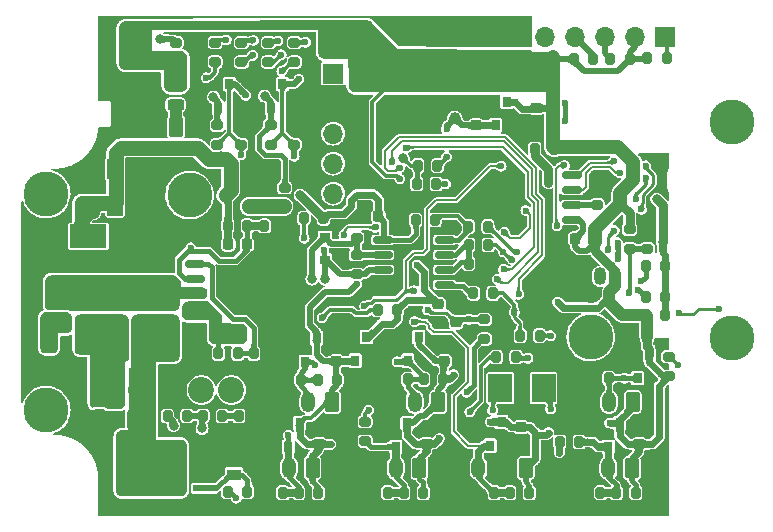
<source format=gbr>
%TF.GenerationSoftware,KiCad,Pcbnew,(6.0.7)*%
%TF.CreationDate,2022-10-06T21:18:37+03:00*%
%TF.ProjectId,RadioSens,52616469-6f53-4656-9e73-2e6b69636164,rev?*%
%TF.SameCoordinates,Original*%
%TF.FileFunction,Copper,L2,Bot*%
%TF.FilePolarity,Positive*%
%FSLAX46Y46*%
G04 Gerber Fmt 4.6, Leading zero omitted, Abs format (unit mm)*
G04 Created by KiCad (PCBNEW (6.0.7)) date 2022-10-06 21:18:37*
%MOMM*%
%LPD*%
G01*
G04 APERTURE LIST*
G04 Aperture macros list*
%AMRoundRect*
0 Rectangle with rounded corners*
0 $1 Rounding radius*
0 $2 $3 $4 $5 $6 $7 $8 $9 X,Y pos of 4 corners*
0 Add a 4 corners polygon primitive as box body*
4,1,4,$2,$3,$4,$5,$6,$7,$8,$9,$2,$3,0*
0 Add four circle primitives for the rounded corners*
1,1,$1+$1,$2,$3*
1,1,$1+$1,$4,$5*
1,1,$1+$1,$6,$7*
1,1,$1+$1,$8,$9*
0 Add four rect primitives between the rounded corners*
20,1,$1+$1,$2,$3,$4,$5,0*
20,1,$1+$1,$4,$5,$6,$7,0*
20,1,$1+$1,$6,$7,$8,$9,0*
20,1,$1+$1,$8,$9,$2,$3,0*%
G04 Aperture macros list end*
%TA.AperFunction,ComponentPad*%
%ADD10RoundRect,0.250000X0.350000X0.625000X-0.350000X0.625000X-0.350000X-0.625000X0.350000X-0.625000X0*%
%TD*%
%TA.AperFunction,ComponentPad*%
%ADD11O,1.200000X1.750000*%
%TD*%
%TA.AperFunction,ComponentPad*%
%ADD12C,2.000000*%
%TD*%
%TA.AperFunction,ComponentPad*%
%ADD13R,1.050000X1.500000*%
%TD*%
%TA.AperFunction,ComponentPad*%
%ADD14O,1.050000X1.500000*%
%TD*%
%TA.AperFunction,ComponentPad*%
%ADD15C,3.800000*%
%TD*%
%TA.AperFunction,ComponentPad*%
%ADD16R,1.700000X1.700000*%
%TD*%
%TA.AperFunction,ComponentPad*%
%ADD17O,1.700000X1.700000*%
%TD*%
%TA.AperFunction,ComponentPad*%
%ADD18R,2.200000X2.200000*%
%TD*%
%TA.AperFunction,ComponentPad*%
%ADD19C,2.200000*%
%TD*%
%TA.AperFunction,SMDPad,CuDef*%
%ADD20RoundRect,0.200000X0.200000X0.275000X-0.200000X0.275000X-0.200000X-0.275000X0.200000X-0.275000X0*%
%TD*%
%TA.AperFunction,SMDPad,CuDef*%
%ADD21RoundRect,0.225000X0.250000X-0.225000X0.250000X0.225000X-0.250000X0.225000X-0.250000X-0.225000X0*%
%TD*%
%TA.AperFunction,SMDPad,CuDef*%
%ADD22RoundRect,0.243750X-0.456250X0.243750X-0.456250X-0.243750X0.456250X-0.243750X0.456250X0.243750X0*%
%TD*%
%TA.AperFunction,SMDPad,CuDef*%
%ADD23R,0.800000X0.900000*%
%TD*%
%TA.AperFunction,SMDPad,CuDef*%
%ADD24RoundRect,0.200000X0.275000X-0.200000X0.275000X0.200000X-0.275000X0.200000X-0.275000X-0.200000X0*%
%TD*%
%TA.AperFunction,SMDPad,CuDef*%
%ADD25RoundRect,0.250000X0.375000X0.625000X-0.375000X0.625000X-0.375000X-0.625000X0.375000X-0.625000X0*%
%TD*%
%TA.AperFunction,SMDPad,CuDef*%
%ADD26RoundRect,0.225000X0.225000X0.250000X-0.225000X0.250000X-0.225000X-0.250000X0.225000X-0.250000X0*%
%TD*%
%TA.AperFunction,SMDPad,CuDef*%
%ADD27R,0.900000X0.800000*%
%TD*%
%TA.AperFunction,SMDPad,CuDef*%
%ADD28RoundRect,0.250000X0.325000X0.450000X-0.325000X0.450000X-0.325000X-0.450000X0.325000X-0.450000X0*%
%TD*%
%TA.AperFunction,SMDPad,CuDef*%
%ADD29R,3.100000X2.000000*%
%TD*%
%TA.AperFunction,SMDPad,CuDef*%
%ADD30RoundRect,0.200000X-0.275000X0.200000X-0.275000X-0.200000X0.275000X-0.200000X0.275000X0.200000X0*%
%TD*%
%TA.AperFunction,SMDPad,CuDef*%
%ADD31R,1.800000X2.500000*%
%TD*%
%TA.AperFunction,SMDPad,CuDef*%
%ADD32RoundRect,0.200000X-0.200000X-0.275000X0.200000X-0.275000X0.200000X0.275000X-0.200000X0.275000X0*%
%TD*%
%TA.AperFunction,SMDPad,CuDef*%
%ADD33RoundRect,0.250000X-0.312500X-0.625000X0.312500X-0.625000X0.312500X0.625000X-0.312500X0.625000X0*%
%TD*%
%TA.AperFunction,SMDPad,CuDef*%
%ADD34R,2.500000X2.300000*%
%TD*%
%TA.AperFunction,SMDPad,CuDef*%
%ADD35RoundRect,0.225000X-0.225000X-0.250000X0.225000X-0.250000X0.225000X0.250000X-0.225000X0.250000X0*%
%TD*%
%TA.AperFunction,SMDPad,CuDef*%
%ADD36RoundRect,0.250001X-0.462499X-0.624999X0.462499X-0.624999X0.462499X0.624999X-0.462499X0.624999X0*%
%TD*%
%TA.AperFunction,SMDPad,CuDef*%
%ADD37RoundRect,0.225000X-0.250000X0.225000X-0.250000X-0.225000X0.250000X-0.225000X0.250000X0.225000X0*%
%TD*%
%TA.AperFunction,SMDPad,CuDef*%
%ADD38R,2.000000X0.610000*%
%TD*%
%TA.AperFunction,SMDPad,CuDef*%
%ADD39R,3.810000X3.910000*%
%TD*%
%TA.AperFunction,SMDPad,CuDef*%
%ADD40R,2.000000X2.400000*%
%TD*%
%TA.AperFunction,SMDPad,CuDef*%
%ADD41C,1.000000*%
%TD*%
%TA.AperFunction,SMDPad,CuDef*%
%ADD42C,0.600000*%
%TD*%
%TA.AperFunction,SMDPad,CuDef*%
%ADD43RoundRect,0.150000X-0.675000X-0.150000X0.675000X-0.150000X0.675000X0.150000X-0.675000X0.150000X0*%
%TD*%
%TA.AperFunction,SMDPad,CuDef*%
%ADD44R,1.200000X0.900000*%
%TD*%
%TA.AperFunction,SMDPad,CuDef*%
%ADD45RoundRect,0.150000X0.675000X0.150000X-0.675000X0.150000X-0.675000X-0.150000X0.675000X-0.150000X0*%
%TD*%
%TA.AperFunction,ViaPad*%
%ADD46C,0.800000*%
%TD*%
%TA.AperFunction,ViaPad*%
%ADD47C,0.600000*%
%TD*%
%TA.AperFunction,ViaPad*%
%ADD48C,1.000000*%
%TD*%
%TA.AperFunction,Conductor*%
%ADD49C,0.250000*%
%TD*%
%TA.AperFunction,Conductor*%
%ADD50C,0.500000*%
%TD*%
%TA.AperFunction,Conductor*%
%ADD51C,0.300000*%
%TD*%
%TA.AperFunction,Conductor*%
%ADD52C,0.600000*%
%TD*%
%TA.AperFunction,Conductor*%
%ADD53C,0.750000*%
%TD*%
%TA.AperFunction,Conductor*%
%ADD54C,0.800000*%
%TD*%
%TA.AperFunction,Conductor*%
%ADD55C,1.200000*%
%TD*%
%TA.AperFunction,Conductor*%
%ADD56C,0.400000*%
%TD*%
%TA.AperFunction,Conductor*%
%ADD57C,1.000000*%
%TD*%
%TA.AperFunction,Conductor*%
%ADD58C,0.153000*%
%TD*%
%TA.AperFunction,Conductor*%
%ADD59C,0.200000*%
%TD*%
%TA.AperFunction,Conductor*%
%ADD60C,1.300000*%
%TD*%
%TA.AperFunction,Conductor*%
%ADD61C,0.900000*%
%TD*%
G04 APERTURE END LIST*
D10*
%TO.P,XT7,1,1*%
%TO.N,VCC*%
X95219815Y-111548180D03*
D11*
%TO.P,XT7,2,2*%
%TO.N,/Sensor 4/SIGNAL*%
X93219815Y-111548180D03*
%TO.P,XT7,3,3*%
%TO.N,GND*%
X91219815Y-111548180D03*
%TD*%
D12*
%TO.P,XP9,1,1*%
%TO.N,GND*%
X72900000Y-109100000D03*
%TD*%
D13*
%TO.P,DD3,1,GND*%
%TO.N,GND*%
X116649815Y-100908180D03*
D14*
%TO.P,DD3,2,DQ*%
%TO.N,DS18B20_DQ*%
X117919815Y-100908180D03*
%TO.P,DD3,3,VDD*%
%TO.N,VCC*%
X119189815Y-100908180D03*
%TD*%
D15*
%TO.P,J3,1,Pin_1*%
%TO.N,unconnected-(J3-Pad1)*%
X71019815Y-93948180D03*
%TD*%
D10*
%TO.P,XT5,1,1*%
%TO.N,VCC*%
X120669815Y-111548180D03*
D11*
%TO.P,XT5,2,2*%
%TO.N,/Sensor 7/SIGNAL*%
X118669815Y-111548180D03*
%TO.P,XT5,3,3*%
%TO.N,GND*%
X116669815Y-111548180D03*
%TD*%
D10*
%TO.P,XT6,1,1*%
%TO.N,VCC*%
X102619815Y-117148180D03*
D11*
%TO.P,XT6,2,2*%
%TO.N,/Sensor 2/SIGNAL*%
X100619815Y-117148180D03*
%TO.P,XT6,3,3*%
%TO.N,GND*%
X98619815Y-117148180D03*
%TD*%
D10*
%TO.P,XT3,1,1*%
%TO.N,VCC*%
X104219815Y-111548180D03*
D11*
%TO.P,XT3,2,2*%
%TO.N,/Sensor 6/SIGNAL*%
X102219815Y-111548180D03*
%TO.P,XT3,3,3*%
%TO.N,GND*%
X100219815Y-111548180D03*
%TD*%
D16*
%TO.P,DA1,1,VCC*%
%TO.N,VCC*%
X95314815Y-83758180D03*
D17*
%TO.P,DA1,2,GND*%
%TO.N,GND*%
X95314815Y-86298180D03*
%TO.P,DA1,3,RXD*%
%TO.N,Net-(DA1-Pad3)*%
X95314815Y-88838180D03*
%TO.P,DA1,4,TXD*%
%TO.N,Net-(DA1-Pad4)*%
X95314815Y-91378180D03*
%TO.P,DA1,5,SET*%
%TO.N,Net-(DA1-Pad5)*%
X95314815Y-93918180D03*
%TD*%
D15*
%TO.P,J4,1,Pin_1*%
%TO.N,unconnected-(J4-Pad1)*%
X71019815Y-112248180D03*
%TD*%
D10*
%TO.P,XT10,1,1*%
%TO.N,VCC*%
X111619815Y-117148180D03*
D11*
%TO.P,XT10,2,2*%
%TO.N,GND*%
X109619815Y-117148180D03*
%TO.P,XT10,3,3*%
%TO.N,SENS_3*%
X107619815Y-117148180D03*
%TD*%
D15*
%TO.P,J2,1,Pin_1*%
%TO.N,unconnected-(J2-Pad1)*%
X117119815Y-106048180D03*
%TD*%
%TO.P,J1,1,Pin_1*%
%TO.N,unconnected-(J1-Pad1)*%
X83160251Y-94045062D03*
%TD*%
D10*
%TO.P,XT2,1,1*%
%TO.N,VCC*%
X93569815Y-117148180D03*
D11*
%TO.P,XT2,2,2*%
%TO.N,/Sensor 1/SIGNAL*%
X91569815Y-117148180D03*
%TO.P,XT2,3,3*%
%TO.N,GND*%
X89569815Y-117148180D03*
%TD*%
D10*
%TO.P,XT8,1,1*%
%TO.N,VCC*%
X120619815Y-117148180D03*
D11*
%TO.P,XT8,2,2*%
%TO.N,/Sensor 5/SIGNAL*%
X118619815Y-117148180D03*
%TO.P,XT8,3,3*%
%TO.N,GND*%
X116619815Y-117148180D03*
%TD*%
D18*
%TO.P,XT1,1,1*%
%TO.N,12V*%
X76539815Y-110548180D03*
D19*
%TO.P,XT1,2,2*%
%TO.N,/GND_RAW*%
X79079815Y-110548180D03*
%TO.P,XT1,3,3*%
%TO.N,GND*%
X81619815Y-110548180D03*
%TO.P,XT1,4,4*%
%TO.N,/RS485/A_RS485*%
X84159815Y-110548180D03*
%TO.P,XT1,5,5*%
%TO.N,/RS485/B_RS485*%
X86699815Y-110548180D03*
%TD*%
D15*
%TO.P,J5,1,Pin_1*%
%TO.N,unconnected-(J5-Pad1)*%
X129119815Y-87848180D03*
%TD*%
%TO.P,J6,1,Pin_1*%
%TO.N,unconnected-(J6-Pad1)*%
X129119815Y-106148180D03*
%TD*%
D10*
%TO.P,XT4,1,1*%
%TO.N,/Battery/BAT_UNFUSED*%
X82019815Y-88248180D03*
D11*
%TO.P,XT4,2,2*%
%TO.N,GND*%
X80019815Y-88248180D03*
%TD*%
D20*
%TO.P,R34,1*%
%TO.N,/Sensor 7/SIGNAL*%
X118644815Y-109548180D03*
%TO.P,R34,2*%
%TO.N,GND*%
X116994815Y-109548180D03*
%TD*%
D21*
%TO.P,C8,1*%
%TO.N,VCC*%
X104719815Y-108123180D03*
%TO.P,C8,2*%
%TO.N,GND*%
X104719815Y-106573180D03*
%TD*%
%TO.P,C2,1*%
%TO.N,VCC*%
X94119815Y-115123180D03*
%TO.P,C2,2*%
%TO.N,GND*%
X94119815Y-113573180D03*
%TD*%
D22*
%TO.P,FU1,1*%
%TO.N,VCC*%
X81969815Y-84510680D03*
%TO.P,FU1,2*%
%TO.N,/Battery/BAT_UNFUSED*%
X81969815Y-86385680D03*
%TD*%
D20*
%TO.P,R6,1*%
%TO.N,TXD1*%
X108844815Y-102348180D03*
%TO.P,R6,2*%
%TO.N,Net-(DD2-Pad4)*%
X107194815Y-102348180D03*
%TD*%
D23*
%TO.P,VD9,1,A*%
%TO.N,GND*%
X92019815Y-106148180D03*
%TO.P,VD9,2,C*%
%TO.N,VCC*%
X93919815Y-106148180D03*
%TO.P,VD9,3,CA*%
%TO.N,/Sensor 4/SIGNAL*%
X92969815Y-108148180D03*
%TD*%
D24*
%TO.P,R37,1*%
%TO.N,BUT_1*%
X92019815Y-89773180D03*
%TO.P,R37,2*%
%TO.N,GND*%
X92019815Y-88123180D03*
%TD*%
D25*
%TO.P,FU2,1*%
%TO.N,12V*%
X74119815Y-106548180D03*
%TO.P,FU2,2*%
%TO.N,/DC-DC XL1509/VIN_FUSED*%
X71319815Y-106548180D03*
%TD*%
D23*
%TO.P,DA2,1,GND*%
%TO.N,GND*%
X110969815Y-88148180D03*
%TO.P,DA2,2,OUT*%
%TO.N,Net-(C18-Pad1)*%
X109069815Y-88148180D03*
%TO.P,DA2,3,IN*%
%TO.N,VCC*%
X110019815Y-86148180D03*
%TD*%
D26*
%TO.P,C10,1*%
%TO.N,VCC*%
X121894815Y-106048180D03*
%TO.P,C10,2*%
%TO.N,GND*%
X120344815Y-106048180D03*
%TD*%
D21*
%TO.P,C18,1*%
%TO.N,Net-(C18-Pad1)*%
X107419815Y-88148180D03*
%TO.P,C18,2*%
%TO.N,GND*%
X107419815Y-86598180D03*
%TD*%
D27*
%TO.P,VD1,1,C1*%
%TO.N,/RS485/B_RS485*%
X94619815Y-97598180D03*
%TO.P,VD1,2,C2*%
%TO.N,/RS485/A_RS485*%
X94619815Y-99498180D03*
%TO.P,VD1,3,DC*%
%TO.N,GND*%
X92619815Y-98548180D03*
%TD*%
D28*
%TO.P,C28,1*%
%TO.N,/DC-DC XL1509/VIN_FUSED*%
X85444815Y-105548180D03*
%TO.P,C28,2*%
%TO.N,GND*%
X83394815Y-105548180D03*
%TD*%
D29*
%TO.P,L2,1*%
%TO.N,/DC-DC XL1509/OUT*%
X74594815Y-102823180D03*
%TO.P,L2,2*%
%TO.N,5V*%
X74594815Y-97523180D03*
%TD*%
D30*
%TO.P,R1,1*%
%TO.N,VCC*%
X91219815Y-93423180D03*
%TO.P,R1,2*%
%TO.N,/Voltage Regulator 3.3V/VOUT*%
X91219815Y-95073180D03*
%TD*%
D31*
%TO.P,VD5,1,C*%
%TO.N,VCC*%
X78469815Y-81948180D03*
%TO.P,VD5,2,A*%
%TO.N,GND*%
X78469815Y-85948180D03*
%TD*%
D23*
%TO.P,VD10,1,A*%
%TO.N,GND*%
X117669815Y-113348180D03*
%TO.P,VD10,2,C*%
%TO.N,VCC*%
X119569815Y-113348180D03*
%TO.P,VD10,3,CA*%
%TO.N,/Sensor 5/SIGNAL*%
X118619815Y-115348180D03*
%TD*%
D21*
%TO.P,C25,1*%
%TO.N,RESET*%
X105719815Y-104823180D03*
%TO.P,C25,2*%
%TO.N,GND*%
X105719815Y-103273180D03*
%TD*%
D20*
%TO.P,R4,1*%
%TO.N,RXD1*%
X108422246Y-96721407D03*
%TO.P,R4,2*%
%TO.N,Net-(DD2-Pad1)*%
X106772246Y-96721407D03*
%TD*%
%TO.P,R50,1*%
%TO.N,Net-(C18-Pad1)*%
X104144815Y-91548180D03*
%TO.P,R50,2*%
%TO.N,AREF*%
X102494815Y-91548180D03*
%TD*%
%TO.P,R60,1*%
%TO.N,/3VDC*%
X123444815Y-100048180D03*
%TO.P,R60,2*%
%TO.N,IIC_SCL*%
X121794815Y-100048180D03*
%TD*%
D21*
%TO.P,C42,1*%
%TO.N,/Voltage Regulator 3.3V/VOUT*%
X89719815Y-95023180D03*
%TO.P,C42,2*%
%TO.N,GND*%
X89719815Y-93473180D03*
%TD*%
D20*
%TO.P,R24,1*%
%TO.N,VCC*%
X104644815Y-109648180D03*
%TO.P,R24,2*%
%TO.N,/Sensor 6/SIGNAL*%
X102994815Y-109648180D03*
%TD*%
D32*
%TO.P,R57,1*%
%TO.N,5V*%
X86394815Y-96648180D03*
%TO.P,R57,2*%
%TO.N,/DC-DC XL1509/FB*%
X88044815Y-96648180D03*
%TD*%
D33*
%TO.P,R63,1*%
%TO.N,GND*%
X75507315Y-113048180D03*
%TO.P,R63,2*%
%TO.N,/GND_RAW*%
X78432315Y-113048180D03*
%TD*%
D34*
%TO.P,VD12,1,C*%
%TO.N,12V*%
X76619815Y-106748180D03*
%TO.P,VD12,2,A*%
%TO.N,/GND_RAW*%
X80919815Y-106748180D03*
%TD*%
D24*
%TO.P,R61,1*%
%TO.N,Net-(DD5-Pad7)*%
X117669815Y-94873180D03*
%TO.P,R61,2*%
%TO.N,GND*%
X117669815Y-93223180D03*
%TD*%
D20*
%TO.P,R59,1*%
%TO.N,/3VDC*%
X123444815Y-102648180D03*
%TO.P,R59,2*%
%TO.N,IIC_SDA*%
X121794815Y-102648180D03*
%TD*%
%TO.P,R8,1*%
%TO.N,Net-(DD2-Pad1)*%
X103944815Y-96148180D03*
%TO.P,R8,2*%
%TO.N,5V*%
X102294815Y-96148180D03*
%TD*%
D35*
%TO.P,C1,1*%
%TO.N,5V*%
X99144815Y-95848180D03*
%TO.P,C1,2*%
%TO.N,GND*%
X100694815Y-95848180D03*
%TD*%
D36*
%TO.P,C32,1*%
%TO.N,5V*%
X76832315Y-94948180D03*
%TO.P,C32,2*%
%TO.N,GND*%
X79807315Y-94948180D03*
%TD*%
D23*
%TO.P,VD6,1,A*%
%TO.N,GND*%
X120169815Y-107548180D03*
%TO.P,VD6,2,C*%
%TO.N,VCC*%
X122069815Y-107548180D03*
%TO.P,VD6,3,CA*%
%TO.N,/Sensor 7/SIGNAL*%
X121119815Y-109548180D03*
%TD*%
D20*
%TO.P,R41,1*%
%TO.N,VCC*%
X95644815Y-109698180D03*
%TO.P,R41,2*%
%TO.N,/Sensor 4/SIGNAL*%
X93994815Y-109698180D03*
%TD*%
D32*
%TO.P,R68,1*%
%TO.N,Net-(R65-Pad2)*%
X84294815Y-112748180D03*
%TO.P,R68,2*%
%TO.N,Net-(R66-Pad2)*%
X85944815Y-112748180D03*
%TD*%
D20*
%TO.P,R39,1*%
%TO.N,/Sensor 2/SIGNAL*%
X99944815Y-119248180D03*
%TO.P,R39,2*%
%TO.N,GND*%
X98294815Y-119248180D03*
%TD*%
%TO.P,R5,1*%
%TO.N,RS485_SET*%
X108444815Y-98271407D03*
%TO.P,R5,2*%
%TO.N,/RS485/DE*%
X106794815Y-98271407D03*
%TD*%
D21*
%TO.P,C30,1*%
%TO.N,5V*%
X74019815Y-94723180D03*
%TO.P,C30,2*%
%TO.N,GND*%
X74019815Y-93173180D03*
%TD*%
D32*
%TO.P,R58,1*%
%TO.N,/DC-DC XL1509/FB*%
X89494815Y-96648180D03*
%TO.P,R58,2*%
%TO.N,GND*%
X91144815Y-96648180D03*
%TD*%
D20*
%TO.P,R2,1*%
%TO.N,VCC*%
X114044815Y-90148180D03*
%TO.P,R2,2*%
%TO.N,/Voltage Regulator 3V/VIN*%
X112394815Y-90148180D03*
%TD*%
%TO.P,R69,1*%
%TO.N,VCC*%
X111919815Y-119248180D03*
%TO.P,R69,2*%
%TO.N,SENS_3*%
X110269815Y-119248180D03*
%TD*%
D24*
%TO.P,R54,1*%
%TO.N,VCC*%
X108119815Y-106223180D03*
%TO.P,R54,2*%
%TO.N,RESET*%
X108119815Y-104573180D03*
%TD*%
D26*
%TO.P,C40,1*%
%TO.N,VCC*%
X115794815Y-97748180D03*
%TO.P,C40,2*%
%TO.N,GND*%
X114244815Y-97748180D03*
%TD*%
%TO.P,C7,1*%
%TO.N,VCC*%
X118694815Y-102648180D03*
%TO.P,C7,2*%
%TO.N,GND*%
X117144815Y-102648180D03*
%TD*%
D24*
%TO.P,R33,1*%
%TO.N,VCC*%
X123719815Y-109373180D03*
%TO.P,R33,2*%
%TO.N,/Sensor 7/SIGNAL*%
X123719815Y-107723180D03*
%TD*%
D20*
%TO.P,R14,1*%
%TO.N,/Sensor 1/SIGNAL*%
X91044815Y-119248180D03*
%TO.P,R14,2*%
%TO.N,GND*%
X89394815Y-119248180D03*
%TD*%
D32*
%TO.P,R62,1*%
%TO.N,12V*%
X86394815Y-119148180D03*
%TO.P,R62,2*%
%TO.N,Net-(R62-Pad2)*%
X88044815Y-119148180D03*
%TD*%
D23*
%TO.P,VD7,1,A*%
%TO.N,GND*%
X91969815Y-86648180D03*
%TO.P,VD7,2,C*%
%TO.N,VCC*%
X90069815Y-86648180D03*
%TO.P,VD7,3,CA*%
%TO.N,BUT_1*%
X91019815Y-84648180D03*
%TD*%
%TO.P,VD4,1,A*%
%TO.N,GND*%
X100669815Y-106048180D03*
%TO.P,VD4,2,C*%
%TO.N,VCC*%
X102569815Y-106048180D03*
%TO.P,VD4,3,CA*%
%TO.N,/Sensor 6/SIGNAL*%
X101619815Y-108048180D03*
%TD*%
D20*
%TO.P,R38,1*%
%TO.N,VCC*%
X102944815Y-119248180D03*
%TO.P,R38,2*%
%TO.N,/Sensor 2/SIGNAL*%
X101294815Y-119248180D03*
%TD*%
%TO.P,R52,1*%
%TO.N,VCC*%
X120444815Y-82498180D03*
%TO.P,R52,2*%
%TO.N,SCK*%
X118794815Y-82498180D03*
%TD*%
%TO.P,R70,1*%
%TO.N,SENS_3*%
X108944815Y-119248180D03*
%TO.P,R70,2*%
%TO.N,GND*%
X107294815Y-119248180D03*
%TD*%
D32*
%TO.P,R46,1*%
%TO.N,SENS_5*%
X114494815Y-114948180D03*
%TO.P,R46,2*%
%TO.N,/Sensor 5/SIGNAL*%
X116144815Y-114948180D03*
%TD*%
D24*
%TO.P,R48,1*%
%TO.N,LED_4*%
X89819815Y-82773180D03*
%TO.P,R48,2*%
%TO.N,Net-(HL5-Pad1)*%
X89819815Y-81123180D03*
%TD*%
D35*
%TO.P,C29,1*%
%TO.N,5V*%
X86444815Y-98198180D03*
%TO.P,C29,2*%
%TO.N,/DC-DC XL1509/FB*%
X87994815Y-98198180D03*
%TD*%
D24*
%TO.P,R12,1*%
%TO.N,LED_2*%
X85319815Y-82773180D03*
%TO.P,R12,2*%
%TO.N,Net-(HL1-Pad1)*%
X85319815Y-81123180D03*
%TD*%
D21*
%TO.P,C12,1*%
%TO.N,VCC*%
X95569815Y-108123180D03*
%TO.P,C12,2*%
%TO.N,GND*%
X95569815Y-106573180D03*
%TD*%
D30*
%TO.P,R40,1*%
%TO.N,SENS_2*%
X98019815Y-113223180D03*
%TO.P,R40,2*%
%TO.N,/Sensor 2/SIGNAL*%
X98019815Y-114873180D03*
%TD*%
D20*
%TO.P,R44,1*%
%TO.N,VCC*%
X120944815Y-119248180D03*
%TO.P,R44,2*%
%TO.N,/Sensor 5/SIGNAL*%
X119294815Y-119248180D03*
%TD*%
D23*
%TO.P,VD2,1,A*%
%TO.N,GND*%
X90569815Y-113348180D03*
%TO.P,VD2,2,C*%
%TO.N,VCC*%
X92469815Y-113348180D03*
%TO.P,VD2,3,CA*%
%TO.N,/Sensor 1/SIGNAL*%
X91519815Y-115348180D03*
%TD*%
D35*
%TO.P,C41,1*%
%TO.N,5V*%
X86644815Y-91448180D03*
%TO.P,C41,2*%
%TO.N,GND*%
X88194815Y-91448180D03*
%TD*%
D20*
%TO.P,R65,1*%
%TO.N,ADC_EXTERN_VOL*%
X100744815Y-103748180D03*
%TO.P,R65,2*%
%TO.N,Net-(R65-Pad2)*%
X99094815Y-103748180D03*
%TD*%
D16*
%TO.P,XT9,1,1*%
%TO.N,MISO*%
X123419815Y-80675000D03*
D17*
%TO.P,XT9,2,2*%
%TO.N,VCC*%
X120879815Y-80675000D03*
%TO.P,XT9,3,3*%
%TO.N,SCK*%
X118339815Y-80675000D03*
%TO.P,XT9,4,4*%
%TO.N,MOSI*%
X115799815Y-80675000D03*
%TO.P,XT9,5,5*%
%TO.N,RESET*%
X113259815Y-80675000D03*
%TO.P,XT9,6,6*%
%TO.N,GND*%
X110719815Y-80675000D03*
%TD*%
D32*
%TO.P,R3,1*%
%TO.N,VCC*%
X121794815Y-104198180D03*
%TO.P,R3,2*%
%TO.N,/3VDC*%
X123444815Y-104198180D03*
%TD*%
D20*
%TO.P,R66,1*%
%TO.N,GND*%
X88969815Y-112748180D03*
%TO.P,R66,2*%
%TO.N,Net-(R66-Pad2)*%
X87319815Y-112748180D03*
%TD*%
D32*
%TO.P,R67,1*%
%TO.N,12V*%
X81294815Y-112748180D03*
%TO.P,R67,2*%
%TO.N,Net-(R65-Pad2)*%
X82944815Y-112748180D03*
%TD*%
D37*
%TO.P,C43,1*%
%TO.N,ADC_EXTERN_VOL*%
X104219815Y-103273180D03*
%TO.P,C43,2*%
%TO.N,GND*%
X104219815Y-104823180D03*
%TD*%
D38*
%TO.P,VT1,1,S*%
%TO.N,GND*%
X84454815Y-115043180D03*
%TO.P,VT1,2,S*%
X84454815Y-116313180D03*
%TO.P,VT1,3,S*%
X84454815Y-117583180D03*
%TO.P,VT1,4,G*%
%TO.N,Net-(R62-Pad2)*%
X84454815Y-118853180D03*
%TO.P,VT1,5,D*%
%TO.N,/GND_RAW*%
X78134815Y-118853180D03*
D39*
X80729815Y-116948180D03*
D38*
%TO.P,VT1,6,D*%
X78134815Y-117583180D03*
%TO.P,VT1,7,D*%
X78134815Y-116313180D03*
%TO.P,VT1,8,D*%
X78134815Y-115043180D03*
%TD*%
D32*
%TO.P,R51,1*%
%TO.N,VCC*%
X115694815Y-82548180D03*
%TO.P,R51,2*%
%TO.N,MOSI*%
X117344815Y-82548180D03*
%TD*%
D40*
%TO.P,BQ3,1*%
%TO.N,XTAL1*%
X113150000Y-110400000D03*
%TO.P,BQ3,2*%
%TO.N,XTAL2*%
X109450000Y-110400000D03*
%TD*%
D41*
%TO.P,XB3,1,1*%
%TO.N,Net-(C18-Pad1)*%
X105619815Y-87548180D03*
%TD*%
D20*
%TO.P,R45,1*%
%TO.N,/Sensor 5/SIGNAL*%
X117944815Y-119248180D03*
%TO.P,R45,2*%
%TO.N,GND*%
X116294815Y-119248180D03*
%TD*%
D32*
%TO.P,R9,1*%
%TO.N,/RS485/A_RS485*%
X92844815Y-95998180D03*
%TO.P,R9,2*%
%TO.N,5V*%
X94494815Y-95998180D03*
%TD*%
D36*
%TO.P,C31,1*%
%TO.N,5V*%
X76832315Y-91848180D03*
%TO.P,C31,2*%
%TO.N,GND*%
X79807315Y-91848180D03*
%TD*%
D42*
%TO.P,XB6,1,1*%
%TO.N,/DC-DC XL1509/FB*%
X83269815Y-98498180D03*
%TD*%
D20*
%TO.P,R13,1*%
%TO.N,VCC*%
X94044815Y-119248180D03*
%TO.P,R13,2*%
%TO.N,/Sensor 1/SIGNAL*%
X92394815Y-119248180D03*
%TD*%
D24*
%TO.P,R27,1*%
%TO.N,VCC*%
X82019815Y-82773180D03*
%TO.P,R27,2*%
%TO.N,Net-(HL3-Pad1)*%
X82019815Y-81123180D03*
%TD*%
%TO.P,R21,1*%
%TO.N,LED_1*%
X92024888Y-82773180D03*
%TO.P,R21,2*%
%TO.N,Net-(HL2-Pad1)*%
X92024888Y-81123180D03*
%TD*%
D42*
%TO.P,XB1,1,1*%
%TO.N,RS485_SET*%
X109719815Y-98848180D03*
%TD*%
D43*
%TO.P,DA3,1,VIN*%
%TO.N,/DC-DC XL1509/VIN_FUSED*%
X83594815Y-103653180D03*
%TO.P,DA3,2,OUT*%
%TO.N,/DC-DC XL1509/OUT*%
X83594815Y-102383180D03*
%TO.P,DA3,3,FB*%
%TO.N,/DC-DC XL1509/FB*%
X83594815Y-101113180D03*
%TO.P,DA3,4,EN*%
%TO.N,/DC-DC XL1509/EN*%
X83594815Y-99843180D03*
%TO.P,DA3,5,GND*%
%TO.N,GND*%
X88844815Y-99843180D03*
%TO.P,DA3,6,GND*%
X88844815Y-101113180D03*
%TO.P,DA3,7,GND*%
X88844815Y-102383180D03*
%TO.P,DA3,8,GND*%
X88844815Y-103653180D03*
%TD*%
D32*
%TO.P,R53,1*%
%TO.N,VCC*%
X121894815Y-82448180D03*
%TO.P,R53,2*%
%TO.N,MISO*%
X123544815Y-82448180D03*
%TD*%
D24*
%TO.P,R47,1*%
%TO.N,LED_3*%
X87554839Y-82773180D03*
%TO.P,R47,2*%
%TO.N,Net-(HL4-Pad1)*%
X87554839Y-81123180D03*
%TD*%
D20*
%TO.P,R42,1*%
%TO.N,/Sensor 4/SIGNAL*%
X92594815Y-109698180D03*
%TO.P,R42,2*%
%TO.N,GND*%
X90944815Y-109698180D03*
%TD*%
D23*
%TO.P,VD8,1,A*%
%TO.N,GND*%
X99669815Y-113348180D03*
%TO.P,VD8,2,C*%
%TO.N,VCC*%
X101569815Y-113348180D03*
%TO.P,VD8,3,CA*%
%TO.N,/Sensor 2/SIGNAL*%
X100619815Y-115348180D03*
%TD*%
%TO.P,VD3,1,A*%
%TO.N,GND*%
X87469815Y-86648180D03*
%TO.P,VD3,2,C*%
%TO.N,VCC*%
X85569815Y-86648180D03*
%TO.P,VD3,3,CA*%
%TO.N,BUT_2*%
X86519815Y-84648180D03*
%TD*%
D20*
%TO.P,R26,1*%
%TO.N,RXD1*%
X110794815Y-107748180D03*
%TO.P,R26,2*%
%TO.N,/Sensor 6/SIGNAL*%
X109144815Y-107748180D03*
%TD*%
D21*
%TO.P,C13,1*%
%TO.N,VCC*%
X121219815Y-115123180D03*
%TO.P,C13,2*%
%TO.N,GND*%
X121219815Y-113573180D03*
%TD*%
D23*
%TO.P,VD15,1,A*%
%TO.N,GND*%
X107669815Y-113248180D03*
%TO.P,VD15,2,C*%
%TO.N,VCC*%
X109569815Y-113248180D03*
%TO.P,VD15,3,CA*%
%TO.N,SENS_3*%
X108619815Y-115248180D03*
%TD*%
D27*
%TO.P,DA5,1,GND*%
%TO.N,GND*%
X88219815Y-93098180D03*
%TO.P,DA5,2,OUT*%
%TO.N,/Voltage Regulator 3.3V/VOUT*%
X88219815Y-94998180D03*
%TO.P,DA5,3,IN*%
%TO.N,5V*%
X86219815Y-94048180D03*
%TD*%
D44*
%TO.P,VD13,1,C*%
%TO.N,Net-(R62-Pad2)*%
X86919815Y-117698180D03*
%TO.P,VD13,2,A*%
%TO.N,GND*%
X86919815Y-114398180D03*
%TD*%
D20*
%TO.P,R7,1*%
%TO.N,GND*%
X108444815Y-99848180D03*
%TO.P,R7,2*%
%TO.N,/RS485/DE*%
X106794815Y-99848180D03*
%TD*%
D32*
%TO.P,R35,1*%
%TO.N,TXD1*%
X111144815Y-105948180D03*
%TO.P,R35,2*%
%TO.N,/Sensor 7/SIGNAL*%
X112794815Y-105948180D03*
%TD*%
D20*
%TO.P,R49,1*%
%TO.N,AVCC*%
X104044815Y-93098180D03*
%TO.P,R49,2*%
%TO.N,AREF*%
X102394815Y-93098180D03*
%TD*%
D30*
%TO.P,R19,1*%
%TO.N,VCC*%
X120419815Y-96923180D03*
%TO.P,R19,2*%
%TO.N,DS18B20_DQ*%
X120419815Y-98573180D03*
%TD*%
%TO.P,R11,1*%
%TO.N,GND*%
X97319815Y-96051407D03*
%TO.P,R11,2*%
%TO.N,/RS485/B_RS485*%
X97319815Y-97701407D03*
%TD*%
D23*
%TO.P,VD14,1,A*%
%TO.N,GND*%
X99069815Y-108048180D03*
%TO.P,VD14,2,C*%
%TO.N,VCC*%
X97169815Y-108048180D03*
%TO.P,VD14,3,CA*%
%TO.N,ADC_EXTERN_VOL*%
X98119815Y-106048180D03*
%TD*%
D30*
%TO.P,R36,1*%
%TO.N,VCC*%
X90019815Y-88123180D03*
%TO.P,R36,2*%
%TO.N,BUT_1*%
X90019815Y-89773180D03*
%TD*%
D45*
%TO.P,DD2,1,RO*%
%TO.N,Net-(DD2-Pad1)*%
X104744815Y-97843180D03*
%TO.P,DD2,2,RE*%
%TO.N,/RS485/DE*%
X104744815Y-99113180D03*
%TO.P,DD2,3,DE*%
X104744815Y-100383180D03*
%TO.P,DD2,4,DI*%
%TO.N,Net-(DD2-Pad4)*%
X104744815Y-101653180D03*
%TO.P,DD2,5,GND*%
%TO.N,GND*%
X99494815Y-101653180D03*
%TO.P,DD2,6,A*%
%TO.N,/RS485/A_RS485*%
X99494815Y-100383180D03*
%TO.P,DD2,7,B*%
%TO.N,/RS485/B_RS485*%
X99494815Y-99113180D03*
%TO.P,DD2,8,VCC*%
%TO.N,5V*%
X99494815Y-97843180D03*
%TD*%
D32*
%TO.P,R55,1*%
%TO.N,/DC-DC XL1509/VIN_FUSED*%
X85594815Y-107448180D03*
%TO.P,R55,2*%
%TO.N,/DC-DC XL1509/EN*%
X87244815Y-107448180D03*
%TD*%
D20*
%TO.P,R25,1*%
%TO.N,/Sensor 6/SIGNAL*%
X101644815Y-109648180D03*
%TO.P,R25,2*%
%TO.N,GND*%
X99994815Y-109648180D03*
%TD*%
D32*
%TO.P,R56,1*%
%TO.N,/DC-DC XL1509/EN*%
X88594815Y-107448180D03*
%TO.P,R56,2*%
%TO.N,GND*%
X90244815Y-107448180D03*
%TD*%
D42*
%TO.P,XB10,1,1*%
%TO.N,Net-(DD4-Pad9)*%
X127969815Y-103648180D03*
%TD*%
D21*
%TO.P,C11,1*%
%TO.N,VCC*%
X103219815Y-115123180D03*
%TO.P,C11,2*%
%TO.N,GND*%
X103219815Y-113573180D03*
%TD*%
D37*
%TO.P,C16,1*%
%TO.N,VCC*%
X112519815Y-86673180D03*
%TO.P,C16,2*%
%TO.N,GND*%
X112519815Y-88223180D03*
%TD*%
D30*
%TO.P,R10,1*%
%TO.N,/RS485/B_RS485*%
X97297246Y-99101407D03*
%TO.P,R10,2*%
%TO.N,/RS485/A_RS485*%
X97297246Y-100751407D03*
%TD*%
D31*
%TO.P,VD11,1,C*%
%TO.N,/DC-DC XL1509/OUT*%
X80519815Y-102332700D03*
%TO.P,VD11,2,A*%
%TO.N,GND*%
X80519815Y-98332700D03*
%TD*%
D24*
%TO.P,R23,1*%
%TO.N,BUT_2*%
X87519815Y-89773180D03*
%TO.P,R23,2*%
%TO.N,GND*%
X87519815Y-88123180D03*
%TD*%
%TO.P,R20,1*%
%TO.N,DS18B20_DQ*%
X121919815Y-98573180D03*
%TO.P,R20,2*%
%TO.N,GND*%
X121919815Y-96923180D03*
%TD*%
D43*
%TO.P,DD5,1,A0*%
%TO.N,GND*%
X110294815Y-96153180D03*
%TO.P,DD5,2,A1*%
X110294815Y-94883180D03*
%TO.P,DD5,3,A2*%
X110294815Y-93613180D03*
%TO.P,DD5,4,VSS*%
X110294815Y-92343180D03*
%TO.P,DD5,5,SDA*%
%TO.N,IIC_SDA*%
X115544815Y-92343180D03*
%TO.P,DD5,6,SCL*%
%TO.N,IIC_SCL*%
X115544815Y-93613180D03*
%TO.P,DD5,7,WP*%
%TO.N,Net-(DD5-Pad7)*%
X115544815Y-94883180D03*
%TO.P,DD5,8,VCC*%
%TO.N,VCC*%
X115544815Y-96153180D03*
%TD*%
D30*
%TO.P,R22,1*%
%TO.N,VCC*%
X85519815Y-88123180D03*
%TO.P,R22,2*%
%TO.N,BUT_2*%
X85519815Y-89773180D03*
%TD*%
D37*
%TO.P,C44,1*%
%TO.N,VCC*%
X111219815Y-113673180D03*
%TO.P,C44,2*%
%TO.N,GND*%
X111219815Y-115223180D03*
%TD*%
D46*
%TO.N,GND*%
X87119815Y-102198180D03*
D47*
X83869815Y-82648180D03*
D46*
X91419815Y-100448180D03*
X69719815Y-106348180D03*
X101755701Y-86857448D03*
X72269815Y-99048180D03*
D47*
X83869815Y-83348180D03*
D46*
X69719815Y-101348180D03*
X114969815Y-111398180D03*
X123219815Y-115598180D03*
D47*
X107119815Y-90550680D03*
X89919815Y-91548180D03*
D46*
X75719815Y-116448180D03*
X117219815Y-120548180D03*
D47*
X122167315Y-112948180D03*
D46*
X72269815Y-100048180D03*
D47*
X88719815Y-83198180D03*
X86069815Y-116048180D03*
D46*
X104719815Y-119748180D03*
X91219815Y-120548180D03*
D47*
X119219815Y-108248180D03*
D46*
X69719815Y-107348180D03*
D47*
X106419815Y-86798180D03*
D46*
X92419815Y-99548180D03*
X76519815Y-84748180D03*
X91384341Y-101348180D03*
X83119815Y-91348180D03*
X96819815Y-86948180D03*
D47*
X89019815Y-97598180D03*
D46*
X69719815Y-105348180D03*
X108219815Y-120548180D03*
X105719815Y-118748180D03*
X75719815Y-89948180D03*
X83219815Y-120548180D03*
X122219815Y-120548180D03*
X97219815Y-120548180D03*
X79219815Y-120548180D03*
X76219815Y-117448180D03*
D47*
X117419815Y-92248180D03*
D46*
X80219815Y-84948180D03*
D47*
X122819815Y-106498180D03*
X86719815Y-116748180D03*
D46*
X114719815Y-118698180D03*
X103769815Y-85998180D03*
X87119815Y-100348180D03*
X86119815Y-102198180D03*
D47*
X108469815Y-86848180D03*
D46*
X77069815Y-97048180D03*
X69719815Y-103348180D03*
D47*
X108469815Y-86098180D03*
X90519815Y-92057180D03*
D46*
X69719815Y-97348180D03*
D47*
X88492052Y-87875943D03*
D46*
X103769815Y-86848180D03*
D47*
X115419815Y-100398180D03*
X105719815Y-86548180D03*
D46*
X79919815Y-100248180D03*
X123219815Y-120548180D03*
D47*
X117669815Y-112398180D03*
D46*
X76219815Y-120548180D03*
X74219815Y-114448180D03*
X76219815Y-118550046D03*
D47*
X96419815Y-104548180D03*
D46*
X90069815Y-110598180D03*
X78619815Y-97748180D03*
X90407046Y-101834695D03*
X97719815Y-86048180D03*
X79019815Y-96448180D03*
X113719815Y-119698180D03*
X104219815Y-120548180D03*
X101219815Y-120548180D03*
X91519815Y-108398180D03*
X84219815Y-120548180D03*
X114969815Y-110148180D03*
X106919815Y-80198180D03*
X86219815Y-120548180D03*
D47*
X89369815Y-113798180D03*
D46*
X81219815Y-120548180D03*
X82169815Y-108848180D03*
X92219815Y-120548180D03*
D47*
X119169815Y-107598180D03*
D46*
X114219815Y-120548180D03*
X102762499Y-86007448D03*
D47*
X121619815Y-112598180D03*
D46*
X76219815Y-88948180D03*
X81219815Y-92248180D03*
X98219815Y-120548180D03*
D47*
X99219815Y-112348180D03*
D46*
X104719815Y-118748180D03*
X76519815Y-80948180D03*
X92380075Y-101348180D03*
X82119815Y-96548180D03*
X77069815Y-99048180D03*
D47*
X89219815Y-87198180D03*
D46*
X69719815Y-109348180D03*
X96219815Y-120548180D03*
X114969815Y-112598180D03*
X86119815Y-100348180D03*
X82219815Y-91348180D03*
X70969815Y-109398180D03*
D47*
X83869815Y-81948180D03*
D46*
X95719815Y-119698180D03*
D47*
X107919815Y-112448180D03*
D46*
X97719815Y-86998180D03*
X100219815Y-120548180D03*
D47*
X104919815Y-96948180D03*
X115019815Y-98670680D03*
D46*
X109019815Y-80198180D03*
D47*
X104269815Y-113748180D03*
X100519815Y-94798180D03*
D46*
X116219815Y-120548180D03*
X72269815Y-98048180D03*
X78669815Y-87948180D03*
X76219815Y-119550046D03*
D47*
X98319815Y-102498180D03*
X98392315Y-94748180D03*
D46*
X77219815Y-120548180D03*
D47*
X96419815Y-106148180D03*
X119469815Y-106798180D03*
D46*
X96719815Y-119698180D03*
D47*
X86719815Y-115348180D03*
X88757516Y-84085881D03*
D46*
X107919815Y-80198180D03*
D47*
X86069815Y-115348180D03*
D46*
X109019815Y-79348180D03*
X72269815Y-97048180D03*
D47*
X116719815Y-112898180D03*
D46*
X69719815Y-99348180D03*
X81319815Y-91348180D03*
X103219815Y-120548180D03*
D47*
X121719815Y-96048180D03*
X104269815Y-113048180D03*
D46*
X82169815Y-98498180D03*
X112219815Y-120548180D03*
X87119815Y-101248180D03*
D47*
X123419815Y-106848180D03*
D46*
X73219815Y-92448180D03*
D47*
X106419815Y-86048180D03*
D46*
X90419815Y-100848180D03*
D47*
X86719815Y-116048180D03*
D46*
X101919815Y-80198180D03*
D47*
X113619815Y-104548180D03*
D46*
X69719815Y-104348180D03*
X113719815Y-118698180D03*
D47*
X123219815Y-90848180D03*
D46*
X90219815Y-120548180D03*
X81069815Y-108848180D03*
X102919815Y-80198180D03*
D47*
X117219815Y-99698180D03*
D46*
X76519815Y-83748180D03*
D47*
X105719815Y-85898180D03*
X88319815Y-114448180D03*
D46*
X105919815Y-80198180D03*
D47*
X99919815Y-94798180D03*
D46*
X118619815Y-114298180D03*
X105719815Y-119748180D03*
X77669815Y-84098180D03*
X109219815Y-120548180D03*
X69719815Y-100348180D03*
X119219815Y-120548180D03*
D47*
X114069815Y-98670680D03*
D46*
X93219815Y-120548180D03*
X114719815Y-119698180D03*
X94219815Y-120548180D03*
X80119815Y-96448180D03*
X77069815Y-98048180D03*
X104919815Y-80198180D03*
D47*
X95219815Y-113848180D03*
X122519815Y-90848180D03*
D46*
X87219815Y-120548180D03*
D47*
X104919815Y-102448180D03*
D46*
X73769815Y-112798180D03*
X118219815Y-120548180D03*
D47*
X88719815Y-113798180D03*
D46*
X81219815Y-96348180D03*
D47*
X93169815Y-86848180D03*
D46*
X83769815Y-108298180D03*
X69719815Y-108348180D03*
X111219815Y-120548180D03*
X123219815Y-119598180D03*
D47*
X122367315Y-96100680D03*
X104919815Y-86648180D03*
X86469815Y-82398180D03*
D46*
X82969815Y-108298180D03*
X79019815Y-84098180D03*
D47*
X88319815Y-115148180D03*
D46*
X120219815Y-120548180D03*
X73219815Y-113948180D03*
D47*
X106619815Y-113448180D03*
X86469815Y-81698180D03*
D46*
X102219815Y-120548180D03*
D47*
X116119815Y-102798180D03*
X115069815Y-104598180D03*
X86069815Y-116748180D03*
D46*
X73769815Y-110798180D03*
X115219815Y-120548180D03*
X99019815Y-110648180D03*
D47*
X89419815Y-99048180D03*
D46*
X82169815Y-97648180D03*
D47*
X119469815Y-105198180D03*
D46*
X82219815Y-120548180D03*
X100519815Y-87848180D03*
X89219815Y-120548180D03*
X121219815Y-120548180D03*
X84619815Y-108298180D03*
X73769815Y-111798180D03*
X96819815Y-86048180D03*
X69719815Y-98348180D03*
X99019815Y-109048180D03*
D47*
X102219815Y-101348180D03*
D46*
X103919815Y-80198180D03*
D47*
X115419815Y-102798180D03*
X105719815Y-96948180D03*
D46*
X69719815Y-102348180D03*
X109669815Y-114348180D03*
X77719815Y-87948180D03*
X74219815Y-91948180D03*
X123219815Y-117598180D03*
X76519815Y-79448180D03*
X92419815Y-100448180D03*
X85219815Y-120548180D03*
D47*
X114319815Y-104598180D03*
D46*
X91419815Y-99548180D03*
X113219815Y-120548180D03*
X107219815Y-120548180D03*
X90407046Y-102830430D03*
X95219815Y-120548180D03*
D47*
X105019815Y-85998180D03*
D46*
X110519815Y-115998180D03*
X78619815Y-98748180D03*
X80219815Y-86248180D03*
X123219815Y-116598180D03*
X78619815Y-99748180D03*
X69719815Y-96348180D03*
D47*
X121119815Y-107898180D03*
D46*
X110219815Y-120548180D03*
X86119815Y-101248180D03*
X81219815Y-95548180D03*
X109019815Y-81048180D03*
X78419815Y-92448180D03*
D47*
X120169815Y-108598180D03*
D46*
X78419815Y-91548180D03*
X80219815Y-120548180D03*
X85119815Y-95848180D03*
D47*
X121119815Y-108548180D03*
X105719815Y-90550680D03*
D46*
X90407046Y-103826165D03*
X92019815Y-107198180D03*
X91419815Y-113148180D03*
X105219815Y-120548180D03*
X85519815Y-95048180D03*
D47*
X115419815Y-102148180D03*
D46*
X99553278Y-87828819D03*
X75219815Y-90948180D03*
D47*
X116599146Y-99685559D03*
X93169815Y-88498180D03*
D46*
X77069815Y-100048180D03*
X101755701Y-86007448D03*
X123219815Y-118598180D03*
X100919815Y-80198180D03*
X96719815Y-118698180D03*
X84519815Y-88898180D03*
D47*
X107119815Y-103748180D03*
D46*
X75219815Y-115448180D03*
X78219815Y-120548180D03*
D47*
X116119815Y-102148180D03*
D46*
X88219815Y-120548180D03*
D47*
X90519815Y-91348180D03*
X97619815Y-94748180D03*
X88519815Y-87248180D03*
D46*
X100619815Y-114198180D03*
D47*
X115419815Y-101048180D03*
X93169815Y-87798180D03*
D46*
X95719815Y-118698180D03*
D47*
X108519815Y-90550680D03*
D46*
X76519815Y-82448180D03*
D47*
X97719815Y-102298180D03*
X93169815Y-86148180D03*
X88819815Y-99048180D03*
D46*
X81319815Y-100248180D03*
X84445315Y-87948180D03*
X70969815Y-108398180D03*
D47*
X89096962Y-87845438D03*
X106419815Y-90550680D03*
X95219815Y-113198180D03*
D46*
X76519815Y-85598180D03*
X106219815Y-120548180D03*
X102762499Y-86857448D03*
X99219815Y-120548180D03*
D47*
X118119815Y-92248180D03*
X107819815Y-90550680D03*
%TO.N,XTAL2*%
X108819815Y-112248180D03*
%TO.N,XTAL1*%
X113719815Y-112148180D03*
%TO.N,VCC*%
X95119815Y-115148180D03*
D46*
X113919815Y-83948180D03*
D47*
X108619815Y-113248180D03*
X106619815Y-110748180D03*
D46*
X113919815Y-83148180D03*
X113919815Y-82348180D03*
X89519815Y-85648180D03*
D47*
X104319815Y-114648180D03*
D46*
X85175643Y-85745266D03*
D47*
X114319815Y-103095680D03*
D48*
X78519815Y-80145678D03*
D47*
X105519815Y-109248180D03*
D46*
X113919815Y-84748180D03*
D47*
X97329129Y-101603907D03*
X113569815Y-114148180D03*
X118719815Y-113348180D03*
X100969815Y-92648180D03*
%TO.N,RESET*%
X97969815Y-103447648D03*
X103319815Y-103748180D03*
X106819815Y-104548180D03*
X102169815Y-102123180D03*
X109547315Y-91595057D03*
D46*
%TO.N,Net-(HL3-Pad1)*%
X80619815Y-80848180D03*
D47*
%TO.N,Net-(HL4-Pad1)*%
X88570755Y-80949120D03*
%TO.N,Net-(HL5-Pad1)*%
X90644315Y-80999120D03*
%TO.N,TXD0*%
X101519815Y-90050680D03*
X109739358Y-100328638D03*
%TO.N,RXD0*%
X109203924Y-101157034D03*
X100319815Y-91248180D03*
%TO.N,TXD1*%
X110667315Y-103948180D03*
%TO.N,RXD1*%
X111819815Y-107848180D03*
X110914315Y-98848180D03*
D46*
%TO.N,12V*%
X81799769Y-113568226D03*
D47*
X87114075Y-119702260D03*
D46*
%TO.N,5V*%
X85822666Y-90725165D03*
X75044815Y-95548180D03*
X86619815Y-90948180D03*
X92519815Y-94048180D03*
X75044815Y-94723180D03*
D47*
%TO.N,Net-(HL1-Pad1)*%
X86269815Y-80898180D03*
%TO.N,Net-(C18-Pad1)*%
X104919815Y-90798180D03*
X104919815Y-88448180D03*
%TO.N,AVCC*%
X104819815Y-93098180D03*
%TO.N,BUT_2*%
X87519815Y-90648180D03*
X87924091Y-85601141D03*
%TO.N,BUT_1*%
X92019815Y-90748180D03*
X92419815Y-84248180D03*
D46*
%TO.N,AREF*%
X101219815Y-90898180D03*
D47*
%TO.N,HC12_SET*%
X100948320Y-91706296D03*
X111019815Y-102448180D03*
%TO.N,DS18B20_DQ*%
X120382327Y-102327401D03*
%TO.N,MOSI*%
X111619815Y-95348180D03*
X109805170Y-97181471D03*
%TO.N,MISO*%
X114972315Y-87800680D03*
X114985492Y-86263857D03*
%TO.N,RS485_SET*%
X110472315Y-99498180D03*
%TO.N,IIC_SCL*%
X119619815Y-92148180D03*
X118619815Y-98648180D03*
X119119815Y-97048180D03*
X121419815Y-101348180D03*
X121772315Y-92620680D03*
X120919815Y-94348180D03*
%TO.N,IIC_SDA*%
X121122315Y-102048180D03*
X119400916Y-98067581D03*
X119056152Y-91196649D03*
X121772315Y-91553161D03*
X121419815Y-95248180D03*
X119417385Y-99450610D03*
%TO.N,BAT_DIV_EN*%
X98917315Y-96783180D03*
X96219815Y-97445680D03*
%TO.N,LED_1*%
X90976474Y-83559394D03*
%TO.N,LED_2*%
X84570755Y-84099120D03*
%TO.N,LED_3*%
X88519815Y-82198180D03*
%TO.N,LED_4*%
X90919815Y-82148180D03*
%TO.N,SENS_2*%
X98319815Y-112248180D03*
%TO.N,SENS_3*%
X102195315Y-104748180D03*
%TO.N,SENS_5*%
X114469815Y-115848180D03*
%TO.N,ADC_EXTERN_VOL*%
X102419815Y-99948180D03*
%TO.N,/Voltage Regulator 3V/VIN*%
X113619815Y-92948180D03*
%TO.N,Net-(HL2-Pad1)*%
X92969815Y-81098180D03*
%TO.N,Net-(DD4-Pad9)*%
X124619815Y-103998180D03*
D46*
%TO.N,/3VDC*%
X123219815Y-98048180D03*
X122719815Y-94395680D03*
D47*
%TO.N,3V_EN*%
X114269815Y-96648180D03*
X114902451Y-91535409D03*
%TO.N,/RS485/A_RS485*%
X94502808Y-98708673D03*
X92869815Y-97695678D03*
D46*
X94619815Y-101148180D03*
%TO.N,/RS485/B_RS485*%
X93519815Y-101148180D03*
%TO.N,/GND_RAW*%
X79819815Y-113948180D03*
D47*
%TO.N,/Sensor 1/SIGNAL*%
X91519815Y-114348180D03*
%TO.N,/Sensor 6/SIGNAL*%
X100719815Y-108148180D03*
X106879137Y-112407502D03*
%TO.N,/Sensor 7/SIGNAL*%
X124519815Y-108448180D03*
X119969815Y-109548180D03*
X113719815Y-105948180D03*
%TO.N,/Sensor 4/SIGNAL*%
X93819815Y-108448180D03*
D46*
%TO.N,/DC-DC XL1509/VIN_FUSED*%
X86719815Y-105348180D03*
X72719815Y-105148180D03*
X71119815Y-104344582D03*
X72719815Y-104348180D03*
X87519815Y-106148180D03*
X71119815Y-105144582D03*
X71919815Y-105148180D03*
X86719815Y-106148180D03*
X71919815Y-104348180D03*
X87519815Y-105348180D03*
D47*
%TO.N,Net-(R65-Pad2)*%
X94369815Y-104448180D03*
D46*
X84219815Y-113798180D03*
%TD*%
D49*
%TO.N,XTAL2*%
X108819815Y-112248180D02*
X108819815Y-111330185D01*
X108819815Y-111330185D02*
X109750000Y-110400000D01*
D50*
%TO.N,XTAL1*%
X113719815Y-111298180D02*
X112869815Y-110448180D01*
D51*
X113719815Y-110969815D02*
X113150000Y-110400000D01*
X113719815Y-112148180D02*
X113719815Y-110969815D01*
%TO.N,VCC*%
X100969815Y-92648180D02*
X100722815Y-92401180D01*
D52*
X110019815Y-86148180D02*
X110719815Y-86148180D01*
D53*
X120419815Y-95573180D02*
X119619815Y-94773180D01*
D52*
X110719815Y-86148180D02*
X111319815Y-86748180D01*
X102294815Y-115123180D02*
X103219815Y-115123180D01*
X120669815Y-111998180D02*
X120669815Y-111548180D01*
X102619815Y-116348180D02*
X102619815Y-117148180D01*
X93569815Y-116098180D02*
X93569815Y-117148180D01*
X94119815Y-115548180D02*
X93569815Y-116098180D01*
D54*
X117519815Y-98758658D02*
X119189815Y-100428658D01*
D55*
X113919815Y-86348180D02*
X113919815Y-89998180D01*
D51*
X98619815Y-91263276D02*
X98619815Y-86148180D01*
D52*
X112869815Y-86748180D02*
X112944815Y-86673180D01*
X95094815Y-115123180D02*
X95119815Y-115148180D01*
D50*
X115694815Y-82723180D02*
X116519815Y-83548180D01*
X93919815Y-106148180D02*
X93919815Y-105648180D01*
D55*
X120719815Y-91248180D02*
X120719815Y-92748180D01*
D51*
X92469815Y-113348180D02*
X92869815Y-112948180D01*
D50*
X116124815Y-96153180D02*
X116494815Y-96523180D01*
D52*
X119569815Y-113348180D02*
X119569815Y-113098180D01*
D50*
X95219815Y-110548180D02*
X95219815Y-111548180D01*
D56*
X90019815Y-88123180D02*
X89069815Y-89073180D01*
D51*
X99757719Y-92401180D02*
X98619815Y-91263276D01*
D56*
X107219815Y-110148180D02*
X107219815Y-106948180D01*
D52*
X105519815Y-109248180D02*
X105119815Y-109648180D01*
D56*
X89069815Y-89073180D02*
X89069815Y-90148180D01*
D50*
X116494815Y-97048180D02*
X115794815Y-97748180D01*
D54*
X117519815Y-98048180D02*
X117519815Y-98758658D01*
D50*
X102569815Y-106698180D02*
X103994815Y-108123180D01*
X85569815Y-86139438D02*
X85569815Y-86648180D01*
D52*
X112419815Y-116348180D02*
X111619815Y-117148180D01*
D50*
X104644815Y-108923180D02*
X104644815Y-109648180D01*
D52*
X113569815Y-114148180D02*
X113369815Y-114348180D01*
D56*
X106619815Y-110748180D02*
X107219815Y-110148180D01*
D55*
X113919815Y-89998180D02*
X119469815Y-89998180D01*
D56*
X89569815Y-90648180D02*
X90869815Y-90648180D01*
D55*
X119619815Y-94773180D02*
X117519815Y-96873180D01*
D50*
X120444815Y-82523180D02*
X120444815Y-82498180D01*
D52*
X119569815Y-113348180D02*
X118719815Y-113348180D01*
X95569815Y-108123180D02*
X97094815Y-108123180D01*
D50*
X104644815Y-110123180D02*
X104219815Y-110548180D01*
D52*
X122344815Y-115123180D02*
X122919815Y-114548180D01*
X109569815Y-113248180D02*
X109919815Y-113248180D01*
D56*
X107944815Y-106223180D02*
X108119815Y-106223180D01*
D52*
X101569815Y-113348180D02*
X101569815Y-114398180D01*
D50*
X104719815Y-108123180D02*
X104719815Y-108848180D01*
D54*
X119189815Y-100428658D02*
X119189815Y-100908180D01*
D56*
X102944815Y-118373180D02*
X102944815Y-119248180D01*
X102619815Y-118048180D02*
X102944815Y-118373180D01*
D52*
X122069815Y-108198180D02*
X122069815Y-107548180D01*
D57*
X118694815Y-103123180D02*
X119769815Y-104198180D01*
D56*
X93569815Y-117148180D02*
X93569815Y-118298180D01*
D52*
X117766815Y-103576180D02*
X118694815Y-102648180D01*
X112519815Y-86673180D02*
X112944815Y-86673180D01*
D50*
X85519815Y-86698180D02*
X85569815Y-86648180D01*
D56*
X91219815Y-90998180D02*
X91219815Y-93423180D01*
D57*
X118694815Y-102648180D02*
X118694815Y-102273180D01*
D56*
X111919815Y-119248180D02*
X111919815Y-118648180D01*
D50*
X114119815Y-82548180D02*
X113919815Y-82348180D01*
D57*
X118694815Y-102273180D02*
X119189815Y-101778180D01*
D55*
X119619815Y-93848180D02*
X119619815Y-94773180D01*
D58*
X79019816Y-80248180D02*
X79017314Y-80245678D01*
D50*
X119419815Y-83548180D02*
X120444815Y-82523180D01*
X93919815Y-106148180D02*
X93919815Y-107548180D01*
D56*
X89069815Y-90148180D02*
X89569815Y-90648180D01*
D50*
X120879815Y-81488180D02*
X120444815Y-81923180D01*
D52*
X114319815Y-103095680D02*
X114800315Y-103576180D01*
X103219815Y-115748180D02*
X102619815Y-116348180D01*
D53*
X122069815Y-107048180D02*
X121869815Y-106848180D01*
D50*
X115694815Y-82548180D02*
X115694815Y-82723180D01*
D57*
X121894815Y-104298180D02*
X121894815Y-106048180D01*
D52*
X94119815Y-115123180D02*
X94119815Y-115548180D01*
D50*
X90069815Y-86648180D02*
X90069815Y-86198180D01*
X93919815Y-107548180D02*
X94494815Y-108123180D01*
D55*
X120719815Y-92748180D02*
X119619815Y-93848180D01*
D52*
X103219815Y-115123180D02*
X103219815Y-115748180D01*
X92469815Y-114498180D02*
X93094815Y-115123180D01*
X105119815Y-109648180D02*
X104644815Y-109648180D01*
D50*
X115694815Y-82548180D02*
X114119815Y-82548180D01*
D55*
X117519815Y-96873180D02*
X117519815Y-98048180D01*
D50*
X102709689Y-112720180D02*
X103047815Y-112720180D01*
X95569815Y-108123180D02*
X95569815Y-109623180D01*
D56*
X120619815Y-118248180D02*
X120619815Y-117148180D01*
D50*
X116819815Y-98748180D02*
X117519815Y-98048180D01*
D52*
X97094815Y-108123180D02*
X97169815Y-108048180D01*
D50*
X104219815Y-110548180D02*
X104219815Y-111548180D01*
X115794815Y-98423180D02*
X116119815Y-98748180D01*
D52*
X122919815Y-114548180D02*
X122919815Y-110173180D01*
X112944815Y-86673180D02*
X113594815Y-86673180D01*
X110344815Y-113673180D02*
X111219815Y-113673180D01*
D53*
X121869815Y-106073180D02*
X121894815Y-106048180D01*
D52*
X113369815Y-114348180D02*
X112419815Y-114348180D01*
D50*
X95644815Y-110123180D02*
X95219815Y-110548180D01*
D52*
X119569815Y-114398180D02*
X120294815Y-115123180D01*
D50*
X115544815Y-96153180D02*
X116124815Y-96153180D01*
D51*
X94838318Y-111548180D02*
X95219815Y-111548180D01*
D52*
X113594815Y-86673180D02*
X113919815Y-86348180D01*
D50*
X96684856Y-102248180D02*
X97329129Y-101603907D01*
D51*
X93438318Y-112948180D02*
X94838318Y-111548180D01*
D56*
X111919815Y-118648180D02*
X111619815Y-118348180D01*
X107219815Y-106948180D02*
X107944815Y-106223180D01*
D52*
X111944815Y-113673180D02*
X112419815Y-114148180D01*
D50*
X102081689Y-113348180D02*
X102709689Y-112720180D01*
D55*
X113919815Y-82348180D02*
X113919815Y-83448180D01*
D50*
X93319815Y-103548180D02*
X94619815Y-102248180D01*
X120444815Y-81923180D02*
X120444815Y-82498180D01*
X103047815Y-112720180D02*
X104219815Y-111548180D01*
D52*
X111319815Y-86748180D02*
X112869815Y-86748180D01*
D55*
X119469815Y-89998180D02*
X120719815Y-91248180D01*
D50*
X104644815Y-109648180D02*
X104644815Y-110123180D01*
D52*
X121219815Y-115123180D02*
X121219815Y-115748180D01*
X123719815Y-109373180D02*
X123244815Y-109373180D01*
D50*
X95644815Y-109698180D02*
X95644815Y-110123180D01*
D57*
X121794815Y-104198180D02*
X121894815Y-104298180D01*
D52*
X122919815Y-110173180D02*
X123719815Y-109373180D01*
X120294815Y-115123180D02*
X121219815Y-115123180D01*
X121219815Y-115123180D02*
X122344815Y-115123180D01*
D50*
X101569815Y-113348180D02*
X102081689Y-113348180D01*
D52*
X101569815Y-114398180D02*
X102294815Y-115123180D01*
D50*
X90069815Y-88073180D02*
X90019815Y-88123180D01*
X116519815Y-83548180D02*
X119419815Y-83548180D01*
D52*
X109919815Y-113248180D02*
X110344815Y-113673180D01*
D53*
X121869815Y-106848180D02*
X121869815Y-106073180D01*
D50*
X93319815Y-105048180D02*
X93319815Y-103548180D01*
D57*
X118694815Y-102648180D02*
X118694815Y-103123180D01*
D50*
X85519815Y-88123180D02*
X85519815Y-86698180D01*
D52*
X103219815Y-115123180D02*
X103844815Y-115123180D01*
X112419815Y-114348180D02*
X112419815Y-116348180D01*
D51*
X92869815Y-112948180D02*
X93438318Y-112948180D01*
D56*
X102619815Y-117148180D02*
X102619815Y-118048180D01*
D50*
X116494815Y-96523180D02*
X116494815Y-97048180D01*
D57*
X119769815Y-104198180D02*
X121794815Y-104198180D01*
D52*
X114800315Y-103576180D02*
X117766815Y-103576180D01*
D51*
X100722815Y-92401180D02*
X99757719Y-92401180D01*
D56*
X94044815Y-118773180D02*
X94044815Y-119248180D01*
D50*
X104719815Y-108848180D02*
X104644815Y-108923180D01*
D52*
X111219815Y-113673180D02*
X111944815Y-113673180D01*
D50*
X90069815Y-86648180D02*
X90069815Y-88073180D01*
D52*
X93094815Y-115123180D02*
X94119815Y-115123180D01*
D50*
X103994815Y-108123180D02*
X104719815Y-108123180D01*
X116119815Y-98748180D02*
X116819815Y-98748180D01*
D52*
X112419815Y-114148180D02*
X112419815Y-114348180D01*
D50*
X115794815Y-97748180D02*
X115794815Y-98423180D01*
X93919815Y-105648180D02*
X93319815Y-105048180D01*
X102569815Y-106048180D02*
X102569815Y-106698180D01*
X90069815Y-86198180D02*
X89519815Y-85648180D01*
X94494815Y-108123180D02*
X95569815Y-108123180D01*
D53*
X122069815Y-107548180D02*
X122069815Y-107048180D01*
D57*
X119189815Y-101778180D02*
X119189815Y-100908180D01*
D52*
X119569815Y-113348180D02*
X119569815Y-114398180D01*
X94119815Y-115123180D02*
X95094815Y-115123180D01*
D55*
X113919815Y-83448180D02*
X113919815Y-86348180D01*
D52*
X92469815Y-113348180D02*
X92469815Y-114498180D01*
D56*
X90869815Y-90648180D02*
X91219815Y-90998180D01*
D51*
X98619815Y-86148180D02*
X100019815Y-84748180D01*
D50*
X121844815Y-82498180D02*
X121894815Y-82448180D01*
D52*
X119569815Y-113098180D02*
X120669815Y-111998180D01*
D50*
X94619815Y-102248180D02*
X96684856Y-102248180D01*
X120444815Y-82498180D02*
X121844815Y-82498180D01*
X95569815Y-109623180D02*
X95644815Y-109698180D01*
D52*
X121219815Y-115748180D02*
X120619815Y-116348180D01*
D56*
X93569815Y-118298180D02*
X94044815Y-118773180D01*
D50*
X120879815Y-80675000D02*
X120879815Y-81488180D01*
X85175643Y-85745266D02*
X85569815Y-86139438D01*
D56*
X120944815Y-118573180D02*
X120619815Y-118248180D01*
D52*
X123244815Y-109373180D02*
X122069815Y-108198180D01*
X103844815Y-115123180D02*
X104319815Y-114648180D01*
X109569815Y-113248180D02*
X108619815Y-113248180D01*
D56*
X111619815Y-118348180D02*
X111619815Y-117148180D01*
D52*
X120619815Y-116348180D02*
X120619815Y-117148180D01*
D56*
X120944815Y-119248180D02*
X120944815Y-118573180D01*
D53*
X120419815Y-96923180D02*
X120419815Y-95573180D01*
D51*
%TO.N,RESET*%
X101444815Y-102123180D02*
X102169815Y-102123180D01*
D59*
X101444815Y-99623180D02*
X101444815Y-102123180D01*
D56*
X105969815Y-104573180D02*
X108119815Y-104573180D01*
D49*
X98793821Y-102898180D02*
X100669815Y-102898180D01*
X103572815Y-104001180D02*
X104897815Y-104001180D01*
D59*
X108622938Y-91595057D02*
X105719815Y-94498180D01*
X103269815Y-95248180D02*
X103269815Y-98598180D01*
D49*
X98219283Y-103198180D02*
X98493821Y-103198180D01*
D56*
X106819815Y-104548180D02*
X105994815Y-104548180D01*
X105994815Y-104548180D02*
X105719815Y-104823180D01*
D49*
X103319815Y-103748180D02*
X103572815Y-104001180D01*
D56*
X105719815Y-104823180D02*
X105969815Y-104573180D01*
D59*
X109547315Y-91595057D02*
X108622938Y-91595057D01*
X103269815Y-98598180D02*
X102919815Y-98948180D01*
X102919815Y-98948180D02*
X102119815Y-98948180D01*
D49*
X97969815Y-103447648D02*
X98219283Y-103198180D01*
X100669815Y-102898180D02*
X101444815Y-102123180D01*
X98493821Y-103198180D02*
X98793821Y-102898180D01*
D59*
X105719815Y-94498180D02*
X104019815Y-94498180D01*
D49*
X104897815Y-104001180D02*
X105719815Y-104823180D01*
D59*
X102119815Y-98948180D02*
X101444815Y-99623180D01*
X104019815Y-94498180D02*
X103269815Y-95248180D01*
D50*
%TO.N,Net-(HL3-Pad1)*%
X80619815Y-80848180D02*
X81744815Y-80848180D01*
X81744815Y-80848180D02*
X82019815Y-81123180D01*
D51*
%TO.N,Net-(HL4-Pad1)*%
X88570755Y-80949120D02*
X87688802Y-80949120D01*
X87688802Y-80949120D02*
X87519815Y-81118107D01*
%TO.N,Net-(HL5-Pad1)*%
X89938802Y-80999120D02*
X89819815Y-81118107D01*
X90644315Y-80999120D02*
X89938802Y-80999120D01*
D59*
%TO.N,TXD0*%
X111785815Y-94200741D02*
X112313815Y-94728742D01*
X101519815Y-90050680D02*
X101572315Y-89998180D01*
X101572315Y-89998180D02*
X109669815Y-89998180D01*
X111785815Y-92114180D02*
X111785815Y-94200741D01*
X109669815Y-89998180D02*
X111785815Y-92114180D01*
X112313815Y-94728742D02*
X112313815Y-98438741D01*
X112313815Y-98438741D02*
X110423918Y-100328638D01*
X110423918Y-100328638D02*
X109739358Y-100328638D01*
%TO.N,RXD0*%
X112138815Y-94054524D02*
X112666815Y-94582524D01*
X109519815Y-101448180D02*
X109206138Y-101159248D01*
X100319815Y-90298180D02*
X101119815Y-89498180D01*
X112138815Y-91867180D02*
X112138815Y-94054524D01*
X110119815Y-101448180D02*
X109519815Y-101448180D01*
X100319815Y-91248180D02*
X100319815Y-90298180D01*
X112666815Y-94582524D02*
X112666815Y-98901180D01*
X109769815Y-89498180D02*
X112138815Y-91867180D01*
X101119815Y-89498180D02*
X109769815Y-89498180D01*
X112666815Y-98901180D02*
X110119815Y-101448180D01*
D51*
%TO.N,TXD1*%
X109694815Y-102348180D02*
X108844815Y-102348180D01*
X110667315Y-103320680D02*
X109694815Y-102348180D01*
D49*
X110667315Y-104395680D02*
X111119510Y-104847875D01*
X111119510Y-105922875D02*
X111144815Y-105948180D01*
X111119510Y-104847875D02*
X111119510Y-105922875D01*
D51*
X110667315Y-103948180D02*
X110667315Y-103320680D01*
D49*
X110667315Y-103948180D02*
X110667315Y-104395680D01*
D51*
%TO.N,RXD1*%
X110914315Y-98848180D02*
X110619815Y-98848180D01*
D56*
X110894815Y-107848180D02*
X110794815Y-107748180D01*
X111819815Y-107848180D02*
X110894815Y-107848180D01*
D51*
X108493042Y-96721407D02*
X108422246Y-96721407D01*
X110619815Y-98848180D02*
X108493042Y-96721407D01*
D57*
%TO.N,/Battery/BAT_UNFUSED*%
X81969815Y-88198180D02*
X82019815Y-88248180D01*
X81969815Y-86385680D02*
X81969815Y-88198180D01*
D56*
%TO.N,12V*%
X86559995Y-119148180D02*
X86394815Y-119148180D01*
X87114075Y-119702260D02*
X86559995Y-119148180D01*
D50*
X81799769Y-113253134D02*
X81294815Y-112748180D01*
X81799769Y-113568226D02*
X81799769Y-113253134D01*
D60*
%TO.N,5V*%
X76919815Y-94660680D02*
X76919815Y-90448180D01*
D52*
X86394815Y-98095180D02*
X86444815Y-98095180D01*
D60*
X76857315Y-94723180D02*
X76919815Y-94660680D01*
X75644815Y-94723180D02*
X76857315Y-94723180D01*
D52*
X94894815Y-95648180D02*
X94519815Y-96023180D01*
X99144815Y-95848180D02*
X99144815Y-94435777D01*
X96219815Y-95648180D02*
X94894815Y-95648180D01*
X96866815Y-95001180D02*
X96219815Y-95648180D01*
D50*
X99144815Y-95848180D02*
X99619815Y-96323180D01*
X99619815Y-96323180D02*
X99619815Y-97718180D01*
D60*
X83834891Y-90048180D02*
X84809891Y-91023180D01*
X77319815Y-90048180D02*
X83834891Y-90048180D01*
D56*
X102211195Y-97448180D02*
X102294815Y-97364560D01*
D52*
X86394815Y-96648180D02*
X86394815Y-98095180D01*
D61*
X74769815Y-95548180D02*
X74019815Y-96298180D01*
D56*
X101816195Y-97843180D02*
X99494815Y-97843180D01*
D61*
X75044815Y-95548180D02*
X74769815Y-95548180D01*
D60*
X86644815Y-91448180D02*
X86644815Y-91923180D01*
D54*
X86394815Y-94223180D02*
X86219815Y-94048180D01*
D52*
X98704218Y-93995180D02*
X97307912Y-93995180D01*
X97307912Y-93995180D02*
X96866815Y-94436277D01*
D60*
X76919815Y-90448180D02*
X77319815Y-90048180D01*
D53*
X92519815Y-94048180D02*
X92544815Y-94048180D01*
X92544815Y-94048180D02*
X94519815Y-96023180D01*
D60*
X86219815Y-91023180D02*
X86644815Y-91448180D01*
D61*
X75044815Y-95548180D02*
X75044815Y-95323180D01*
D52*
X96866815Y-94436277D02*
X96866815Y-95001180D01*
D60*
X74019815Y-94723180D02*
X75044815Y-94723180D01*
D56*
X102294815Y-97364560D02*
X102294815Y-96148180D01*
D61*
X75044815Y-95323180D02*
X75644815Y-94723180D01*
D52*
X86394815Y-96648180D02*
X86394815Y-94223180D01*
D60*
X74019815Y-96948180D02*
X74019815Y-96298180D01*
X86644815Y-93623180D02*
X86219815Y-94048180D01*
X84809891Y-91023180D02*
X86219815Y-91023180D01*
D50*
X99619815Y-97718180D02*
X99494815Y-97843180D01*
D52*
X99144815Y-94435777D02*
X98704218Y-93995180D01*
D60*
X86644815Y-91923180D02*
X86644815Y-93623180D01*
D56*
X102211195Y-97448180D02*
X101816195Y-97843180D01*
D60*
X74594815Y-97523180D02*
X74019815Y-96948180D01*
X74019815Y-96298180D02*
X74019815Y-94723180D01*
X75044815Y-94723180D02*
X75644815Y-94723180D01*
D51*
%TO.N,Net-(HL1-Pad1)*%
X85539742Y-80898180D02*
X85319815Y-81118107D01*
X86269815Y-80898180D02*
X85539742Y-80898180D01*
D49*
%TO.N,Net-(C18-Pad1)*%
X104919815Y-90798180D02*
X104919815Y-90848180D01*
D50*
X106219815Y-88148180D02*
X107419815Y-88148180D01*
X105619815Y-87548180D02*
X106219815Y-88148180D01*
X104919815Y-88248180D02*
X105619815Y-87548180D01*
D52*
X107419815Y-88148180D02*
X109069815Y-88148180D01*
D49*
X104219815Y-91548180D02*
X104144815Y-91548180D01*
D50*
X104919815Y-88448180D02*
X104919815Y-88248180D01*
D49*
X104919815Y-90848180D02*
X104219815Y-91548180D01*
D51*
%TO.N,AVCC*%
X104819815Y-93098180D02*
X104044815Y-93098180D01*
%TO.N,BUT_2*%
X87519815Y-90648180D02*
X87519815Y-89773180D01*
X86519815Y-88773180D02*
X85519815Y-89773180D01*
X86519815Y-84648180D02*
X86519815Y-88773180D01*
D50*
X87924091Y-85601141D02*
X86971130Y-84648180D01*
X86971130Y-84648180D02*
X86519815Y-84648180D01*
D51*
X86519815Y-88773180D02*
X87519815Y-89773180D01*
%TO.N,BUT_1*%
X91019815Y-88548180D02*
X91019815Y-88773180D01*
X91019815Y-88773180D02*
X90019815Y-89773180D01*
D50*
X92019815Y-89773180D02*
X92019815Y-90748180D01*
X92019815Y-84648180D02*
X91019815Y-84648180D01*
X92419815Y-84248180D02*
X92019815Y-84648180D01*
D51*
X91019815Y-88773180D02*
X92019815Y-89773180D01*
X91019815Y-84648180D02*
X91019815Y-88548180D01*
D56*
%TO.N,AREF*%
X102394815Y-93098180D02*
X102419815Y-93073180D01*
D49*
X101869815Y-91548180D02*
X101219815Y-90898180D01*
X102494815Y-91548180D02*
X101869815Y-91548180D01*
D56*
X102419815Y-93073180D02*
X102419815Y-91623180D01*
X102419815Y-91623180D02*
X102494815Y-91548180D01*
D60*
%TO.N,/Voltage Regulator 3.3V/VOUT*%
X88219815Y-94998180D02*
X91144815Y-94998180D01*
D59*
%TO.N,HC12_SET*%
X99669815Y-91743348D02*
X99669815Y-90298180D01*
X99924647Y-91998180D02*
X99669815Y-91743348D01*
X109869815Y-89098180D02*
X112491815Y-91720180D01*
X112491815Y-93908306D02*
X113019815Y-94436306D01*
X113019815Y-99148180D02*
X111019815Y-101148180D01*
X100656436Y-91998180D02*
X99924647Y-91998180D01*
X113019815Y-94436306D02*
X113019815Y-99148180D01*
X100948320Y-91706296D02*
X100656436Y-91998180D01*
X111019815Y-101148180D02*
X111019815Y-102448180D01*
X100869815Y-89098180D02*
X109869815Y-89098180D01*
X99669815Y-90298180D02*
X100869815Y-89098180D01*
X112491815Y-91720180D02*
X112491815Y-93908306D01*
D51*
%TO.N,DS18B20_DQ*%
X120419815Y-102289913D02*
X120419815Y-98573180D01*
D56*
X120419815Y-98573180D02*
X121919815Y-98573180D01*
D51*
X120382327Y-102327401D02*
X120419815Y-102289913D01*
D59*
%TO.N,MOSI*%
X109805170Y-97181471D02*
X110271879Y-97648180D01*
X111960815Y-96807180D02*
X111960815Y-95689180D01*
X111119815Y-97648180D02*
X111960815Y-96807180D01*
D50*
X117344815Y-82548180D02*
X117344815Y-82220000D01*
X117344815Y-82220000D02*
X115799815Y-80675000D01*
D59*
X111960815Y-95689180D02*
X111619815Y-95348180D01*
X110271879Y-97648180D02*
X111119815Y-97648180D01*
D56*
%TO.N,MISO*%
X114966815Y-86282534D02*
X114966815Y-87795180D01*
D51*
X123544815Y-82448180D02*
X123544815Y-80800000D01*
D56*
X114966815Y-87795180D02*
X114972315Y-87800680D01*
D51*
X123544815Y-80800000D02*
X123419815Y-80675000D01*
D56*
X114985492Y-86263857D02*
X114966815Y-86282534D01*
D50*
%TO.N,SCK*%
X118794815Y-82498180D02*
X118339815Y-82043180D01*
X118339815Y-82043180D02*
X118339815Y-80675000D01*
D51*
%TO.N,RS485_SET*%
X109143042Y-98271407D02*
X108444815Y-98271407D01*
X110472315Y-99498180D02*
X110369815Y-99498180D01*
X110369815Y-99498180D02*
X109143042Y-98271407D01*
D59*
%TO.N,IIC_SCL*%
X116719815Y-92148180D02*
X116719815Y-93348180D01*
D49*
X119119815Y-97048180D02*
X118619815Y-97548180D01*
X118619815Y-97548180D02*
X118619815Y-98648180D01*
X120919815Y-94348180D02*
X120919815Y-93948180D01*
D59*
X118737754Y-91648180D02*
X117219815Y-91648180D01*
D56*
X121419815Y-101348180D02*
X121794815Y-100973180D01*
D59*
X117219815Y-91648180D02*
X116719815Y-92148180D01*
D56*
X121794815Y-100973180D02*
X121794815Y-100048180D01*
D49*
X121772315Y-93095680D02*
X121772315Y-92620680D01*
D59*
X119237754Y-92148180D02*
X118737754Y-91648180D01*
X116719815Y-93348180D02*
X116454815Y-93613180D01*
X119619815Y-92148180D02*
X119237754Y-92148180D01*
X116454815Y-93613180D02*
X115544815Y-93613180D01*
D49*
X120919815Y-93948180D02*
X121772315Y-93095680D01*
D59*
%TO.N,IIC_SDA*%
X116024815Y-92343180D02*
X115544815Y-92343180D01*
D49*
X121419815Y-95248180D02*
X121419815Y-94848180D01*
X122419815Y-92378264D02*
X121772315Y-91730764D01*
D59*
X118957621Y-91295180D02*
X117072815Y-91295180D01*
D56*
X121194815Y-102048180D02*
X121794815Y-102648180D01*
D59*
X119056152Y-91196649D02*
X118957621Y-91295180D01*
X117072815Y-91295180D02*
X116024815Y-92343180D01*
D56*
X119417385Y-99450610D02*
X119417385Y-98084050D01*
D49*
X121772315Y-91730764D02*
X121772315Y-91553161D01*
D56*
X119417385Y-98084050D02*
X119400916Y-98067581D01*
D49*
X121419815Y-94848180D02*
X121519815Y-94748180D01*
D56*
X121122315Y-102048180D02*
X121194815Y-102048180D01*
D49*
X121519815Y-93998180D02*
X122419815Y-93098180D01*
X121519815Y-94748180D02*
X121519815Y-93998180D01*
X122419815Y-93098180D02*
X122419815Y-92378264D01*
D59*
%TO.N,BAT_DIV_EN*%
X96219815Y-97148180D02*
X96219815Y-97445680D01*
X98917315Y-96783180D02*
X96584815Y-96783180D01*
X96584815Y-96783180D02*
X96219815Y-97148180D01*
D49*
%TO.N,LED_1*%
X92024888Y-82773180D02*
X91762688Y-82773180D01*
X91762688Y-82773180D02*
X90976474Y-83559394D01*
D51*
%TO.N,LED_2*%
X84570755Y-84099120D02*
X84868875Y-84099120D01*
X85319815Y-83648180D02*
X85319815Y-82773180D01*
X84868875Y-84099120D02*
X85319815Y-83648180D01*
%TO.N,LED_3*%
X87794815Y-82773180D02*
X87554839Y-82773180D01*
X88369815Y-82198180D02*
X87794815Y-82773180D01*
X88519815Y-82198180D02*
X88369815Y-82198180D01*
%TO.N,LED_4*%
X90919815Y-82148180D02*
X90294815Y-82773180D01*
X90294815Y-82773180D02*
X89819815Y-82773180D01*
%TO.N,SENS_2*%
X98019815Y-112548180D02*
X98319815Y-112248180D01*
X98019815Y-113223180D02*
X98019815Y-112548180D01*
D59*
%TO.N,SENS_3*%
X105519815Y-111048180D02*
X105519815Y-114048180D01*
X102195315Y-104748180D02*
X103119815Y-104748180D01*
D52*
X108119815Y-115248180D02*
X107619815Y-115748180D01*
X108619815Y-115248180D02*
X108119815Y-115248180D01*
D56*
X107619815Y-117148180D02*
X107619815Y-117923180D01*
D52*
X107619815Y-115748180D02*
X107619815Y-117148180D01*
D59*
X106719815Y-106948180D02*
X106719815Y-109848180D01*
X103441815Y-105070180D02*
X103441815Y-105266885D01*
X103119815Y-104748180D02*
X103441815Y-105070180D01*
X106719815Y-115248180D02*
X108619815Y-115248180D01*
X103823110Y-105648180D02*
X105419815Y-105648180D01*
D52*
X108944815Y-119248180D02*
X110269815Y-119248180D01*
D59*
X105519815Y-114048180D02*
X106719815Y-115248180D01*
D56*
X107619815Y-117923180D02*
X108944815Y-119248180D01*
D59*
X106719815Y-109848180D02*
X105519815Y-111048180D01*
X103441815Y-105266885D02*
X103823110Y-105648180D01*
X105419815Y-105648180D02*
X106719815Y-106948180D01*
D52*
%TO.N,SENS_5*%
X114469815Y-114973180D02*
X114494815Y-114948180D01*
X114469815Y-115848180D02*
X114469815Y-114973180D01*
D56*
%TO.N,/RS485/DE*%
X105654815Y-99113180D02*
X106496588Y-98271407D01*
X106694815Y-99748180D02*
X106794815Y-99848180D01*
X104744815Y-99113180D02*
X105654815Y-99113180D01*
X105484815Y-100383180D02*
X106119815Y-99748180D01*
X104744815Y-100383180D02*
X105484815Y-100383180D01*
X106119815Y-99748180D02*
X106694815Y-99748180D01*
X106794815Y-98271407D02*
X106794815Y-99848180D01*
X106496588Y-98271407D02*
X106794815Y-98271407D01*
D52*
%TO.N,ADC_EXTERN_VOL*%
X100744815Y-104523180D02*
X100319815Y-104948180D01*
X98319815Y-106048180D02*
X98119815Y-106048180D01*
X104219815Y-103273180D02*
X103019815Y-102073180D01*
X99419815Y-104948180D02*
X98319815Y-106048180D01*
X100744815Y-103748180D02*
X101544815Y-102948180D01*
X100744815Y-103748180D02*
X100744815Y-104523180D01*
X103894815Y-102948180D02*
X104219815Y-103273180D01*
X103019815Y-102073180D02*
X103019815Y-100548180D01*
X100319815Y-104948180D02*
X99419815Y-104948180D01*
X103019815Y-100548180D02*
X102419815Y-99948180D01*
X101544815Y-102948180D02*
X103894815Y-102948180D01*
D56*
%TO.N,/DC-DC XL1509/FB*%
X88044815Y-96648180D02*
X88044815Y-98248180D01*
X82734815Y-101113180D02*
X82269815Y-100648180D01*
X83019815Y-98748180D02*
X84769815Y-98748180D01*
X86431718Y-99595180D02*
X86434718Y-99598180D01*
X86807912Y-99595180D02*
X87072815Y-99595180D01*
X86804912Y-99598180D02*
X86807912Y-99595180D01*
X84769815Y-98748180D02*
X85616815Y-99595180D01*
X83594815Y-101113180D02*
X82734815Y-101113180D01*
X85616815Y-99595180D02*
X86431718Y-99595180D01*
X87072815Y-99595180D02*
X87994815Y-98673180D01*
D52*
X88044815Y-96648180D02*
X89494815Y-96648180D01*
D56*
X87994815Y-98673180D02*
X87994815Y-98198180D01*
X82269815Y-99498180D02*
X83019815Y-98748180D01*
X82269815Y-100648180D02*
X82269815Y-99498180D01*
X86434718Y-99598180D02*
X86804912Y-99598180D01*
%TO.N,/DC-DC XL1509/EN*%
X83594815Y-99843180D02*
X84714815Y-99843180D01*
X86820304Y-104548669D02*
X87850984Y-104548669D01*
X84714815Y-99843180D02*
X85019815Y-100148180D01*
X87850984Y-104548669D02*
X88594815Y-105292500D01*
X85019815Y-100148180D02*
X85019815Y-102748180D01*
X85019815Y-102748180D02*
X86820304Y-104548669D01*
X87244815Y-107448180D02*
X88594815Y-107448180D01*
X88594815Y-105292500D02*
X88594815Y-107448180D01*
%TO.N,Net-(DD2-Pad1)*%
X105924815Y-97843180D02*
X106772246Y-96995749D01*
X106772246Y-96995749D02*
X106772246Y-96721407D01*
D51*
X104244815Y-95848180D02*
X105899019Y-95848180D01*
X103944815Y-96148180D02*
X104244815Y-95848180D01*
X105899019Y-95848180D02*
X106772246Y-96721407D01*
D56*
X104744815Y-97843180D02*
X105924815Y-97843180D01*
D53*
%TO.N,/Voltage Regulator 3V/VIN*%
X112394815Y-90723180D02*
X112394815Y-90148180D01*
X113519815Y-91848180D02*
X112394815Y-90723180D01*
X113519815Y-92998180D02*
X113519815Y-91848180D01*
D51*
%TO.N,Net-(HL2-Pad1)*%
X92944815Y-81123180D02*
X92024888Y-81123180D01*
X92969815Y-81098180D02*
X92944815Y-81123180D01*
D56*
%TO.N,Net-(DD2-Pad4)*%
X104840315Y-101748680D02*
X106320315Y-101748680D01*
X106320315Y-101748680D02*
X106919815Y-102348180D01*
X106919815Y-102348180D02*
X107194815Y-102348180D01*
X104744815Y-101653180D02*
X104840315Y-101748680D01*
D49*
%TO.N,Net-(DD4-Pad9)*%
X127969815Y-103648180D02*
X126269815Y-103648180D01*
X125769815Y-104148180D02*
X124769815Y-104148180D01*
X124769815Y-104148180D02*
X124619815Y-103998180D01*
X126269815Y-103648180D02*
X125769815Y-104148180D01*
D52*
%TO.N,/3VDC*%
X123219815Y-98948180D02*
X123419815Y-99148180D01*
D54*
X122719815Y-94395680D02*
X123219815Y-94895680D01*
D52*
X123219815Y-98948180D02*
X123219815Y-98048180D01*
X123444815Y-104198180D02*
X123444815Y-102648180D01*
X123419815Y-102623180D02*
X123444815Y-102648180D01*
D54*
X123219815Y-94895680D02*
X123219815Y-98048180D01*
D52*
X123419815Y-99148180D02*
X123419815Y-102623180D01*
D59*
%TO.N,3V_EN*%
X114219815Y-96598180D02*
X114269815Y-96648180D01*
X114902451Y-91535409D02*
X114482586Y-91535409D01*
X114219815Y-91798180D02*
X114219815Y-96598180D01*
X114482586Y-91535409D02*
X114219815Y-91798180D01*
D51*
%TO.N,/RS485/A_RS485*%
X94619815Y-98825680D02*
X94619815Y-99498180D01*
D50*
X94619815Y-101148180D02*
X94619815Y-99498180D01*
D51*
X92869815Y-97695678D02*
X92844815Y-97670678D01*
X94502808Y-98708673D02*
X94619815Y-98825680D01*
D50*
X94669815Y-99498180D02*
X95923042Y-100751407D01*
X94619815Y-99498180D02*
X94669815Y-99498180D01*
X98384815Y-100383180D02*
X98016588Y-100751407D01*
X99494815Y-100383180D02*
X98384815Y-100383180D01*
X95923042Y-100751407D02*
X97297246Y-100751407D01*
D51*
X92844815Y-97670678D02*
X92844815Y-95998180D01*
D50*
X98016588Y-100751407D02*
X97297246Y-100751407D01*
%TO.N,/RS485/B_RS485*%
X95169815Y-98148180D02*
X96873042Y-98148180D01*
X99494815Y-99113180D02*
X98278361Y-99113180D01*
X93519815Y-98698180D02*
X94619815Y-97598180D01*
X94619815Y-97598180D02*
X95169815Y-98148180D01*
X97319815Y-97701407D02*
X97319815Y-99078838D01*
X96873042Y-98148180D02*
X97319815Y-97701407D01*
X93519815Y-101148180D02*
X93519815Y-98698180D01*
X98278361Y-99113180D02*
X98266588Y-99101407D01*
X98266588Y-99101407D02*
X97297246Y-99101407D01*
X97319815Y-99078838D02*
X97297246Y-99101407D01*
D56*
%TO.N,/Sensor 1/SIGNAL*%
X91569815Y-117148180D02*
X91569815Y-117898180D01*
X91569815Y-117898180D02*
X92394815Y-118723180D01*
D50*
X91519815Y-117098180D02*
X91569815Y-117148180D01*
D56*
X92394815Y-118723180D02*
X92394815Y-119248180D01*
X91519815Y-115348180D02*
X91519815Y-114348180D01*
D52*
X91044815Y-119248180D02*
X92394815Y-119248180D01*
X91519815Y-115348180D02*
X91519815Y-117098180D01*
D56*
%TO.N,/Sensor 6/SIGNAL*%
X101644815Y-109648180D02*
X101644815Y-110299043D01*
D51*
X107816815Y-108551180D02*
X108619815Y-107748180D01*
D56*
X102994815Y-109648180D02*
X101644815Y-109648180D01*
X102219815Y-110874043D02*
X102219815Y-111548180D01*
D51*
X106879137Y-112407502D02*
X107816815Y-111469824D01*
D50*
X100719815Y-108148180D02*
X101519815Y-108148180D01*
D56*
X101644815Y-110299043D02*
X102219815Y-110874043D01*
X101619815Y-108048180D02*
X102994815Y-109423180D01*
D50*
X101519815Y-108148180D02*
X101619815Y-108048180D01*
D51*
X107816815Y-111469824D02*
X107816815Y-108551180D01*
X108619815Y-107748180D02*
X109144815Y-107748180D01*
D56*
X102994815Y-109423180D02*
X102994815Y-109648180D01*
D51*
%TO.N,/Sensor 7/SIGNAL*%
X123794815Y-107723180D02*
X124519815Y-108448180D01*
D56*
X121119815Y-109548180D02*
X118644815Y-109548180D01*
D51*
X123719815Y-107723180D02*
X123794815Y-107723180D01*
D56*
X118669815Y-111548180D02*
X118669815Y-109573180D01*
D51*
X113719815Y-105948180D02*
X112794815Y-105948180D01*
D56*
X118669815Y-109573180D02*
X118644815Y-109548180D01*
%TO.N,/Sensor 2/SIGNAL*%
X100619815Y-117898180D02*
X101319815Y-118598180D01*
X100619815Y-117148180D02*
X100619815Y-117898180D01*
X101319815Y-119223180D02*
X101294815Y-119248180D01*
X100619815Y-115348180D02*
X98494815Y-115348180D01*
X101319815Y-118598180D02*
X101319815Y-119223180D01*
D52*
X99944815Y-119248180D02*
X101294815Y-119248180D01*
X100619815Y-115348180D02*
X100619815Y-117148180D01*
D56*
X98494815Y-115348180D02*
X98019815Y-114873180D01*
%TO.N,/Sensor 4/SIGNAL*%
X93819815Y-108448180D02*
X93519815Y-108148180D01*
X93219815Y-111548180D02*
X93219815Y-110848180D01*
X92969815Y-108698180D02*
X92594815Y-109073180D01*
X92594815Y-110223180D02*
X92594815Y-109698180D01*
X93994815Y-109698180D02*
X92594815Y-109698180D01*
X93519815Y-108148180D02*
X92969815Y-108148180D01*
X92969815Y-108148180D02*
X92969815Y-108698180D01*
X93219815Y-110848180D02*
X92594815Y-110223180D01*
X92594815Y-109073180D02*
X92594815Y-109698180D01*
%TO.N,/Sensor 5/SIGNAL*%
X119319815Y-119223180D02*
X119294815Y-119248180D01*
D52*
X117719815Y-115348180D02*
X117319815Y-114948180D01*
D56*
X118619815Y-117898180D02*
X119319815Y-118598180D01*
X119319815Y-118598180D02*
X119319815Y-119223180D01*
D52*
X118619815Y-115348180D02*
X117719815Y-115348180D01*
X118619815Y-115348180D02*
X118619815Y-117148180D01*
D56*
X118619815Y-117148180D02*
X118619815Y-117898180D01*
D52*
X117319815Y-114948180D02*
X116144815Y-114948180D01*
X117944815Y-119248180D02*
X119294815Y-119248180D01*
D56*
%TO.N,/DC-DC XL1509/VIN_FUSED*%
X85594815Y-105698180D02*
X85444815Y-105548180D01*
X85594815Y-107448180D02*
X85594815Y-105698180D01*
D50*
%TO.N,Net-(DD5-Pad7)*%
X117669815Y-94873180D02*
X117659815Y-94883180D01*
X117659815Y-94883180D02*
X115544815Y-94883180D01*
D56*
%TO.N,Net-(R62-Pad2)*%
X87569815Y-117698180D02*
X86919815Y-117698180D01*
X85432755Y-118853180D02*
X86587755Y-117698180D01*
X84454815Y-118853180D02*
X85432755Y-118853180D01*
X88044815Y-119148180D02*
X88044815Y-118173180D01*
X88044815Y-118173180D02*
X87569815Y-117698180D01*
X86587755Y-117698180D02*
X86919815Y-117698180D01*
D51*
%TO.N,Net-(R65-Pad2)*%
X97219512Y-104050648D02*
X98219586Y-104050648D01*
X94369815Y-104448180D02*
X95069815Y-103748180D01*
D50*
X82944815Y-112748180D02*
X84294815Y-112748180D01*
D51*
X96917044Y-103748180D02*
X97219512Y-104050648D01*
X98219586Y-104050648D02*
X98472054Y-103798180D01*
X98472054Y-103798180D02*
X99044815Y-103798180D01*
X95069815Y-103748180D02*
X96917044Y-103748180D01*
D50*
X84219815Y-112823180D02*
X84219815Y-113798180D01*
X84294815Y-112748180D02*
X84219815Y-112823180D01*
%TO.N,Net-(R66-Pad2)*%
X85944815Y-112748180D02*
X87319815Y-112748180D01*
%TD*%
%TA.AperFunction,Conductor*%
%TO.N,GND*%
G36*
X112092845Y-78867785D02*
G01*
X112118668Y-78912511D01*
X112119815Y-78925621D01*
X112119815Y-81452294D01*
X112102151Y-81500824D01*
X112057425Y-81526647D01*
X112031966Y-81526777D01*
X112025951Y-81525780D01*
X112025949Y-81525780D01*
X112023025Y-81525295D01*
X111042284Y-81518183D01*
X110812585Y-81516517D01*
X110812575Y-81516517D01*
X110812156Y-81516514D01*
X110803510Y-81516634D01*
X110802697Y-81516662D01*
X110795633Y-81516908D01*
X110795592Y-81516910D01*
X110795216Y-81516923D01*
X110786607Y-81517404D01*
X110709420Y-81523343D01*
X110694692Y-81523035D01*
X110665926Y-81519605D01*
X110646228Y-81517256D01*
X110646208Y-81517254D01*
X110645714Y-81517195D01*
X110645219Y-81517150D01*
X110645191Y-81517147D01*
X110634819Y-81516203D01*
X110634796Y-81516201D01*
X110634299Y-81516156D01*
X110633797Y-81516124D01*
X110633792Y-81516124D01*
X110623791Y-81515494D01*
X110623774Y-81515493D01*
X110623295Y-81515463D01*
X110611869Y-81515062D01*
X110611415Y-81515059D01*
X110611383Y-81515058D01*
X105386691Y-81477173D01*
X100935758Y-81444898D01*
X100887357Y-81426883D01*
X100882895Y-81422762D01*
X100876926Y-81416787D01*
X100618744Y-81158369D01*
X98746604Y-79284515D01*
X98746591Y-79284503D01*
X98746148Y-79284059D01*
X98736292Y-79274822D01*
X98735868Y-79274450D01*
X98735847Y-79274431D01*
X98726970Y-79266644D01*
X98726965Y-79266640D01*
X98726523Y-79266252D01*
X98716101Y-79257698D01*
X98606937Y-79173935D01*
X98605922Y-79173257D01*
X98585527Y-79159636D01*
X98585516Y-79159629D01*
X98584505Y-79158954D01*
X98562037Y-79145996D01*
X98537832Y-79134080D01*
X98536696Y-79133611D01*
X98536690Y-79133608D01*
X98434173Y-79091258D01*
X98416732Y-79084053D01*
X98408891Y-79081402D01*
X98392349Y-79075808D01*
X98392332Y-79075803D01*
X98391176Y-79075412D01*
X98366115Y-79068735D01*
X98339648Y-79063516D01*
X98338425Y-79063357D01*
X98338423Y-79063357D01*
X98321225Y-79061126D01*
X98203195Y-79045813D01*
X98202621Y-79045758D01*
X98202607Y-79045756D01*
X98190385Y-79044576D01*
X98190361Y-79044574D01*
X98189780Y-79044518D01*
X98189179Y-79044480D01*
X98189156Y-79044478D01*
X98182272Y-79044041D01*
X98176820Y-79043695D01*
X98163312Y-79043283D01*
X98162753Y-79043284D01*
X98162732Y-79043284D01*
X88922628Y-79065026D01*
X77774395Y-79091258D01*
X77773807Y-79091279D01*
X77773784Y-79091279D01*
X77761569Y-79091707D01*
X77761563Y-79091707D01*
X77760972Y-79091728D01*
X77757145Y-79091988D01*
X77748670Y-79092562D01*
X77748644Y-79092564D01*
X77748072Y-79092603D01*
X77747493Y-79092661D01*
X77747473Y-79092663D01*
X77735351Y-79093884D01*
X77735342Y-79093885D01*
X77734717Y-79093948D01*
X77599020Y-79112110D01*
X77572708Y-79117400D01*
X77571514Y-79117722D01*
X77571503Y-79117725D01*
X77561031Y-79120553D01*
X77547804Y-79124125D01*
X77522401Y-79132801D01*
X77402036Y-79182907D01*
X77400957Y-79183441D01*
X77400949Y-79183445D01*
X77379078Y-79194276D01*
X77379060Y-79194285D01*
X77377979Y-79194821D01*
X77355652Y-79207759D01*
X77333363Y-79222700D01*
X77332383Y-79223454D01*
X77332379Y-79223457D01*
X77277254Y-79265876D01*
X77230043Y-79302205D01*
X77229122Y-79303015D01*
X77229112Y-79303023D01*
X77210813Y-79319112D01*
X77209884Y-79319929D01*
X77191658Y-79338198D01*
X77173982Y-79358398D01*
X77094719Y-79461907D01*
X77094036Y-79462932D01*
X77094034Y-79462934D01*
X77080513Y-79483208D01*
X77080505Y-79483220D01*
X77079828Y-79484236D01*
X77066943Y-79506594D01*
X77055089Y-79530674D01*
X77005270Y-79651147D01*
X76996656Y-79676562D01*
X76989986Y-79701491D01*
X76984756Y-79727823D01*
X76966912Y-79863567D01*
X76965597Y-79876937D01*
X76965557Y-79877552D01*
X76964792Y-79889236D01*
X76964790Y-79889267D01*
X76964753Y-79889840D01*
X76964315Y-79903253D01*
X76964315Y-82841691D01*
X76964334Y-82842260D01*
X76964334Y-82842284D01*
X76964531Y-82848287D01*
X76964755Y-82855132D01*
X76964795Y-82855738D01*
X76964796Y-82855764D01*
X76964907Y-82857453D01*
X76965602Y-82868054D01*
X76966920Y-82881437D01*
X76966994Y-82882001D01*
X76966997Y-82882025D01*
X76984654Y-83016138D01*
X76984817Y-83017374D01*
X76985060Y-83018595D01*
X76987599Y-83031356D01*
X76990062Y-83043739D01*
X76990764Y-83046357D01*
X76996426Y-83067491D01*
X76996430Y-83067505D01*
X76996751Y-83068702D01*
X76997147Y-83069868D01*
X76997151Y-83069882D01*
X77000867Y-83080829D01*
X77005390Y-83094154D01*
X77005871Y-83095315D01*
X77054877Y-83213629D01*
X77054885Y-83213646D01*
X77055354Y-83214779D01*
X77055903Y-83215892D01*
X77066701Y-83237788D01*
X77066708Y-83237800D01*
X77067245Y-83238890D01*
X77080167Y-83261271D01*
X77095099Y-83283619D01*
X77095843Y-83284588D01*
X77095849Y-83284597D01*
X77173826Y-83386219D01*
X77174585Y-83387208D01*
X77192310Y-83407418D01*
X77210577Y-83425685D01*
X77230786Y-83443409D01*
X77334374Y-83522895D01*
X77335398Y-83523579D01*
X77355701Y-83537145D01*
X77355712Y-83537152D01*
X77356727Y-83537830D01*
X77357801Y-83538450D01*
X77378022Y-83550125D01*
X77378035Y-83550132D01*
X77379109Y-83550752D01*
X77390143Y-83556194D01*
X77402102Y-83562092D01*
X77402112Y-83562097D01*
X77403216Y-83562641D01*
X77404354Y-83563112D01*
X77404362Y-83563116D01*
X77464460Y-83588009D01*
X77523841Y-83612605D01*
X77531819Y-83615313D01*
X77548113Y-83620844D01*
X77548127Y-83620848D01*
X77549293Y-83621244D01*
X77550490Y-83621565D01*
X77550504Y-83621569D01*
X77561570Y-83624534D01*
X77574256Y-83627933D01*
X77575451Y-83628171D01*
X77575465Y-83628174D01*
X77595413Y-83632142D01*
X77600621Y-83633178D01*
X77601849Y-83633340D01*
X77601857Y-83633341D01*
X77735970Y-83650998D01*
X77735994Y-83651001D01*
X77736558Y-83651075D01*
X77749941Y-83652393D01*
X77755185Y-83652737D01*
X77762231Y-83653199D01*
X77762257Y-83653200D01*
X77762863Y-83653240D01*
X77763471Y-83653260D01*
X77763473Y-83653260D01*
X77775711Y-83653661D01*
X77775735Y-83653661D01*
X77776304Y-83653680D01*
X80688815Y-83653680D01*
X80737345Y-83671344D01*
X80763168Y-83716070D01*
X80764315Y-83729180D01*
X80764315Y-84731463D01*
X80764336Y-84732098D01*
X80764336Y-84732102D01*
X80764367Y-84733035D01*
X80764761Y-84744993D01*
X80765619Y-84757996D01*
X80766953Y-84771457D01*
X80785073Y-84908223D01*
X80790384Y-84934748D01*
X80790704Y-84935936D01*
X80790707Y-84935947D01*
X80793755Y-84947247D01*
X80797156Y-84959855D01*
X80797561Y-84961040D01*
X80804514Y-84981385D01*
X80805902Y-84985448D01*
X80856478Y-85106703D01*
X80868510Y-85130926D01*
X80869130Y-85131991D01*
X80869136Y-85132003D01*
X80873807Y-85140032D01*
X80881583Y-85153399D01*
X80882271Y-85154421D01*
X80882272Y-85154422D01*
X80895359Y-85173851D01*
X80896697Y-85175838D01*
X80897461Y-85176825D01*
X80897463Y-85176828D01*
X80958646Y-85255886D01*
X80977110Y-85279745D01*
X80977924Y-85280665D01*
X80977935Y-85280678D01*
X80994217Y-85299075D01*
X80994226Y-85299085D01*
X80995038Y-85300002D01*
X81013514Y-85318296D01*
X81014448Y-85319106D01*
X81014452Y-85319110D01*
X81021795Y-85325480D01*
X81033944Y-85336020D01*
X81138635Y-85415398D01*
X81161224Y-85430290D01*
X81162313Y-85430909D01*
X81182748Y-85442528D01*
X81182755Y-85442532D01*
X81183832Y-85443144D01*
X81208171Y-85454935D01*
X81209328Y-85455404D01*
X81209332Y-85455406D01*
X81324738Y-85502209D01*
X81329916Y-85504309D01*
X81355593Y-85512802D01*
X81380767Y-85519326D01*
X81389316Y-85520950D01*
X81406116Y-85524142D01*
X81406130Y-85524144D01*
X81407345Y-85524375D01*
X81408580Y-85524526D01*
X81408585Y-85524527D01*
X81472893Y-85532401D01*
X81544288Y-85541143D01*
X81557767Y-85542344D01*
X81558331Y-85542376D01*
X81558350Y-85542377D01*
X81570184Y-85543040D01*
X81570198Y-85543041D01*
X81570777Y-85543073D01*
X81571365Y-85543087D01*
X81571376Y-85543087D01*
X81576859Y-85543213D01*
X81584305Y-85543385D01*
X81584913Y-85543379D01*
X81598358Y-85543246D01*
X82385054Y-85535472D01*
X82385683Y-85535445D01*
X82385692Y-85535445D01*
X82388689Y-85535317D01*
X82398451Y-85534902D01*
X82399034Y-85534858D01*
X82399053Y-85534857D01*
X82410699Y-85533980D01*
X82410705Y-85533979D01*
X82411322Y-85533933D01*
X82424644Y-85532492D01*
X82559965Y-85513372D01*
X82561174Y-85513120D01*
X82561179Y-85513119D01*
X82584988Y-85508154D01*
X82586182Y-85507905D01*
X82610999Y-85501016D01*
X82636305Y-85492177D01*
X82637414Y-85491706D01*
X82637428Y-85491701D01*
X82754985Y-85441817D01*
X82754994Y-85441813D01*
X82756113Y-85441338D01*
X82761172Y-85438790D01*
X82778934Y-85429845D01*
X82778945Y-85429839D01*
X82780043Y-85429286D01*
X82802247Y-85416223D01*
X82824404Y-85401162D01*
X82898726Y-85343212D01*
X82926074Y-85321889D01*
X82926087Y-85321878D01*
X82927035Y-85321139D01*
X82927930Y-85320343D01*
X82927941Y-85320333D01*
X82946124Y-85304143D01*
X82947043Y-85303325D01*
X82947898Y-85302457D01*
X82947910Y-85302446D01*
X82964259Y-85285856D01*
X82964263Y-85285852D01*
X82965125Y-85284977D01*
X82968842Y-85280678D01*
X82981847Y-85265633D01*
X82982651Y-85264703D01*
X82984859Y-85261785D01*
X83045756Y-85181277D01*
X83061164Y-85160907D01*
X83062398Y-85159033D01*
X83075222Y-85139560D01*
X83075230Y-85139547D01*
X83075899Y-85138531D01*
X83088634Y-85116140D01*
X83100335Y-85092035D01*
X83149411Y-84971497D01*
X83157876Y-84946072D01*
X83158244Y-84944669D01*
X83164093Y-84922333D01*
X83164402Y-84921155D01*
X83166667Y-84909441D01*
X83169254Y-84896055D01*
X83169256Y-84896045D01*
X83169486Y-84894853D01*
X83186620Y-84759265D01*
X83187865Y-84745919D01*
X83188645Y-84733035D01*
X83189019Y-84719636D01*
X83186031Y-84093523D01*
X84112626Y-84093523D01*
X84129470Y-84222329D01*
X84131636Y-84227251D01*
X84131636Y-84227252D01*
X84175900Y-84327849D01*
X84181788Y-84341231D01*
X84265374Y-84440670D01*
X84269851Y-84443650D01*
X84269852Y-84443651D01*
X84281839Y-84451630D01*
X84373511Y-84512651D01*
X84378642Y-84514254D01*
X84378644Y-84514255D01*
X84435507Y-84532020D01*
X84497503Y-84551389D01*
X84502878Y-84551488D01*
X84502881Y-84551488D01*
X84565228Y-84552631D01*
X84627385Y-84553770D01*
X84632573Y-84552355D01*
X84632577Y-84552355D01*
X84747523Y-84521016D01*
X84752713Y-84519601D01*
X84863415Y-84451630D01*
X84876046Y-84437676D01*
X84891913Y-84424377D01*
X84897985Y-84420570D01*
X84900795Y-84417919D01*
X84900874Y-84417877D01*
X84903616Y-84415757D01*
X84903978Y-84416225D01*
X84933644Y-84400440D01*
X84936754Y-84400323D01*
X84949938Y-84394658D01*
X84965916Y-84389804D01*
X84967810Y-84389451D01*
X84980027Y-84387176D01*
X84985960Y-84383519D01*
X84985962Y-84383518D01*
X85004457Y-84372117D01*
X85014273Y-84367018D01*
X85035737Y-84357797D01*
X85035741Y-84357795D01*
X85040635Y-84355692D01*
X85045569Y-84351640D01*
X85052005Y-84345204D01*
X85065775Y-84334320D01*
X85076273Y-84327849D01*
X85095117Y-84303068D01*
X85101828Y-84295381D01*
X85213874Y-84183335D01*
X85217986Y-84179519D01*
X85244598Y-84156595D01*
X85244807Y-84156415D01*
X85245770Y-84155563D01*
X85247618Y-84153931D01*
X85247672Y-84153882D01*
X85247847Y-84153728D01*
X85248001Y-84153588D01*
X85248055Y-84153540D01*
X85248127Y-84153474D01*
X85248288Y-84153328D01*
X85251222Y-84150598D01*
X85283719Y-84119589D01*
X85292135Y-84111559D01*
X85292137Y-84111556D01*
X85294898Y-84108922D01*
X85306025Y-84092887D01*
X85314666Y-84082543D01*
X85495473Y-83901736D01*
X85499637Y-83898142D01*
X85503904Y-83896056D01*
X85538191Y-83859094D01*
X85540156Y-83857053D01*
X85554381Y-83842828D01*
X85556348Y-83839960D01*
X85558536Y-83837327D01*
X85561257Y-83834228D01*
X85562563Y-83832821D01*
X85580796Y-83813165D01*
X85583380Y-83806689D01*
X85583381Y-83806687D01*
X85586116Y-83799832D01*
X85593979Y-83785104D01*
X85598155Y-83779016D01*
X85602097Y-83773270D01*
X85603706Y-83766491D01*
X85603707Y-83766488D01*
X85608721Y-83745356D01*
X85612056Y-83734809D01*
X85620717Y-83713102D01*
X85620717Y-83713100D01*
X85622692Y-83708151D01*
X85623315Y-83701797D01*
X85623315Y-83692698D01*
X85625355Y-83675265D01*
X85625699Y-83673816D01*
X85628203Y-83663264D01*
X85626488Y-83650658D01*
X85624005Y-83632418D01*
X85623315Y-83622237D01*
X85623315Y-83588009D01*
X85625236Y-83571085D01*
X85627752Y-83560148D01*
X85627752Y-83560145D01*
X85628582Y-83556538D01*
X85630658Y-83486704D01*
X85631017Y-83481265D01*
X85636846Y-83424291D01*
X85637817Y-83417696D01*
X85646131Y-83374529D01*
X85647893Y-83367310D01*
X85648294Y-83365960D01*
X85679045Y-83324468D01*
X85695127Y-83316846D01*
X85697802Y-83316452D01*
X85803441Y-83264586D01*
X85873560Y-83194344D01*
X85882174Y-83185715D01*
X85882175Y-83185714D01*
X85886584Y-83181297D01*
X85928613Y-83095315D01*
X85935694Y-83080829D01*
X85935694Y-83080828D01*
X85938266Y-83075567D01*
X85939445Y-83067491D01*
X85947920Y-83009394D01*
X85947920Y-83009391D01*
X85948315Y-83006685D01*
X85948314Y-82539676D01*
X85948314Y-82539675D01*
X86926339Y-82539675D01*
X86926340Y-83006684D01*
X86926741Y-83009406D01*
X86926741Y-83009411D01*
X86933745Y-83056996D01*
X86936567Y-83076167D01*
X86988433Y-83181806D01*
X87021464Y-83214779D01*
X87066978Y-83260213D01*
X87071722Y-83264949D01*
X87177452Y-83316631D01*
X87183245Y-83317476D01*
X87183248Y-83317477D01*
X87243625Y-83326285D01*
X87243628Y-83326285D01*
X87246334Y-83326680D01*
X87553883Y-83326680D01*
X87863343Y-83326679D01*
X87866065Y-83326278D01*
X87866070Y-83326278D01*
X87927017Y-83317307D01*
X87932826Y-83316452D01*
X88038465Y-83264586D01*
X88108584Y-83194344D01*
X88117198Y-83185715D01*
X88117199Y-83185714D01*
X88121608Y-83181297D01*
X88163637Y-83095315D01*
X88170718Y-83080829D01*
X88170718Y-83080828D01*
X88173290Y-83075567D01*
X88174469Y-83067491D01*
X88182944Y-83009394D01*
X88182944Y-83009391D01*
X88183339Y-83006685D01*
X88183339Y-82900003D01*
X88196380Y-82857587D01*
X88196471Y-82857453D01*
X88196849Y-82856903D01*
X88230999Y-82807805D01*
X88232236Y-82806081D01*
X88268415Y-82757119D01*
X88270308Y-82754663D01*
X88270460Y-82754475D01*
X88312477Y-82702243D01*
X88327998Y-82687722D01*
X88331264Y-82685435D01*
X88337983Y-82681238D01*
X88349010Y-82675129D01*
X88357114Y-82671250D01*
X88358180Y-82670816D01*
X88364655Y-82668179D01*
X88373310Y-82665251D01*
X88376535Y-82664374D01*
X88381600Y-82662996D01*
X88389560Y-82661286D01*
X88403038Y-82659143D01*
X88409334Y-82658411D01*
X88431151Y-82656800D01*
X88435389Y-82656607D01*
X88466801Y-82656057D01*
X88469103Y-82656051D01*
X88491060Y-82656336D01*
X88503469Y-82656497D01*
X88536833Y-82653387D01*
X88538198Y-82653112D01*
X88550161Y-82652348D01*
X88576445Y-82652830D01*
X88581634Y-82651415D01*
X88581636Y-82651415D01*
X88696583Y-82620076D01*
X88701773Y-82618661D01*
X88812475Y-82550690D01*
X88818141Y-82544431D01*
X88885337Y-82470193D01*
X88899649Y-82454381D01*
X88956289Y-82337477D01*
X88977841Y-82209374D01*
X88977978Y-82198180D01*
X88977455Y-82194522D01*
X88960325Y-82074914D01*
X88960324Y-82074911D01*
X88959562Y-82069589D01*
X88905796Y-81951335D01*
X88902285Y-81947260D01*
X88824510Y-81856998D01*
X88824508Y-81856996D01*
X88821000Y-81852925D01*
X88711992Y-81782270D01*
X88706839Y-81780729D01*
X88706837Y-81780728D01*
X88592689Y-81746591D01*
X88587536Y-81745050D01*
X88582158Y-81745017D01*
X88582157Y-81745017D01*
X88525434Y-81744670D01*
X88457635Y-81744256D01*
X88332733Y-81779953D01*
X88328189Y-81782820D01*
X88328187Y-81782821D01*
X88296324Y-81802925D01*
X88222870Y-81849271D01*
X88204361Y-81870229D01*
X88185570Y-81891506D01*
X88177130Y-81899681D01*
X88160189Y-81913708D01*
X88125997Y-81955748D01*
X88124829Y-81957202D01*
X88090704Y-82000183D01*
X88090071Y-82000985D01*
X88090022Y-82001048D01*
X88059587Y-82039933D01*
X88031513Y-82075755D01*
X88031314Y-82076008D01*
X88007473Y-82105841D01*
X88004542Y-82109508D01*
X88003721Y-82110517D01*
X87976441Y-82143453D01*
X87975386Y-82144698D01*
X87972369Y-82148180D01*
X87960186Y-82162242D01*
X87949079Y-82175061D01*
X87937464Y-82185911D01*
X87927550Y-82193384D01*
X87923968Y-82196084D01*
X87916075Y-82201291D01*
X87901383Y-82209714D01*
X87863344Y-82218400D01*
X87863344Y-82219680D01*
X87635637Y-82219680D01*
X87627812Y-82219273D01*
X87617765Y-82218226D01*
X87615706Y-82218238D01*
X87615700Y-82218238D01*
X87600245Y-82218330D01*
X87583028Y-82218433D01*
X87578395Y-82218972D01*
X87578390Y-82218972D01*
X87577962Y-82219022D01*
X87577960Y-82219002D01*
X87568141Y-82219680D01*
X87352474Y-82219681D01*
X87246335Y-82219681D01*
X87243613Y-82220082D01*
X87243608Y-82220082D01*
X87184190Y-82228828D01*
X87176852Y-82229908D01*
X87071213Y-82281774D01*
X87066804Y-82286191D01*
X87015673Y-82337412D01*
X86988070Y-82365063D01*
X86985329Y-82370671D01*
X86940469Y-82462445D01*
X86936388Y-82470793D01*
X86935543Y-82476586D01*
X86935542Y-82476589D01*
X86926734Y-82536966D01*
X86926339Y-82539675D01*
X85948314Y-82539675D01*
X85946287Y-82525901D01*
X85938942Y-82476002D01*
X85938087Y-82470193D01*
X85886221Y-82364554D01*
X85809009Y-82287477D01*
X85807350Y-82285821D01*
X85807349Y-82285820D01*
X85802932Y-82281411D01*
X85697202Y-82229729D01*
X85691409Y-82228884D01*
X85691406Y-82228883D01*
X85631029Y-82220075D01*
X85631026Y-82220075D01*
X85628320Y-82219680D01*
X85320771Y-82219680D01*
X85011311Y-82219681D01*
X85008589Y-82220082D01*
X85008584Y-82220082D01*
X84949166Y-82228828D01*
X84941828Y-82229908D01*
X84836189Y-82281774D01*
X84831780Y-82286191D01*
X84780649Y-82337412D01*
X84753046Y-82365063D01*
X84750305Y-82370671D01*
X84705445Y-82462445D01*
X84701364Y-82470793D01*
X84700519Y-82476586D01*
X84700518Y-82476589D01*
X84691710Y-82536966D01*
X84691315Y-82539675D01*
X84691316Y-83006684D01*
X84691717Y-83009406D01*
X84691717Y-83009411D01*
X84698721Y-83056996D01*
X84701543Y-83076167D01*
X84753409Y-83181806D01*
X84786440Y-83214779D01*
X84831954Y-83260213D01*
X84836698Y-83264949D01*
X84942428Y-83316631D01*
X84943111Y-83316731D01*
X84982404Y-83346527D01*
X84991346Y-83365996D01*
X84991692Y-83367160D01*
X84991749Y-83367354D01*
X84993498Y-83374529D01*
X85001812Y-83417696D01*
X85002783Y-83424291D01*
X85008612Y-83481265D01*
X85008971Y-83486704D01*
X85009247Y-83495983D01*
X84993034Y-83545017D01*
X84987167Y-83551614D01*
X84892096Y-83646686D01*
X84878028Y-83657753D01*
X84869570Y-83662913D01*
X84866397Y-83664849D01*
X84863669Y-83667361D01*
X84863662Y-83667366D01*
X84856331Y-83674116D01*
X84808665Y-83693993D01*
X84775877Y-83688149D01*
X84765807Y-83683906D01*
X84765800Y-83683903D01*
X84764057Y-83683169D01*
X84762255Y-83682615D01*
X84762252Y-83682614D01*
X84744872Y-83677272D01*
X84733629Y-83673816D01*
X84731786Y-83673447D01*
X84731782Y-83673446D01*
X84731448Y-83673379D01*
X84730696Y-83673229D01*
X84723884Y-83671532D01*
X84643634Y-83647532D01*
X84643630Y-83647531D01*
X84638476Y-83645990D01*
X84633098Y-83645957D01*
X84633097Y-83645957D01*
X84576374Y-83645610D01*
X84508575Y-83645196D01*
X84416427Y-83671532D01*
X84396343Y-83677272D01*
X84383673Y-83680893D01*
X84379129Y-83683760D01*
X84379127Y-83683761D01*
X84317618Y-83722570D01*
X84273810Y-83750211D01*
X84187819Y-83847578D01*
X84185536Y-83852440D01*
X84185535Y-83852442D01*
X84182905Y-83858044D01*
X84132612Y-83965166D01*
X84131785Y-83970480D01*
X84131784Y-83970482D01*
X84121453Y-84036835D01*
X84112626Y-84093523D01*
X83186031Y-84093523D01*
X83182055Y-83260169D01*
X83178196Y-82451421D01*
X83178196Y-82451417D01*
X83178193Y-82450805D01*
X83177692Y-82437411D01*
X83176789Y-82424534D01*
X83176494Y-82421665D01*
X83175476Y-82411792D01*
X83175415Y-82411195D01*
X83156980Y-82275746D01*
X83151641Y-82249483D01*
X83144873Y-82224621D01*
X83136163Y-82199277D01*
X83134496Y-82195293D01*
X83086397Y-82080337D01*
X83086394Y-82080331D01*
X83085916Y-82079188D01*
X83085369Y-82078089D01*
X83085363Y-82078075D01*
X83074536Y-82056307D01*
X83073982Y-82055193D01*
X83070130Y-82048569D01*
X83061665Y-82034016D01*
X83061035Y-82032932D01*
X83046081Y-82010695D01*
X83012591Y-81967300D01*
X82967289Y-81908600D01*
X82967284Y-81908594D01*
X82966547Y-81907639D01*
X82948824Y-81887535D01*
X82930562Y-81869360D01*
X82910375Y-81851735D01*
X82903395Y-81846401D01*
X82807933Y-81773451D01*
X82807922Y-81773443D01*
X82806943Y-81772695D01*
X82805922Y-81772016D01*
X82805913Y-81772009D01*
X82785661Y-81758530D01*
X82784632Y-81757845D01*
X82762298Y-81744998D01*
X82738249Y-81733179D01*
X82737115Y-81732711D01*
X82737102Y-81732705D01*
X82619067Y-81683978D01*
X82619062Y-81683976D01*
X82617928Y-81683508D01*
X82595940Y-81676069D01*
X82555630Y-81643783D01*
X82545504Y-81593141D01*
X82566704Y-81551212D01*
X82586584Y-81531297D01*
X82625986Y-81450690D01*
X82635694Y-81430829D01*
X82635694Y-81430828D01*
X82638266Y-81425567D01*
X82639137Y-81419601D01*
X82647920Y-81359394D01*
X82647920Y-81359391D01*
X82648315Y-81356685D01*
X82648314Y-80889676D01*
X82648314Y-80889675D01*
X84691315Y-80889675D01*
X84691316Y-81356684D01*
X84691717Y-81359406D01*
X84691717Y-81359411D01*
X84698038Y-81402355D01*
X84701543Y-81426167D01*
X84704131Y-81431438D01*
X84745710Y-81516124D01*
X84753409Y-81531806D01*
X84774371Y-81552731D01*
X84831910Y-81610169D01*
X84836698Y-81614949D01*
X84942428Y-81666631D01*
X84948221Y-81667476D01*
X84948224Y-81667477D01*
X85008601Y-81676285D01*
X85008604Y-81676285D01*
X85011310Y-81676680D01*
X85318859Y-81676680D01*
X85628319Y-81676679D01*
X85631041Y-81676278D01*
X85631046Y-81676278D01*
X85691993Y-81667307D01*
X85697802Y-81666452D01*
X85782198Y-81625016D01*
X85797838Y-81617337D01*
X85803441Y-81614586D01*
X85869067Y-81548845D01*
X85882174Y-81535715D01*
X85882175Y-81535714D01*
X85886584Y-81531297D01*
X85925986Y-81450690D01*
X85935694Y-81430829D01*
X85935694Y-81430828D01*
X85938266Y-81425567D01*
X85946224Y-81371016D01*
X85947725Y-81360731D01*
X85972210Y-81315259D01*
X86020195Y-81296164D01*
X86055615Y-81303813D01*
X86056905Y-81304444D01*
X86062042Y-81306957D01*
X86063971Y-81307653D01*
X86063974Y-81307654D01*
X86068092Y-81309139D01*
X86069742Y-81309828D01*
X86072571Y-81311711D01*
X86085809Y-81315847D01*
X86090850Y-81317422D01*
X86091575Y-81317665D01*
X86092510Y-81317946D01*
X86094444Y-81318643D01*
X86095203Y-81318827D01*
X86095756Y-81319239D01*
X86095837Y-81318980D01*
X86196563Y-81350449D01*
X86201938Y-81350548D01*
X86201941Y-81350548D01*
X86264288Y-81351691D01*
X86326445Y-81352830D01*
X86331633Y-81351415D01*
X86331637Y-81351415D01*
X86446583Y-81320076D01*
X86451773Y-81318661D01*
X86562475Y-81250690D01*
X86649649Y-81154381D01*
X86706289Y-81037477D01*
X86727841Y-80909374D01*
X86727978Y-80898180D01*
X86726761Y-80889676D01*
X86726761Y-80889675D01*
X86926339Y-80889675D01*
X86926340Y-81356684D01*
X86926741Y-81359406D01*
X86926741Y-81359411D01*
X86933062Y-81402355D01*
X86936567Y-81426167D01*
X86939155Y-81431438D01*
X86980734Y-81516124D01*
X86988433Y-81531806D01*
X87009395Y-81552731D01*
X87066934Y-81610169D01*
X87071722Y-81614949D01*
X87177452Y-81666631D01*
X87183245Y-81667476D01*
X87183248Y-81667477D01*
X87243625Y-81676285D01*
X87243628Y-81676285D01*
X87246334Y-81676680D01*
X87553883Y-81676680D01*
X87863343Y-81676679D01*
X87866065Y-81676278D01*
X87866070Y-81676278D01*
X87927017Y-81667307D01*
X87932826Y-81666452D01*
X88017222Y-81625016D01*
X88032862Y-81617337D01*
X88038465Y-81614586D01*
X88104091Y-81548845D01*
X88117198Y-81535715D01*
X88117199Y-81535714D01*
X88121608Y-81531297D01*
X88161010Y-81450690D01*
X88170718Y-81430829D01*
X88170718Y-81430828D01*
X88173290Y-81425567D01*
X88180197Y-81378224D01*
X88204682Y-81332752D01*
X88252667Y-81313657D01*
X88288005Y-81321266D01*
X88322279Y-81337984D01*
X88322360Y-81338023D01*
X88362982Y-81357897D01*
X88364911Y-81358593D01*
X88364914Y-81358594D01*
X88369032Y-81360079D01*
X88370682Y-81360768D01*
X88373511Y-81362651D01*
X88386749Y-81366787D01*
X88391790Y-81368362D01*
X88392515Y-81368605D01*
X88393450Y-81368886D01*
X88395384Y-81369583D01*
X88396143Y-81369767D01*
X88396696Y-81370179D01*
X88396777Y-81369920D01*
X88497503Y-81401389D01*
X88502878Y-81401488D01*
X88502881Y-81401488D01*
X88565228Y-81402631D01*
X88627385Y-81403770D01*
X88632573Y-81402355D01*
X88632577Y-81402355D01*
X88747523Y-81371016D01*
X88752713Y-81369601D01*
X88863415Y-81301630D01*
X88950589Y-81205321D01*
X89007229Y-81088417D01*
X89028781Y-80960314D01*
X89028918Y-80949120D01*
X89022041Y-80901096D01*
X89020405Y-80889675D01*
X89191315Y-80889675D01*
X89191316Y-81356684D01*
X89191717Y-81359406D01*
X89191717Y-81359411D01*
X89198038Y-81402355D01*
X89201543Y-81426167D01*
X89204131Y-81431438D01*
X89245710Y-81516124D01*
X89253409Y-81531806D01*
X89274371Y-81552731D01*
X89331910Y-81610169D01*
X89336698Y-81614949D01*
X89442428Y-81666631D01*
X89448221Y-81667476D01*
X89448224Y-81667477D01*
X89508601Y-81676285D01*
X89508604Y-81676285D01*
X89511310Y-81676680D01*
X89818859Y-81676680D01*
X90128319Y-81676679D01*
X90131041Y-81676278D01*
X90131046Y-81676278D01*
X90191993Y-81667307D01*
X90197802Y-81666452D01*
X90282198Y-81625016D01*
X90297838Y-81617337D01*
X90303441Y-81614586D01*
X90369067Y-81548845D01*
X90382174Y-81535715D01*
X90382175Y-81535714D01*
X90386584Y-81531297D01*
X90416441Y-81470216D01*
X90453622Y-81434373D01*
X90506785Y-81431307D01*
X90540515Y-81441845D01*
X90565931Y-81449786D01*
X90565933Y-81449786D01*
X90571063Y-81451389D01*
X90576438Y-81451488D01*
X90576441Y-81451488D01*
X90638788Y-81452631D01*
X90700945Y-81453770D01*
X90706133Y-81452355D01*
X90706137Y-81452355D01*
X90821083Y-81421016D01*
X90826273Y-81419601D01*
X90936975Y-81351630D01*
X90941162Y-81347005D01*
X90998693Y-81283444D01*
X91024149Y-81255321D01*
X91080789Y-81138417D01*
X91102341Y-81010314D01*
X91102478Y-80999120D01*
X91099012Y-80974914D01*
X91086804Y-80889675D01*
X91396388Y-80889675D01*
X91396389Y-81356684D01*
X91396790Y-81359406D01*
X91396790Y-81359411D01*
X91403111Y-81402355D01*
X91406616Y-81426167D01*
X91409204Y-81431438D01*
X91450783Y-81516124D01*
X91458482Y-81531806D01*
X91479444Y-81552731D01*
X91536983Y-81610169D01*
X91541771Y-81614949D01*
X91647501Y-81666631D01*
X91653294Y-81667476D01*
X91653297Y-81667477D01*
X91713674Y-81676285D01*
X91713677Y-81676285D01*
X91716383Y-81676680D01*
X92023932Y-81676680D01*
X92333392Y-81676679D01*
X92336114Y-81676278D01*
X92336119Y-81676278D01*
X92397066Y-81667307D01*
X92402875Y-81666452D01*
X92487271Y-81625016D01*
X92502911Y-81617337D01*
X92508514Y-81614586D01*
X92574140Y-81548845D01*
X92587247Y-81535715D01*
X92587248Y-81535714D01*
X92591657Y-81531297D01*
X92597373Y-81519603D01*
X92634551Y-81483760D01*
X92686074Y-81480200D01*
X92691491Y-81481983D01*
X92704561Y-81486840D01*
X92705649Y-81487254D01*
X92750772Y-81504843D01*
X92750765Y-81504860D01*
X92750834Y-81504867D01*
X92773433Y-81513699D01*
X92794311Y-81521859D01*
X92794314Y-81521860D01*
X92796228Y-81522608D01*
X92829431Y-81531578D01*
X92834418Y-81532358D01*
X92835240Y-81532450D01*
X92835415Y-81532474D01*
X92847870Y-81535236D01*
X92896563Y-81550449D01*
X92901938Y-81550548D01*
X92901941Y-81550548D01*
X92964288Y-81551691D01*
X93026445Y-81552830D01*
X93031633Y-81551415D01*
X93031637Y-81551415D01*
X93146583Y-81520076D01*
X93151773Y-81518661D01*
X93262475Y-81450690D01*
X93267922Y-81444673D01*
X93321446Y-81385539D01*
X93349649Y-81354381D01*
X93406289Y-81237477D01*
X93427841Y-81109374D01*
X93427978Y-81098180D01*
X93427274Y-81093258D01*
X93410325Y-80974914D01*
X93410324Y-80974911D01*
X93409562Y-80969589D01*
X93355796Y-80851335D01*
X93352285Y-80847260D01*
X93274510Y-80756998D01*
X93274508Y-80756996D01*
X93271000Y-80752925D01*
X93161992Y-80682270D01*
X93156839Y-80680729D01*
X93156837Y-80680728D01*
X93042689Y-80646591D01*
X93037536Y-80645050D01*
X93032158Y-80645017D01*
X93032157Y-80645017D01*
X92975434Y-80644670D01*
X92907635Y-80644256D01*
X92782733Y-80679953D01*
X92778183Y-80682824D01*
X92758158Y-80695459D01*
X92742817Y-80702866D01*
X92729855Y-80707404D01*
X92691935Y-80729780D01*
X92691409Y-80730086D01*
X92686785Y-80732751D01*
X92635918Y-80741681D01*
X92592198Y-80716395D01*
X92591294Y-80714554D01*
X92532869Y-80656231D01*
X92512423Y-80635821D01*
X92512422Y-80635820D01*
X92508005Y-80631411D01*
X92418664Y-80587740D01*
X92407537Y-80582301D01*
X92407536Y-80582301D01*
X92402275Y-80579729D01*
X92396482Y-80578884D01*
X92396479Y-80578883D01*
X92336102Y-80570075D01*
X92336099Y-80570075D01*
X92333393Y-80569680D01*
X92025844Y-80569680D01*
X91716384Y-80569681D01*
X91713662Y-80570082D01*
X91713657Y-80570082D01*
X91658967Y-80578132D01*
X91646901Y-80579908D01*
X91634216Y-80586136D01*
X91553923Y-80625558D01*
X91541262Y-80631774D01*
X91526633Y-80646429D01*
X91465765Y-80707404D01*
X91458119Y-80715063D01*
X91406437Y-80820793D01*
X91405592Y-80826586D01*
X91405591Y-80826589D01*
X91396783Y-80886966D01*
X91396388Y-80889675D01*
X91086804Y-80889675D01*
X91084825Y-80875854D01*
X91084824Y-80875851D01*
X91084062Y-80870529D01*
X91030296Y-80752275D01*
X91003064Y-80720671D01*
X90949010Y-80657938D01*
X90949008Y-80657936D01*
X90945500Y-80653865D01*
X90836492Y-80583210D01*
X90831339Y-80581669D01*
X90831337Y-80581668D01*
X90717189Y-80547531D01*
X90712036Y-80545990D01*
X90706658Y-80545957D01*
X90706657Y-80545957D01*
X90649934Y-80545610D01*
X90582135Y-80545196D01*
X90457233Y-80580893D01*
X90452682Y-80583765D01*
X90447772Y-80585961D01*
X90447713Y-80585829D01*
X90441685Y-80588814D01*
X90440131Y-80589393D01*
X90436544Y-80590342D01*
X90396087Y-80610134D01*
X90360808Y-80627343D01*
X90309447Y-80632743D01*
X90294553Y-80627315D01*
X90202465Y-80582301D01*
X90202462Y-80582300D01*
X90197202Y-80579729D01*
X90191409Y-80578884D01*
X90191406Y-80578883D01*
X90131029Y-80570075D01*
X90131026Y-80570075D01*
X90128320Y-80569680D01*
X89820771Y-80569680D01*
X89511311Y-80569681D01*
X89508589Y-80570082D01*
X89508584Y-80570082D01*
X89453894Y-80578132D01*
X89441828Y-80579908D01*
X89429143Y-80586136D01*
X89348850Y-80625558D01*
X89336189Y-80631774D01*
X89321560Y-80646429D01*
X89260692Y-80707404D01*
X89253046Y-80715063D01*
X89201364Y-80820793D01*
X89200519Y-80826586D01*
X89200518Y-80826589D01*
X89191710Y-80886966D01*
X89191315Y-80889675D01*
X89020405Y-80889675D01*
X89011265Y-80825854D01*
X89011264Y-80825851D01*
X89010502Y-80820529D01*
X88956736Y-80702275D01*
X88939976Y-80682824D01*
X88875450Y-80607938D01*
X88875448Y-80607936D01*
X88871940Y-80603865D01*
X88762932Y-80533210D01*
X88757779Y-80531669D01*
X88757777Y-80531668D01*
X88643629Y-80497531D01*
X88638476Y-80495990D01*
X88633098Y-80495957D01*
X88633097Y-80495957D01*
X88576374Y-80495610D01*
X88508575Y-80495196D01*
X88383673Y-80530893D01*
X88379122Y-80533765D01*
X88374212Y-80535961D01*
X88374153Y-80535829D01*
X88368125Y-80538814D01*
X88366571Y-80539393D01*
X88362984Y-80540342D01*
X88328938Y-80556998D01*
X88322605Y-80560096D01*
X88322527Y-80560134D01*
X88281971Y-80579917D01*
X88280708Y-80580519D01*
X88247828Y-80595787D01*
X88245045Y-80597011D01*
X88218462Y-80608075D01*
X88214224Y-80609691D01*
X88207254Y-80612110D01*
X88191431Y-80617602D01*
X88186141Y-80619223D01*
X88163402Y-80625291D01*
X88157852Y-80626550D01*
X88138158Y-80630238D01*
X88137902Y-80630286D01*
X88115889Y-80631137D01*
X88067860Y-80625942D01*
X88064866Y-80625558D01*
X88040360Y-80621911D01*
X88020511Y-80618957D01*
X87998473Y-80612111D01*
X87940096Y-80583576D01*
X87937488Y-80582301D01*
X87937487Y-80582301D01*
X87932226Y-80579729D01*
X87926433Y-80578884D01*
X87926430Y-80578883D01*
X87866053Y-80570075D01*
X87866050Y-80570075D01*
X87863344Y-80569680D01*
X87686910Y-80569680D01*
X87681038Y-80569451D01*
X87658879Y-80567722D01*
X87658840Y-80567719D01*
X87658555Y-80567697D01*
X87656948Y-80567594D01*
X87654505Y-80567436D01*
X87654478Y-80567435D01*
X87654284Y-80567422D01*
X87654001Y-80567408D01*
X87653976Y-80567406D01*
X87653919Y-80567403D01*
X87653734Y-80567394D01*
X87653552Y-80567387D01*
X87653512Y-80567385D01*
X87652395Y-80567341D01*
X87650140Y-80567252D01*
X87649883Y-80567245D01*
X87649833Y-80567243D01*
X87571770Y-80565043D01*
X87571765Y-80565043D01*
X87569630Y-80564983D01*
X87567507Y-80565165D01*
X87567501Y-80565165D01*
X87535954Y-80567867D01*
X87535949Y-80567868D01*
X87533821Y-80568050D01*
X87531722Y-80568474D01*
X87529597Y-80568778D01*
X87529564Y-80568546D01*
X87518196Y-80569681D01*
X87246335Y-80569681D01*
X87243613Y-80570082D01*
X87243608Y-80570082D01*
X87188918Y-80578132D01*
X87176852Y-80579908D01*
X87164167Y-80586136D01*
X87083874Y-80625558D01*
X87071213Y-80631774D01*
X87056584Y-80646429D01*
X86995716Y-80707404D01*
X86988070Y-80715063D01*
X86936388Y-80820793D01*
X86935543Y-80826586D01*
X86935542Y-80826589D01*
X86926734Y-80886966D01*
X86926339Y-80889675D01*
X86726761Y-80889675D01*
X86710325Y-80774914D01*
X86710324Y-80774911D01*
X86709562Y-80769589D01*
X86655796Y-80651335D01*
X86652285Y-80647260D01*
X86574510Y-80556998D01*
X86574508Y-80556996D01*
X86571000Y-80552925D01*
X86461992Y-80482270D01*
X86456839Y-80480729D01*
X86456837Y-80480728D01*
X86342689Y-80446591D01*
X86337536Y-80445050D01*
X86332158Y-80445017D01*
X86332157Y-80445017D01*
X86275434Y-80444670D01*
X86207635Y-80444256D01*
X86082733Y-80479953D01*
X86078182Y-80482825D01*
X86073272Y-80485021D01*
X86073213Y-80484889D01*
X86067185Y-80487874D01*
X86065631Y-80488453D01*
X86062044Y-80489402D01*
X86045428Y-80497531D01*
X86021665Y-80509156D01*
X86021587Y-80509194D01*
X85981031Y-80528977D01*
X85979768Y-80529579D01*
X85953077Y-80541973D01*
X85946888Y-80544847D01*
X85944105Y-80546071D01*
X85917522Y-80557135D01*
X85913284Y-80558751D01*
X85894804Y-80565165D01*
X85890491Y-80566662D01*
X85885201Y-80568283D01*
X85862462Y-80574351D01*
X85856904Y-80575612D01*
X85830096Y-80580632D01*
X85824997Y-80581406D01*
X85806457Y-80583576D01*
X85793836Y-80583990D01*
X85743302Y-80581408D01*
X85738077Y-80581141D01*
X85737386Y-80581102D01*
X85727136Y-80580484D01*
X85688112Y-80578131D01*
X85681778Y-80577479D01*
X85638401Y-80571151D01*
X85631028Y-80570075D01*
X85631027Y-80570075D01*
X85628320Y-80569680D01*
X85542269Y-80569680D01*
X85539076Y-80569612D01*
X85535272Y-80569451D01*
X85487357Y-80567423D01*
X85487163Y-80567416D01*
X85487128Y-80567415D01*
X85484873Y-80567338D01*
X85484845Y-80567337D01*
X85484692Y-80567332D01*
X85436494Y-80566104D01*
X85410352Y-80565437D01*
X85410302Y-80565436D01*
X85410107Y-80565431D01*
X85407356Y-80565385D01*
X85360273Y-80565003D01*
X85331907Y-80564772D01*
X85331903Y-80564772D01*
X85329658Y-80564754D01*
X85292110Y-80568953D01*
X85292097Y-80568834D01*
X85282215Y-80569681D01*
X85011311Y-80569681D01*
X85008589Y-80570082D01*
X85008584Y-80570082D01*
X84953894Y-80578132D01*
X84941828Y-80579908D01*
X84929143Y-80586136D01*
X84848850Y-80625558D01*
X84836189Y-80631774D01*
X84821560Y-80646429D01*
X84760692Y-80707404D01*
X84753046Y-80715063D01*
X84701364Y-80820793D01*
X84700519Y-80826586D01*
X84700518Y-80826589D01*
X84691710Y-80886966D01*
X84691315Y-80889675D01*
X82648314Y-80889675D01*
X82643392Y-80856231D01*
X82638942Y-80826002D01*
X82638087Y-80820193D01*
X82586221Y-80714554D01*
X82527796Y-80656231D01*
X82507350Y-80635821D01*
X82507349Y-80635820D01*
X82502932Y-80631411D01*
X82413591Y-80587740D01*
X82402464Y-80582301D01*
X82402463Y-80582301D01*
X82397202Y-80579729D01*
X82391409Y-80578884D01*
X82391406Y-80578883D01*
X82331029Y-80570075D01*
X82331026Y-80570075D01*
X82328320Y-80569680D01*
X82068225Y-80569680D01*
X82019695Y-80552016D01*
X82014838Y-80547567D01*
X81984943Y-80517672D01*
X81961585Y-80505771D01*
X81951485Y-80499581D01*
X81948664Y-80497531D01*
X81935372Y-80487874D01*
X81935090Y-80487669D01*
X81935088Y-80487668D01*
X81930283Y-80484177D01*
X81924634Y-80482342D01*
X81924629Y-80482339D01*
X81905354Y-80476076D01*
X81894411Y-80471544D01*
X81893222Y-80470938D01*
X81871058Y-80459645D01*
X81845171Y-80455545D01*
X81833651Y-80452779D01*
X81814607Y-80446591D01*
X81808723Y-80444679D01*
X81680907Y-80444679D01*
X81680905Y-80444680D01*
X81450705Y-80444680D01*
X81438895Y-80443454D01*
X81438850Y-80443739D01*
X81436951Y-80443439D01*
X81435077Y-80443045D01*
X81417158Y-80441141D01*
X81405033Y-80439852D01*
X81405027Y-80439852D01*
X81403129Y-80439650D01*
X81366799Y-80439492D01*
X81324604Y-80439307D01*
X81323493Y-80439294D01*
X81251597Y-80437922D01*
X81249663Y-80437861D01*
X81189550Y-80435171D01*
X81186625Y-80434983D01*
X81155730Y-80432396D01*
X81136811Y-80430812D01*
X81132896Y-80430380D01*
X81091065Y-80424647D01*
X81086304Y-80423838D01*
X81049430Y-80416355D01*
X81044349Y-80415139D01*
X81017038Y-80407598D01*
X81008741Y-80405307D01*
X81003965Y-80403816D01*
X80994830Y-80400628D01*
X80954830Y-80367960D01*
X80945186Y-80317223D01*
X80970412Y-80272158D01*
X81019713Y-80253844D01*
X82729548Y-80253975D01*
X93789777Y-80254826D01*
X93838306Y-80272493D01*
X93864125Y-80317221D01*
X93865271Y-80330528D01*
X93864465Y-80631411D01*
X93860957Y-81940328D01*
X93860975Y-81940916D01*
X93860975Y-81940938D01*
X93861289Y-81951335D01*
X93861363Y-81953801D01*
X93862178Y-81966736D01*
X93863465Y-81980146D01*
X93881070Y-82116406D01*
X93886266Y-82142839D01*
X93892915Y-82167866D01*
X93901520Y-82193384D01*
X93951357Y-82314347D01*
X93951907Y-82315467D01*
X93962680Y-82337412D01*
X93962687Y-82337425D01*
X93963225Y-82338521D01*
X93976135Y-82360967D01*
X93976816Y-82361989D01*
X93976820Y-82361996D01*
X93982598Y-82370671D01*
X93991070Y-82383392D01*
X93991826Y-82384380D01*
X94045391Y-82454381D01*
X94070577Y-82487296D01*
X94088314Y-82507570D01*
X94106606Y-82525901D01*
X94107528Y-82526711D01*
X94125419Y-82542430D01*
X94126838Y-82543677D01*
X94127804Y-82544420D01*
X94127818Y-82544431D01*
X94226235Y-82620076D01*
X94230564Y-82623403D01*
X94252944Y-82638379D01*
X94275363Y-82651340D01*
X94276462Y-82651882D01*
X94276474Y-82651889D01*
X94285434Y-82656312D01*
X94299524Y-82663268D01*
X94330146Y-82675962D01*
X94368212Y-82710861D01*
X94374940Y-82762066D01*
X94356264Y-82796099D01*
X94354148Y-82797513D01*
X94320221Y-82848287D01*
X94311315Y-82893062D01*
X94311315Y-84623298D01*
X94320221Y-84668073D01*
X94354148Y-84718847D01*
X94404922Y-84752774D01*
X94449697Y-84761680D01*
X96179933Y-84761680D01*
X96224708Y-84752774D01*
X96275482Y-84718847D01*
X96279616Y-84712660D01*
X96284566Y-84707710D01*
X96331373Y-84685884D01*
X96381258Y-84699251D01*
X96410880Y-84741556D01*
X96413331Y-84757066D01*
X96413336Y-84757066D01*
X96414212Y-84769967D01*
X96415558Y-84783316D01*
X96433725Y-84919000D01*
X96433967Y-84920201D01*
X96433967Y-84920204D01*
X96437133Y-84935947D01*
X96439015Y-84945309D01*
X96445743Y-84970221D01*
X96454419Y-84995623D01*
X96454883Y-84996739D01*
X96454887Y-84996748D01*
X96501866Y-85109591D01*
X96504525Y-85115978D01*
X96516438Y-85140032D01*
X96517054Y-85141096D01*
X96517061Y-85141108D01*
X96519788Y-85145813D01*
X96529377Y-85162360D01*
X96544322Y-85184653D01*
X96560263Y-85205367D01*
X96616742Y-85278758D01*
X96623830Y-85287969D01*
X96641553Y-85308126D01*
X96642426Y-85308997D01*
X96642428Y-85308999D01*
X96658948Y-85325480D01*
X96658962Y-85325493D01*
X96659821Y-85326350D01*
X96660736Y-85327151D01*
X96660746Y-85327160D01*
X96669049Y-85334425D01*
X96680018Y-85344023D01*
X96783524Y-85423282D01*
X96805854Y-85438173D01*
X96828211Y-85451057D01*
X96836089Y-85454935D01*
X96851178Y-85462363D01*
X96851187Y-85462367D01*
X96852292Y-85462911D01*
X96972768Y-85512729D01*
X96998188Y-85521344D01*
X97023110Y-85528011D01*
X97049433Y-85533239D01*
X97185174Y-85551083D01*
X97198545Y-85552398D01*
X97200729Y-85552541D01*
X97210844Y-85553203D01*
X97210875Y-85553205D01*
X97211448Y-85553242D01*
X97212017Y-85553261D01*
X97212046Y-85553262D01*
X97219132Y-85553493D01*
X97224861Y-85553680D01*
X98602828Y-85553680D01*
X98651358Y-85571344D01*
X98677181Y-85616070D01*
X98668213Y-85666930D01*
X98656215Y-85682567D01*
X98444157Y-85894625D01*
X98439994Y-85898218D01*
X98435726Y-85900304D01*
X98422142Y-85914948D01*
X98401426Y-85937280D01*
X98399461Y-85939321D01*
X98385249Y-85953533D01*
X98383280Y-85956403D01*
X98381100Y-85959027D01*
X98378381Y-85962123D01*
X98367325Y-85974042D01*
X98358834Y-85983195D01*
X98356252Y-85989668D01*
X98356251Y-85989669D01*
X98353517Y-85996523D01*
X98345651Y-86011255D01*
X98337532Y-86023090D01*
X98335922Y-86029873D01*
X98335922Y-86029874D01*
X98330906Y-86051012D01*
X98327571Y-86061557D01*
X98321404Y-86077016D01*
X98316938Y-86088209D01*
X98316315Y-86094563D01*
X98316315Y-86103664D01*
X98314275Y-86121094D01*
X98311427Y-86133097D01*
X98312367Y-86140005D01*
X98312367Y-86140006D01*
X98315625Y-86163945D01*
X98316315Y-86174126D01*
X98316315Y-91208193D01*
X98315912Y-91213681D01*
X98314370Y-91218172D01*
X98315772Y-91255508D01*
X98316262Y-91268564D01*
X98316315Y-91271397D01*
X98316315Y-91291503D01*
X98316951Y-91294918D01*
X98317268Y-91298357D01*
X98317534Y-91302458D01*
X98318324Y-91323479D01*
X98318612Y-91331155D01*
X98324277Y-91344339D01*
X98329131Y-91360317D01*
X98331759Y-91374428D01*
X98335416Y-91380361D01*
X98335417Y-91380363D01*
X98346818Y-91398858D01*
X98351917Y-91408674D01*
X98361138Y-91430138D01*
X98361140Y-91430142D01*
X98363243Y-91435036D01*
X98367295Y-91439970D01*
X98373731Y-91446406D01*
X98384615Y-91460175D01*
X98391086Y-91470674D01*
X98396634Y-91474893D01*
X98396635Y-91474894D01*
X98415867Y-91489518D01*
X98423554Y-91496229D01*
X99504163Y-92576838D01*
X99507757Y-92581002D01*
X99509843Y-92585269D01*
X99514953Y-92590009D01*
X99546805Y-92619556D01*
X99548846Y-92621521D01*
X99563071Y-92635746D01*
X99565939Y-92637713D01*
X99568572Y-92639901D01*
X99571663Y-92642615D01*
X99592734Y-92662161D01*
X99599210Y-92664745D01*
X99599212Y-92664746D01*
X99606067Y-92667481D01*
X99620794Y-92675344D01*
X99632629Y-92683462D01*
X99639408Y-92685071D01*
X99639411Y-92685072D01*
X99660543Y-92690086D01*
X99671086Y-92693420D01*
X99681866Y-92697721D01*
X99692797Y-92702082D01*
X99692799Y-92702082D01*
X99697748Y-92704057D01*
X99704102Y-92704680D01*
X99713202Y-92704680D01*
X99730635Y-92706720D01*
X99742636Y-92709568D01*
X99749544Y-92708628D01*
X99749545Y-92708628D01*
X99773484Y-92705370D01*
X99783665Y-92704680D01*
X100443072Y-92704680D01*
X100462387Y-92707193D01*
X100469695Y-92709127D01*
X100512092Y-92738618D01*
X100520854Y-92755027D01*
X100526002Y-92768421D01*
X100526719Y-92770366D01*
X100534277Y-92791767D01*
X100535146Y-92793584D01*
X100545392Y-92815009D01*
X100548826Y-92822191D01*
X100551425Y-92826405D01*
X100551858Y-92827046D01*
X100552258Y-92827666D01*
X100557928Y-92838200D01*
X100580848Y-92890291D01*
X100624123Y-92941773D01*
X100658110Y-92982206D01*
X100664434Y-92989730D01*
X100772571Y-93061711D01*
X100777702Y-93063314D01*
X100777704Y-93063315D01*
X100820663Y-93076736D01*
X100896563Y-93100449D01*
X100901938Y-93100548D01*
X100901941Y-93100548D01*
X100964288Y-93101691D01*
X101026445Y-93102830D01*
X101031633Y-93101415D01*
X101031637Y-93101415D01*
X101146583Y-93070076D01*
X101151773Y-93068661D01*
X101262475Y-93000690D01*
X101272396Y-92989730D01*
X101328555Y-92927685D01*
X101349649Y-92904381D01*
X101406289Y-92787477D01*
X101427841Y-92659374D01*
X101427978Y-92648180D01*
X101427096Y-92642016D01*
X101410325Y-92524914D01*
X101410324Y-92524911D01*
X101409562Y-92519589D01*
X101355796Y-92401335D01*
X101352285Y-92397260D01*
X101274510Y-92306998D01*
X101274508Y-92306996D01*
X101271000Y-92302925D01*
X101266488Y-92300000D01*
X101266484Y-92299997D01*
X101163397Y-92233179D01*
X101132280Y-92191961D01*
X101134938Y-92140384D01*
X101164957Y-92105484D01*
X101176550Y-92098366D01*
X101240980Y-92058806D01*
X101253496Y-92044979D01*
X101313202Y-91979016D01*
X101328154Y-91962497D01*
X101384794Y-91845593D01*
X101406346Y-91717490D01*
X101406483Y-91706296D01*
X101404873Y-91695050D01*
X101402340Y-91677367D01*
X101412945Y-91626823D01*
X101453558Y-91594921D01*
X101505176Y-91596588D01*
X101528502Y-91611385D01*
X101535029Y-91617457D01*
X101576320Y-91655869D01*
X101577889Y-91657329D01*
X101597055Y-91671806D01*
X101602008Y-91675889D01*
X101616435Y-91688853D01*
X101616425Y-91688864D01*
X101619680Y-91691904D01*
X101637335Y-91709559D01*
X101640412Y-91713124D01*
X101642358Y-91717105D01*
X101669106Y-91741917D01*
X101676174Y-91748474D01*
X101678215Y-91750439D01*
X101691201Y-91763425D01*
X101694074Y-91765396D01*
X101695770Y-91766805D01*
X101698865Y-91769524D01*
X101718420Y-91787663D01*
X101724896Y-91790247D01*
X101724898Y-91790248D01*
X101730011Y-91792288D01*
X101744739Y-91800152D01*
X101749278Y-91803265D01*
X101755029Y-91807210D01*
X101761813Y-91808820D01*
X101780207Y-91813185D01*
X101790740Y-91816515D01*
X101814784Y-91826108D01*
X101820618Y-91826680D01*
X101828235Y-91826680D01*
X101845668Y-91828720D01*
X101849193Y-91829557D01*
X101849196Y-91829557D01*
X101855975Y-91831166D01*
X101862880Y-91830226D01*
X101869845Y-91830567D01*
X101869802Y-91831442D01*
X101894358Y-91833727D01*
X101896054Y-91834291D01*
X101936540Y-91866350D01*
X101946948Y-91894946D01*
X101951543Y-91926167D01*
X102003409Y-92031806D01*
X102029692Y-92058042D01*
X102051285Y-92102241D01*
X102051288Y-92102264D01*
X102051626Y-92105004D01*
X102051959Y-92108314D01*
X102056891Y-92171009D01*
X102057059Y-92173814D01*
X102059942Y-92243878D01*
X102060160Y-92249184D01*
X102060219Y-92251387D01*
X102060297Y-92258010D01*
X102060936Y-92312084D01*
X102060930Y-92314269D01*
X102059918Y-92373343D01*
X102059789Y-92376651D01*
X102058531Y-92397260D01*
X102055997Y-92438769D01*
X102055900Y-92440350D01*
X102055501Y-92444753D01*
X102053626Y-92460363D01*
X102030301Y-92506441D01*
X102011940Y-92519131D01*
X101986189Y-92531774D01*
X101954703Y-92563315D01*
X101908386Y-92609714D01*
X101903046Y-92615063D01*
X101875902Y-92670593D01*
X101854746Y-92713875D01*
X101851364Y-92720793D01*
X101850519Y-92726586D01*
X101850518Y-92726589D01*
X101841710Y-92786966D01*
X101841315Y-92789675D01*
X101841316Y-93406684D01*
X101841717Y-93409406D01*
X101841717Y-93409411D01*
X101845108Y-93432450D01*
X101851543Y-93476167D01*
X101854131Y-93481438D01*
X101895113Y-93564908D01*
X101903409Y-93581806D01*
X101914843Y-93593220D01*
X101981910Y-93660169D01*
X101986698Y-93664949D01*
X102038084Y-93690067D01*
X102082754Y-93711902D01*
X102092428Y-93716631D01*
X102098221Y-93717476D01*
X102098224Y-93717477D01*
X102158601Y-93726285D01*
X102158604Y-93726285D01*
X102161310Y-93726680D01*
X102394092Y-93726680D01*
X102628319Y-93726679D01*
X102631041Y-93726278D01*
X102631046Y-93726278D01*
X102691993Y-93717307D01*
X102697802Y-93716452D01*
X102788481Y-93671931D01*
X102797838Y-93667337D01*
X102803441Y-93664586D01*
X102878481Y-93589414D01*
X102882174Y-93585715D01*
X102882175Y-93585714D01*
X102886584Y-93581297D01*
X102938266Y-93475567D01*
X102939376Y-93467962D01*
X102947920Y-93409394D01*
X102947920Y-93409391D01*
X102948315Y-93406685D01*
X102948314Y-92789676D01*
X102948314Y-92789675D01*
X103491315Y-92789675D01*
X103491316Y-93406684D01*
X103491717Y-93409406D01*
X103491717Y-93409411D01*
X103495108Y-93432450D01*
X103501543Y-93476167D01*
X103504131Y-93481438D01*
X103545113Y-93564908D01*
X103553409Y-93581806D01*
X103564843Y-93593220D01*
X103631910Y-93660169D01*
X103636698Y-93664949D01*
X103688084Y-93690067D01*
X103732754Y-93711902D01*
X103742428Y-93716631D01*
X103748221Y-93717476D01*
X103748224Y-93717477D01*
X103808601Y-93726285D01*
X103808604Y-93726285D01*
X103811310Y-93726680D01*
X104044092Y-93726680D01*
X104278319Y-93726679D01*
X104281041Y-93726278D01*
X104281046Y-93726278D01*
X104341993Y-93717307D01*
X104347802Y-93716452D01*
X104438481Y-93671931D01*
X104447838Y-93667337D01*
X104453441Y-93664586D01*
X104528481Y-93589414D01*
X104532174Y-93585715D01*
X104532175Y-93585714D01*
X104536584Y-93581297D01*
X104549016Y-93555864D01*
X104586195Y-93520022D01*
X104639378Y-93516962D01*
X104640866Y-93517427D01*
X104641583Y-93517668D01*
X104642517Y-93517948D01*
X104644444Y-93518643D01*
X104645203Y-93518827D01*
X104645756Y-93519239D01*
X104645837Y-93518980D01*
X104746563Y-93550449D01*
X104751938Y-93550548D01*
X104751941Y-93550548D01*
X104814288Y-93551691D01*
X104876445Y-93552830D01*
X104881633Y-93551415D01*
X104881637Y-93551415D01*
X104996583Y-93520076D01*
X105001773Y-93518661D01*
X105112475Y-93450690D01*
X105133685Y-93427258D01*
X105165392Y-93392228D01*
X105199649Y-93354381D01*
X105256289Y-93237477D01*
X105277841Y-93109374D01*
X105277978Y-93098180D01*
X105276029Y-93084567D01*
X105260325Y-92974914D01*
X105260324Y-92974911D01*
X105259562Y-92969589D01*
X105205796Y-92851335D01*
X105194478Y-92838200D01*
X105124510Y-92756998D01*
X105124508Y-92756996D01*
X105121000Y-92752925D01*
X105011992Y-92682270D01*
X105006839Y-92680729D01*
X105006837Y-92680728D01*
X104892689Y-92646591D01*
X104887536Y-92645050D01*
X104882158Y-92645017D01*
X104882157Y-92645017D01*
X104825434Y-92644670D01*
X104757635Y-92644256D01*
X104685942Y-92664746D01*
X104636952Y-92678747D01*
X104585436Y-92675100D01*
X104548434Y-92639429D01*
X104536221Y-92614554D01*
X104466171Y-92544627D01*
X104457350Y-92535821D01*
X104457349Y-92535820D01*
X104452932Y-92531411D01*
X104383705Y-92497572D01*
X104352464Y-92482301D01*
X104352463Y-92482301D01*
X104347202Y-92479729D01*
X104341409Y-92478884D01*
X104341406Y-92478883D01*
X104281029Y-92470075D01*
X104281026Y-92470075D01*
X104278320Y-92469680D01*
X104045538Y-92469680D01*
X103811311Y-92469681D01*
X103808589Y-92470082D01*
X103808584Y-92470082D01*
X103749166Y-92478828D01*
X103741828Y-92479908D01*
X103636189Y-92531774D01*
X103604703Y-92563315D01*
X103558386Y-92609714D01*
X103553046Y-92615063D01*
X103525902Y-92670593D01*
X103504746Y-92713875D01*
X103501364Y-92720793D01*
X103500519Y-92726586D01*
X103500518Y-92726589D01*
X103491710Y-92786966D01*
X103491315Y-92789675D01*
X102948314Y-92789675D01*
X102947412Y-92783543D01*
X102938942Y-92726002D01*
X102938087Y-92720193D01*
X102904099Y-92650968D01*
X102888972Y-92620157D01*
X102888970Y-92620154D01*
X102886221Y-92614554D01*
X102808695Y-92537164D01*
X102786897Y-92491115D01*
X102786031Y-92482301D01*
X102783431Y-92455841D01*
X102783166Y-92452276D01*
X102782788Y-92444753D01*
X102779643Y-92382296D01*
X102779557Y-92379588D01*
X102779516Y-92376651D01*
X102778777Y-92324618D01*
X102778785Y-92321991D01*
X102779847Y-92270460D01*
X102780034Y-92266490D01*
X102783818Y-92214932D01*
X102804986Y-92167824D01*
X102825840Y-92152686D01*
X102850896Y-92140384D01*
X102903441Y-92114586D01*
X102972926Y-92044979D01*
X102982174Y-92035715D01*
X102982175Y-92035714D01*
X102986584Y-92031297D01*
X103038266Y-91925567D01*
X103039410Y-91917730D01*
X103047920Y-91859394D01*
X103047920Y-91859391D01*
X103048315Y-91856685D01*
X103048314Y-91239676D01*
X103047631Y-91235032D01*
X103038942Y-91176002D01*
X103038087Y-91170193D01*
X103003249Y-91099237D01*
X102988972Y-91070157D01*
X102986221Y-91064554D01*
X102929937Y-91008369D01*
X102907350Y-90985821D01*
X102907349Y-90985820D01*
X102902932Y-90981411D01*
X102813053Y-90937477D01*
X102802464Y-90932301D01*
X102802463Y-90932301D01*
X102797202Y-90929729D01*
X102791409Y-90928884D01*
X102791406Y-90928883D01*
X102731029Y-90920075D01*
X102731026Y-90920075D01*
X102728320Y-90919680D01*
X102495538Y-90919680D01*
X102261311Y-90919681D01*
X102258589Y-90920082D01*
X102258584Y-90920082D01*
X102202406Y-90928351D01*
X102191828Y-90929908D01*
X102138106Y-90956284D01*
X102094473Y-90977707D01*
X102086189Y-90981774D01*
X102067826Y-91000169D01*
X102019227Y-91048854D01*
X102003046Y-91065063D01*
X101989879Y-91092000D01*
X101952698Y-91127843D01*
X101901175Y-91131401D01*
X101859420Y-91101009D01*
X101853856Y-91091246D01*
X101853136Y-91089730D01*
X101846483Y-91075728D01*
X101843460Y-91068398D01*
X101843104Y-91067385D01*
X101832047Y-91035974D01*
X101830317Y-91030371D01*
X101819540Y-90989976D01*
X101818838Y-90987126D01*
X101807131Y-90935222D01*
X101807128Y-90935208D01*
X101807112Y-90935137D01*
X101793434Y-90874580D01*
X101793383Y-90874359D01*
X101792784Y-90871814D01*
X101792745Y-90871647D01*
X101792657Y-90871288D01*
X101792141Y-90869242D01*
X101787885Y-90852827D01*
X101774957Y-90802965D01*
X101774938Y-90802893D01*
X101774866Y-90802616D01*
X101773821Y-90798784D01*
X101773755Y-90798555D01*
X101773720Y-90798429D01*
X101773702Y-90798369D01*
X101773655Y-90798204D01*
X101772441Y-90794166D01*
X101772340Y-90793845D01*
X101752010Y-90729350D01*
X101752009Y-90729346D01*
X101751356Y-90727276D01*
X101745844Y-90714949D01*
X101737375Y-90696012D01*
X101737374Y-90696010D01*
X101736489Y-90694031D01*
X101733763Y-90689438D01*
X101733328Y-90688782D01*
X101727539Y-90677571D01*
X101726439Y-90674914D01*
X101703296Y-90619042D01*
X101693250Y-90605949D01*
X101676185Y-90583710D01*
X101660655Y-90534455D01*
X101680419Y-90486742D01*
X101701934Y-90471423D01*
X101701773Y-90471161D01*
X101702242Y-90470873D01*
X101769518Y-90429566D01*
X101776350Y-90425842D01*
X101793288Y-90417712D01*
X101796634Y-90416106D01*
X101834915Y-90387374D01*
X101835747Y-90386740D01*
X101836840Y-90385906D01*
X101836863Y-90385888D01*
X101836909Y-90385853D01*
X101837163Y-90385656D01*
X101839092Y-90384136D01*
X101841423Y-90382270D01*
X101878060Y-90352934D01*
X101878082Y-90352916D01*
X101878868Y-90352282D01*
X101878984Y-90352188D01*
X101878990Y-90352183D01*
X101887780Y-90345050D01*
X101911685Y-90325651D01*
X101913254Y-90324412D01*
X101938068Y-90305368D01*
X101942115Y-90302470D01*
X101956623Y-90292791D01*
X101959281Y-90291018D01*
X101965897Y-90287077D01*
X101978211Y-90280569D01*
X101986733Y-90276721D01*
X101992729Y-90274449D01*
X101999332Y-90271948D01*
X102008400Y-90269150D01*
X102027619Y-90264521D01*
X102035855Y-90263015D01*
X102042027Y-90262237D01*
X102067047Y-90259084D01*
X102073735Y-90258542D01*
X102109108Y-90257261D01*
X102113237Y-90257112D01*
X102113238Y-90257112D01*
X102116772Y-90256984D01*
X102131851Y-90253557D01*
X102148583Y-90251680D01*
X104674884Y-90251680D01*
X104723414Y-90269344D01*
X104749237Y-90314070D01*
X104740269Y-90364930D01*
X104715172Y-90391033D01*
X104696023Y-90403115D01*
X104622870Y-90449271D01*
X104558537Y-90522115D01*
X104544948Y-90537502D01*
X104536879Y-90546638D01*
X104534596Y-90551500D01*
X104534595Y-90551502D01*
X104483956Y-90659360D01*
X104483955Y-90659363D01*
X104481672Y-90664226D01*
X104479476Y-90678331D01*
X104478901Y-90682025D01*
X104473713Y-90700111D01*
X104470198Y-90708326D01*
X104460515Y-90754222D01*
X104460137Y-90756070D01*
X104451726Y-90798429D01*
X104450821Y-90802984D01*
X104450678Y-90803688D01*
X104445439Y-90828712D01*
X104442718Y-90841707D01*
X104442060Y-90844569D01*
X104437568Y-90862514D01*
X104408649Y-90905302D01*
X104364328Y-90919680D01*
X103988114Y-90919681D01*
X103911311Y-90919681D01*
X103908589Y-90920082D01*
X103908584Y-90920082D01*
X103852406Y-90928351D01*
X103841828Y-90929908D01*
X103788106Y-90956284D01*
X103744473Y-90977707D01*
X103736189Y-90981774D01*
X103717826Y-91000169D01*
X103669227Y-91048854D01*
X103653046Y-91065063D01*
X103601364Y-91170793D01*
X103600519Y-91176586D01*
X103600518Y-91176589D01*
X103591710Y-91236966D01*
X103591315Y-91239675D01*
X103591316Y-91856684D01*
X103591717Y-91859406D01*
X103591717Y-91859411D01*
X103598160Y-91903183D01*
X103601543Y-91926167D01*
X103611988Y-91947441D01*
X103640436Y-92005382D01*
X103653409Y-92031806D01*
X103683275Y-92061620D01*
X103731910Y-92110169D01*
X103736698Y-92114949D01*
X103842428Y-92166631D01*
X103848221Y-92167476D01*
X103848224Y-92167477D01*
X103908601Y-92176285D01*
X103908604Y-92176285D01*
X103911310Y-92176680D01*
X104144092Y-92176680D01*
X104378319Y-92176679D01*
X104381041Y-92176278D01*
X104381046Y-92176278D01*
X104441993Y-92167307D01*
X104447802Y-92166452D01*
X104553441Y-92114586D01*
X104622926Y-92044979D01*
X104632174Y-92035715D01*
X104632175Y-92035714D01*
X104636584Y-92031297D01*
X104688266Y-91925567D01*
X104689410Y-91917730D01*
X104697920Y-91859394D01*
X104697920Y-91859391D01*
X104698315Y-91856685D01*
X104698315Y-91691986D01*
X104703786Y-91663769D01*
X104712139Y-91643039D01*
X104712145Y-91643023D01*
X104712236Y-91642798D01*
X104713364Y-91639917D01*
X104713504Y-91639549D01*
X104714556Y-91636703D01*
X104718059Y-91626938D01*
X104736635Y-91575146D01*
X104736697Y-91574970D01*
X104737280Y-91573310D01*
X104741798Y-91560208D01*
X104756199Y-91518451D01*
X104756767Y-91516864D01*
X104773817Y-91470817D01*
X104775442Y-91466789D01*
X104792561Y-91427671D01*
X104795318Y-91422025D01*
X104815524Y-91384697D01*
X104819167Y-91378661D01*
X104824499Y-91370692D01*
X104834143Y-91356278D01*
X104855533Y-91335100D01*
X104865350Y-91328672D01*
X104869882Y-91325927D01*
X104893761Y-91312586D01*
X104895204Y-91311780D01*
X104899107Y-91309747D01*
X104927795Y-91295855D01*
X104930279Y-91294708D01*
X104965579Y-91279204D01*
X104966311Y-91278888D01*
X105008881Y-91260814D01*
X105010222Y-91260237D01*
X105058516Y-91239206D01*
X105058592Y-91239172D01*
X105058655Y-91239145D01*
X105060317Y-91238410D01*
X105060504Y-91238326D01*
X105062146Y-91237576D01*
X105062202Y-91237550D01*
X105062327Y-91237493D01*
X105083232Y-91227783D01*
X105107553Y-91216487D01*
X105107560Y-91216483D01*
X105109468Y-91215597D01*
X105139601Y-91197275D01*
X105141252Y-91196000D01*
X105141260Y-91195994D01*
X105142996Y-91194652D01*
X105143699Y-91194109D01*
X105144382Y-91193529D01*
X105145035Y-91193000D01*
X105145065Y-91193037D01*
X105153702Y-91186777D01*
X105174537Y-91173984D01*
X105212475Y-91150690D01*
X105224640Y-91137251D01*
X105285369Y-91070157D01*
X105299649Y-91054381D01*
X105356289Y-90937477D01*
X105377841Y-90809374D01*
X105377887Y-90805661D01*
X105377942Y-90801096D01*
X105377978Y-90798180D01*
X105377449Y-90794480D01*
X105360325Y-90674914D01*
X105360324Y-90674911D01*
X105359562Y-90669589D01*
X105305796Y-90551335D01*
X105301634Y-90546505D01*
X105224510Y-90456998D01*
X105224508Y-90456996D01*
X105221000Y-90452925D01*
X105124745Y-90390536D01*
X105093628Y-90349317D01*
X105096286Y-90297741D01*
X105131475Y-90259939D01*
X105165810Y-90251680D01*
X109533538Y-90251680D01*
X109582068Y-90269344D01*
X109586925Y-90273793D01*
X111510202Y-92197071D01*
X111532028Y-92243878D01*
X111532315Y-92250458D01*
X111532315Y-94168340D01*
X111530864Y-94183069D01*
X111529931Y-94187763D01*
X111527349Y-94200741D01*
X111532315Y-94225706D01*
X111547024Y-94299652D01*
X111551155Y-94305834D01*
X111551156Y-94305837D01*
X111598920Y-94377321D01*
X111598922Y-94377323D01*
X111603052Y-94383504D01*
X111609233Y-94387634D01*
X111609234Y-94387635D01*
X111618033Y-94393514D01*
X111629474Y-94402904D01*
X112038202Y-94811633D01*
X112060028Y-94858439D01*
X112060315Y-94865019D01*
X112060315Y-94961323D01*
X112042651Y-95009853D01*
X111997925Y-95035676D01*
X111947065Y-95026708D01*
X111927618Y-95010605D01*
X111924512Y-95007000D01*
X111924509Y-95006997D01*
X111921000Y-95002925D01*
X111811992Y-94932270D01*
X111806839Y-94930729D01*
X111806837Y-94930728D01*
X111692689Y-94896591D01*
X111687536Y-94895050D01*
X111682158Y-94895017D01*
X111682157Y-94895017D01*
X111625434Y-94894670D01*
X111557635Y-94894256D01*
X111470231Y-94919236D01*
X111446995Y-94925877D01*
X111432733Y-94929953D01*
X111428189Y-94932820D01*
X111428187Y-94932821D01*
X111409392Y-94944680D01*
X111322870Y-94999271D01*
X111236879Y-95096638D01*
X111234596Y-95101500D01*
X111234595Y-95101502D01*
X111223588Y-95124947D01*
X111181672Y-95214226D01*
X111180845Y-95219540D01*
X111180844Y-95219542D01*
X111162722Y-95335927D01*
X111161686Y-95342583D01*
X111178530Y-95471389D01*
X111180696Y-95476311D01*
X111180696Y-95476312D01*
X111228544Y-95585054D01*
X111230848Y-95590291D01*
X111281507Y-95650558D01*
X111294359Y-95665847D01*
X111314434Y-95689730D01*
X111318911Y-95692710D01*
X111318912Y-95692711D01*
X111418095Y-95758732D01*
X111418097Y-95758733D01*
X111422571Y-95761711D01*
X111434798Y-95765531D01*
X111457794Y-95772716D01*
X111468896Y-95777179D01*
X111488291Y-95786824D01*
X111526015Y-95797067D01*
X111526490Y-95797183D01*
X111526507Y-95797187D01*
X111530061Y-95798052D01*
X111534108Y-95799037D01*
X111535308Y-95799296D01*
X111543476Y-95800836D01*
X111543919Y-95800908D01*
X111543933Y-95800910D01*
X111589718Y-95808305D01*
X111589764Y-95808312D01*
X111589968Y-95808345D01*
X111591721Y-95808604D01*
X111594002Y-95808941D01*
X111594049Y-95808948D01*
X111594228Y-95808974D01*
X111594871Y-95809060D01*
X111597157Y-95809333D01*
X111599051Y-95809559D01*
X111599078Y-95809562D01*
X111599321Y-95809591D01*
X111637164Y-95813567D01*
X111639704Y-95813834D01*
X111686123Y-95836472D01*
X111707131Y-95883652D01*
X111707315Y-95888921D01*
X111707315Y-96670903D01*
X111689651Y-96719433D01*
X111685202Y-96724290D01*
X111036925Y-97372567D01*
X110990118Y-97394393D01*
X110983538Y-97394680D01*
X110419297Y-97394680D01*
X110370767Y-97377016D01*
X110360027Y-97365949D01*
X110343565Y-97345087D01*
X110339185Y-97338925D01*
X110325961Y-97318195D01*
X110321916Y-97311018D01*
X110320609Y-97308369D01*
X110313397Y-97293760D01*
X110310333Y-97286658D01*
X110309485Y-97284377D01*
X110303224Y-97267541D01*
X110301408Y-97262010D01*
X110293903Y-97235751D01*
X110293117Y-97232771D01*
X110284301Y-97196317D01*
X110284239Y-97196056D01*
X110281676Y-97185289D01*
X110273657Y-97151606D01*
X110273616Y-97151438D01*
X110273178Y-97149654D01*
X110273164Y-97149597D01*
X110273144Y-97149517D01*
X110273067Y-97149212D01*
X110272535Y-97147159D01*
X110270041Y-97137807D01*
X110264134Y-97115664D01*
X110259419Y-97097987D01*
X110258410Y-97094379D01*
X110258256Y-97093852D01*
X110257671Y-97091932D01*
X110257261Y-97090589D01*
X110257252Y-97090561D01*
X110257180Y-97090324D01*
X110242155Y-97043025D01*
X110240204Y-97038680D01*
X110228194Y-97011941D01*
X110228194Y-97011940D01*
X110227306Y-97009964D01*
X110224588Y-97005396D01*
X110223910Y-97004374D01*
X110223851Y-97004267D01*
X110223584Y-97003843D01*
X110223607Y-97003828D01*
X110218095Y-96993887D01*
X110193377Y-96939522D01*
X110191151Y-96934626D01*
X110186598Y-96929342D01*
X110109865Y-96840289D01*
X110109863Y-96840287D01*
X110106355Y-96836216D01*
X109997347Y-96765561D01*
X109992194Y-96764020D01*
X109992192Y-96764019D01*
X109878044Y-96729882D01*
X109872891Y-96728341D01*
X109867513Y-96728308D01*
X109867512Y-96728308D01*
X109810789Y-96727961D01*
X109742990Y-96727547D01*
X109655579Y-96752529D01*
X109624124Y-96761519D01*
X109618088Y-96763244D01*
X109613544Y-96766111D01*
X109613542Y-96766112D01*
X109572008Y-96792318D01*
X109508225Y-96832562D01*
X109422234Y-96929929D01*
X109419949Y-96934796D01*
X109419947Y-96934799D01*
X109375140Y-97030234D01*
X109338526Y-97066657D01*
X109287066Y-97071023D01*
X109242960Y-97038457D01*
X109236523Y-97028262D01*
X109233973Y-97025577D01*
X109233968Y-97025570D01*
X109183370Y-96972285D01*
X109180269Y-96968811D01*
X109138251Y-96918684D01*
X109134840Y-96914294D01*
X109104377Y-96871947D01*
X109101037Y-96866885D01*
X109078108Y-96828895D01*
X109075339Y-96823886D01*
X109056085Y-96785691D01*
X109054226Y-96781721D01*
X109035490Y-96738472D01*
X109034611Y-96736355D01*
X109034215Y-96735358D01*
X109014023Y-96684573D01*
X109007534Y-96668202D01*
X108990575Y-96625416D01*
X108989851Y-96623623D01*
X108989750Y-96623377D01*
X108989110Y-96621841D01*
X108989011Y-96621605D01*
X108981708Y-96604337D01*
X108975745Y-96574930D01*
X108975745Y-96412903D01*
X108974020Y-96401178D01*
X108966373Y-96349229D01*
X108965518Y-96343420D01*
X108929294Y-96269640D01*
X108916403Y-96243384D01*
X108913652Y-96237781D01*
X108854122Y-96178355D01*
X108834781Y-96159048D01*
X108834780Y-96159047D01*
X108830363Y-96154638D01*
X108752349Y-96116504D01*
X108729895Y-96105528D01*
X108729894Y-96105528D01*
X108724633Y-96102956D01*
X108718840Y-96102111D01*
X108718837Y-96102110D01*
X108658460Y-96093302D01*
X108658457Y-96093302D01*
X108655751Y-96092907D01*
X108422969Y-96092907D01*
X108188742Y-96092908D01*
X108186020Y-96093309D01*
X108186015Y-96093309D01*
X108137168Y-96100499D01*
X108119259Y-96103135D01*
X108013620Y-96155001D01*
X107977048Y-96191637D01*
X107966058Y-96202647D01*
X107930477Y-96238290D01*
X107898391Y-96303930D01*
X107882615Y-96336206D01*
X107878795Y-96344020D01*
X107877950Y-96349813D01*
X107877949Y-96349816D01*
X107869141Y-96410193D01*
X107868746Y-96412902D01*
X107868747Y-97029911D01*
X107869148Y-97032633D01*
X107869148Y-97032638D01*
X107876524Y-97082746D01*
X107878974Y-97099394D01*
X107904355Y-97151090D01*
X107926433Y-97196056D01*
X107930840Y-97205033D01*
X107947150Y-97221314D01*
X108009341Y-97283396D01*
X108014129Y-97288176D01*
X108073279Y-97317089D01*
X108094547Y-97327485D01*
X108119859Y-97339858D01*
X108125652Y-97340703D01*
X108125655Y-97340704D01*
X108186032Y-97349512D01*
X108186035Y-97349512D01*
X108188741Y-97349907D01*
X108243838Y-97349907D01*
X108633870Y-97349906D01*
X108675241Y-97362250D01*
X108700307Y-97378670D01*
X108706213Y-97382961D01*
X108721203Y-97395000D01*
X108746042Y-97414949D01*
X108747796Y-97416358D01*
X108752200Y-97420185D01*
X108800537Y-97465579D01*
X108803541Y-97467485D01*
X108803543Y-97467487D01*
X108813923Y-97474074D01*
X108826855Y-97484434D01*
X108912806Y-97570385D01*
X108934632Y-97617192D01*
X108921265Y-97667077D01*
X108878960Y-97696699D01*
X108826263Y-97691602D01*
X108823152Y-97690081D01*
X108776185Y-97667123D01*
X108752464Y-97655528D01*
X108752463Y-97655528D01*
X108747202Y-97652956D01*
X108741409Y-97652111D01*
X108741406Y-97652110D01*
X108681029Y-97643302D01*
X108681026Y-97643302D01*
X108678320Y-97642907D01*
X108445538Y-97642907D01*
X108211311Y-97642908D01*
X108208589Y-97643309D01*
X108208584Y-97643309D01*
X108149166Y-97652055D01*
X108141828Y-97653135D01*
X108097606Y-97674847D01*
X108049239Y-97698594D01*
X108036189Y-97705001D01*
X107953046Y-97788290D01*
X107930226Y-97834975D01*
X107910625Y-97875075D01*
X107901364Y-97894020D01*
X107900519Y-97899813D01*
X107900518Y-97899816D01*
X107891710Y-97960193D01*
X107891315Y-97962902D01*
X107891316Y-98579911D01*
X107891717Y-98582633D01*
X107891717Y-98582638D01*
X107896344Y-98614070D01*
X107901543Y-98649394D01*
X107925128Y-98697431D01*
X107944189Y-98736253D01*
X107953409Y-98755033D01*
X107981800Y-98783374D01*
X108031961Y-98833447D01*
X108036698Y-98838176D01*
X108103110Y-98870639D01*
X108133515Y-98885501D01*
X108142428Y-98889858D01*
X108148221Y-98890703D01*
X108148224Y-98890704D01*
X108208601Y-98899512D01*
X108208604Y-98899512D01*
X108211310Y-98899907D01*
X108444092Y-98899907D01*
X108678319Y-98899906D01*
X108681041Y-98899505D01*
X108681046Y-98899505D01*
X108741993Y-98890534D01*
X108747802Y-98889679D01*
X108821319Y-98853584D01*
X108847838Y-98840564D01*
X108853441Y-98837813D01*
X108910759Y-98780394D01*
X108932174Y-98758942D01*
X108932175Y-98758941D01*
X108936584Y-98754524D01*
X108975627Y-98674651D01*
X109012807Y-98638809D01*
X109064330Y-98635251D01*
X109096841Y-98654420D01*
X109142165Y-98699743D01*
X109240224Y-98797802D01*
X109261139Y-98842655D01*
X109261686Y-98842583D01*
X109261897Y-98844195D01*
X109262090Y-98845672D01*
X109262090Y-98845674D01*
X109270639Y-98911043D01*
X109278530Y-98971389D01*
X109280696Y-98976311D01*
X109280696Y-98976312D01*
X109325743Y-99078688D01*
X109330848Y-99090291D01*
X109367601Y-99134015D01*
X109408642Y-99182839D01*
X109414434Y-99189730D01*
X109418911Y-99192710D01*
X109418912Y-99192711D01*
X109434566Y-99203131D01*
X109522571Y-99261711D01*
X109527702Y-99263314D01*
X109527704Y-99263315D01*
X109573140Y-99277510D01*
X109646563Y-99300449D01*
X109651939Y-99300548D01*
X109651942Y-99300548D01*
X109714208Y-99301689D01*
X109766211Y-99323789D01*
X109771736Y-99329314D01*
X109781571Y-99341431D01*
X109790881Y-99355693D01*
X109829042Y-99394680D01*
X109832580Y-99398295D01*
X109833937Y-99399719D01*
X109872284Y-99441004D01*
X109872538Y-99441278D01*
X109874185Y-99443110D01*
X109905092Y-99478644D01*
X109906922Y-99480830D01*
X109932178Y-99512192D01*
X109933973Y-99514513D01*
X109955014Y-99542866D01*
X109955882Y-99544035D01*
X109957445Y-99546222D01*
X109978287Y-99576503D01*
X109979380Y-99578136D01*
X110001272Y-99611785D01*
X110001809Y-99612622D01*
X110022717Y-99645704D01*
X110026458Y-99651623D01*
X110054471Y-99696037D01*
X110055186Y-99697161D01*
X110083150Y-99740683D01*
X110104937Y-99767594D01*
X110107160Y-99769797D01*
X110107956Y-99770586D01*
X110107970Y-99770599D01*
X110108545Y-99771169D01*
X110109102Y-99771675D01*
X110114915Y-99777845D01*
X110166934Y-99839730D01*
X110275071Y-99911711D01*
X110293876Y-99917586D01*
X110304150Y-99920796D01*
X110345204Y-99952129D01*
X110356514Y-100002521D01*
X110332786Y-100048392D01*
X110285124Y-100068280D01*
X110279054Y-100068317D01*
X110277200Y-100068253D01*
X110270971Y-100067780D01*
X110243133Y-100064498D01*
X110235770Y-100063630D01*
X110228316Y-100062370D01*
X110204293Y-100057060D01*
X110196352Y-100054843D01*
X110178125Y-100048665D01*
X110170948Y-100045815D01*
X110152397Y-100037321D01*
X110147188Y-100034686D01*
X110123360Y-100021451D01*
X110120678Y-100019889D01*
X110088591Y-100000299D01*
X110088362Y-100000158D01*
X110049612Y-99976311D01*
X110049508Y-99976247D01*
X110047906Y-99975275D01*
X110047644Y-99975118D01*
X110045577Y-99973900D01*
X110001714Y-99948510D01*
X110001709Y-99948507D01*
X110001536Y-99948407D01*
X109998394Y-99946636D01*
X109998181Y-99946519D01*
X109998127Y-99946489D01*
X109998104Y-99946477D01*
X109997913Y-99946372D01*
X109994534Y-99944570D01*
X109982082Y-99938122D01*
X109952373Y-99922738D01*
X109952370Y-99922736D01*
X109950451Y-99921743D01*
X109948423Y-99920972D01*
X109948418Y-99920970D01*
X109945846Y-99919992D01*
X109941082Y-99917586D01*
X109940932Y-99917910D01*
X109936049Y-99915654D01*
X109931535Y-99912728D01*
X109926382Y-99911187D01*
X109926380Y-99911186D01*
X109812232Y-99877049D01*
X109807079Y-99875508D01*
X109801701Y-99875475D01*
X109801700Y-99875475D01*
X109744977Y-99875128D01*
X109677178Y-99874714D01*
X109613669Y-99892865D01*
X109571923Y-99904796D01*
X109552276Y-99910411D01*
X109547732Y-99913278D01*
X109547730Y-99913279D01*
X109494832Y-99946655D01*
X109442413Y-99979729D01*
X109377992Y-100052672D01*
X109362828Y-100069843D01*
X109356422Y-100077096D01*
X109354139Y-100081958D01*
X109354138Y-100081960D01*
X109337272Y-100117884D01*
X109301215Y-100194684D01*
X109300388Y-100199998D01*
X109300387Y-100200000D01*
X109285332Y-100296690D01*
X109281229Y-100323041D01*
X109298073Y-100451847D01*
X109300239Y-100456769D01*
X109300239Y-100456770D01*
X109340943Y-100549276D01*
X109350391Y-100570749D01*
X109358591Y-100580504D01*
X109363905Y-100586826D01*
X109381611Y-100635341D01*
X109363989Y-100683887D01*
X109319286Y-100709749D01*
X109284479Y-100707742D01*
X109276799Y-100705445D01*
X109276797Y-100705445D01*
X109271645Y-100703904D01*
X109266267Y-100703871D01*
X109266266Y-100703871D01*
X109209543Y-100703524D01*
X109141744Y-100703110D01*
X109046611Y-100730299D01*
X109026573Y-100736026D01*
X109016842Y-100738807D01*
X109012298Y-100741674D01*
X109012296Y-100741675D01*
X108984445Y-100759248D01*
X108906979Y-100808125D01*
X108841962Y-100881743D01*
X108824627Y-100901372D01*
X108820988Y-100905492D01*
X108818705Y-100910354D01*
X108818704Y-100910356D01*
X108809076Y-100930863D01*
X108765781Y-101023080D01*
X108764954Y-101028394D01*
X108764953Y-101028396D01*
X108746802Y-101144971D01*
X108745795Y-101151437D01*
X108762639Y-101280243D01*
X108764805Y-101285165D01*
X108764805Y-101285166D01*
X108796432Y-101357044D01*
X108814957Y-101399145D01*
X108851443Y-101442551D01*
X108883498Y-101480685D01*
X108898543Y-101498584D01*
X108903020Y-101501564D01*
X108903021Y-101501565D01*
X108928690Y-101518651D01*
X109006680Y-101570565D01*
X109011814Y-101572169D01*
X109016671Y-101574486D01*
X109016157Y-101575563D01*
X109052695Y-101603444D01*
X109064007Y-101653835D01*
X109040282Y-101699708D01*
X108989127Y-101719680D01*
X108625299Y-101719681D01*
X108611311Y-101719681D01*
X108608589Y-101720082D01*
X108608584Y-101720082D01*
X108551326Y-101728510D01*
X108541828Y-101729908D01*
X108514747Y-101743204D01*
X108444029Y-101777925D01*
X108436189Y-101781774D01*
X108414434Y-101803567D01*
X108358455Y-101859645D01*
X108353046Y-101865063D01*
X108327180Y-101917979D01*
X108305687Y-101961950D01*
X108301364Y-101970793D01*
X108300519Y-101976586D01*
X108300518Y-101976589D01*
X108291710Y-102036966D01*
X108291315Y-102039675D01*
X108291316Y-102656684D01*
X108291717Y-102659406D01*
X108291717Y-102659411D01*
X108297667Y-102699836D01*
X108301543Y-102726167D01*
X108312899Y-102749297D01*
X108349435Y-102823711D01*
X108353409Y-102831806D01*
X108357826Y-102836215D01*
X108431910Y-102910169D01*
X108436698Y-102914949D01*
X108482851Y-102937509D01*
X108522079Y-102956684D01*
X108542428Y-102966631D01*
X108548221Y-102967476D01*
X108548224Y-102967477D01*
X108608601Y-102976285D01*
X108608604Y-102976285D01*
X108611310Y-102976680D01*
X108844092Y-102976680D01*
X109078319Y-102976679D01*
X109081041Y-102976278D01*
X109081046Y-102976278D01*
X109141993Y-102967307D01*
X109147802Y-102966452D01*
X109243650Y-102919393D01*
X109247838Y-102917337D01*
X109253441Y-102914586D01*
X109298810Y-102869137D01*
X109332174Y-102835715D01*
X109332175Y-102835714D01*
X109336584Y-102831297D01*
X109360656Y-102782051D01*
X109385691Y-102730836D01*
X109385692Y-102730833D01*
X109388266Y-102725567D01*
X109388366Y-102724884D01*
X109418160Y-102685591D01*
X109437631Y-102676648D01*
X109438989Y-102676245D01*
X109446164Y-102674496D01*
X109489331Y-102666182D01*
X109495926Y-102665211D01*
X109538887Y-102660816D01*
X109588963Y-102673449D01*
X109599958Y-102682537D01*
X110332050Y-103414629D01*
X110353876Y-103461436D01*
X110353651Y-103476789D01*
X110350690Y-103502096D01*
X110350543Y-103503350D01*
X110349767Y-103508461D01*
X110344974Y-103534058D01*
X110344749Y-103535258D01*
X110343486Y-103540827D01*
X110337418Y-103563566D01*
X110335797Y-103568856D01*
X110335583Y-103569474D01*
X110327887Y-103591646D01*
X110326265Y-103595900D01*
X110315213Y-103622455D01*
X110313987Y-103625241D01*
X110298757Y-103658041D01*
X110298154Y-103659308D01*
X110278410Y-103699787D01*
X110258537Y-103740409D01*
X110256107Y-103747148D01*
X110248994Y-103766871D01*
X110246852Y-103772809D01*
X110246369Y-103774806D01*
X110245777Y-103776778D01*
X110245526Y-103776703D01*
X110241730Y-103787478D01*
X110229172Y-103814226D01*
X110228344Y-103819542D01*
X110228344Y-103819543D01*
X110212470Y-103921495D01*
X110209186Y-103942583D01*
X110226030Y-104071389D01*
X110228196Y-104076311D01*
X110228196Y-104076312D01*
X110275022Y-104182732D01*
X110278348Y-104190291D01*
X110281804Y-104194402D01*
X110281808Y-104194409D01*
X110326373Y-104247426D01*
X110334165Y-104258606D01*
X110340956Y-104270515D01*
X110343380Y-104273309D01*
X110343387Y-104273319D01*
X110360427Y-104292961D01*
X110367274Y-104302187D01*
X110373907Y-104312714D01*
X110374700Y-104313973D01*
X110379789Y-104323500D01*
X110380683Y-104325507D01*
X110384646Y-104354382D01*
X110387031Y-104354292D01*
X110388720Y-104399271D01*
X110388762Y-104400403D01*
X110388815Y-104403235D01*
X110388815Y-104421582D01*
X110389451Y-104424996D01*
X110389656Y-104427222D01*
X110389922Y-104431316D01*
X110390923Y-104457968D01*
X110395848Y-104469432D01*
X110400702Y-104485407D01*
X110401601Y-104490232D01*
X110402987Y-104497676D01*
X110406644Y-104503609D01*
X110416568Y-104519711D01*
X110421663Y-104529520D01*
X110431877Y-104553292D01*
X110435598Y-104557822D01*
X110440986Y-104563210D01*
X110451870Y-104576980D01*
X110457427Y-104585995D01*
X110462975Y-104590214D01*
X110462978Y-104590217D01*
X110479831Y-104603032D01*
X110487519Y-104609743D01*
X110515980Y-104638204D01*
X110520617Y-104643285D01*
X110524093Y-104647462D01*
X110524476Y-104647892D01*
X110524482Y-104647900D01*
X110529336Y-104653362D01*
X110560037Y-104687911D01*
X110576635Y-104700094D01*
X110585347Y-104707571D01*
X110818897Y-104941121D01*
X110840723Y-104987928D01*
X110841010Y-104994508D01*
X110841010Y-105117599D01*
X110839030Y-105134777D01*
X110835722Y-105148935D01*
X110835599Y-105152643D01*
X110833264Y-105223052D01*
X110832825Y-105229047D01*
X110826124Y-105288210D01*
X110824980Y-105295289D01*
X110822479Y-105307147D01*
X110795184Y-105350989D01*
X110781878Y-105359342D01*
X110742483Y-105378684D01*
X110736189Y-105381774D01*
X110709957Y-105408052D01*
X110658442Y-105459658D01*
X110653046Y-105465063D01*
X110601364Y-105570793D01*
X110600519Y-105576586D01*
X110600518Y-105576589D01*
X110591710Y-105636966D01*
X110591315Y-105639675D01*
X110591316Y-106256684D01*
X110591717Y-106259406D01*
X110591717Y-106259411D01*
X110598207Y-106303504D01*
X110601543Y-106326167D01*
X110607853Y-106339019D01*
X110638014Y-106400449D01*
X110653409Y-106431806D01*
X110682017Y-106460364D01*
X110731910Y-106510169D01*
X110736698Y-106514949D01*
X110746563Y-106519771D01*
X110818589Y-106554978D01*
X110842428Y-106566631D01*
X110848221Y-106567476D01*
X110848224Y-106567477D01*
X110908601Y-106576285D01*
X110908604Y-106576285D01*
X110911310Y-106576680D01*
X111144092Y-106576680D01*
X111378319Y-106576679D01*
X111381041Y-106576278D01*
X111381046Y-106576278D01*
X111441993Y-106567307D01*
X111447802Y-106566452D01*
X111553441Y-106514586D01*
X111636584Y-106431297D01*
X111682656Y-106337044D01*
X111685694Y-106330829D01*
X111685694Y-106330828D01*
X111688266Y-106325567D01*
X111689892Y-106314425D01*
X111697920Y-106259394D01*
X111697920Y-106259391D01*
X111698315Y-106256685D01*
X111698314Y-105639676D01*
X111698314Y-105639675D01*
X112241315Y-105639675D01*
X112241316Y-106256684D01*
X112241717Y-106259406D01*
X112241717Y-106259411D01*
X112248207Y-106303504D01*
X112251543Y-106326167D01*
X112257853Y-106339019D01*
X112288014Y-106400449D01*
X112303409Y-106431806D01*
X112332017Y-106460364D01*
X112381910Y-106510169D01*
X112386698Y-106514949D01*
X112396563Y-106519771D01*
X112468589Y-106554978D01*
X112492428Y-106566631D01*
X112498221Y-106567476D01*
X112498224Y-106567477D01*
X112558601Y-106576285D01*
X112558604Y-106576285D01*
X112561310Y-106576680D01*
X112794092Y-106576680D01*
X113028319Y-106576679D01*
X113031041Y-106576278D01*
X113031046Y-106576278D01*
X113091993Y-106567307D01*
X113097802Y-106566452D01*
X113203441Y-106514586D01*
X113286584Y-106431297D01*
X113326192Y-106350268D01*
X113363374Y-106314425D01*
X113414896Y-106310867D01*
X113425811Y-106314942D01*
X113429726Y-106316760D01*
X113430902Y-106317320D01*
X113471420Y-106337083D01*
X113512042Y-106356957D01*
X113513971Y-106357653D01*
X113513974Y-106357654D01*
X113518092Y-106359139D01*
X113519742Y-106359828D01*
X113522571Y-106361711D01*
X113540456Y-106367299D01*
X113540850Y-106367422D01*
X113541575Y-106367665D01*
X113542510Y-106367946D01*
X113544444Y-106368643D01*
X113545203Y-106368827D01*
X113545756Y-106369239D01*
X113545837Y-106368980D01*
X113646563Y-106400449D01*
X113651938Y-106400548D01*
X113651941Y-106400548D01*
X113714288Y-106401691D01*
X113776445Y-106402830D01*
X113781633Y-106401415D01*
X113781637Y-106401415D01*
X113896583Y-106370076D01*
X113901773Y-106368661D01*
X114012475Y-106300690D01*
X114099649Y-106204381D01*
X114156289Y-106087477D01*
X114177841Y-105959374D01*
X114177978Y-105948180D01*
X114176408Y-105937211D01*
X114160325Y-105824914D01*
X114160324Y-105824911D01*
X114159562Y-105819589D01*
X114105796Y-105701335D01*
X114089395Y-105682301D01*
X114024510Y-105606998D01*
X114024508Y-105606996D01*
X114021000Y-105602925D01*
X113911992Y-105532270D01*
X113906839Y-105530729D01*
X113906837Y-105530728D01*
X113792689Y-105496591D01*
X113787536Y-105495050D01*
X113782158Y-105495017D01*
X113782157Y-105495017D01*
X113725434Y-105494670D01*
X113657635Y-105494256D01*
X113532733Y-105529953D01*
X113528182Y-105532825D01*
X113523272Y-105535021D01*
X113523213Y-105534889D01*
X113517185Y-105537874D01*
X113515631Y-105538453D01*
X113512044Y-105539402D01*
X113483051Y-105553586D01*
X113471665Y-105559156D01*
X113471587Y-105559194D01*
X113431031Y-105578977D01*
X113429765Y-105579581D01*
X113425870Y-105581389D01*
X113374415Y-105585808D01*
X113332157Y-105556118D01*
X113326300Y-105546186D01*
X113326005Y-105545584D01*
X113286221Y-105464554D01*
X113227476Y-105405912D01*
X113207350Y-105385821D01*
X113207349Y-105385820D01*
X113202932Y-105381411D01*
X113124626Y-105343134D01*
X113102464Y-105332301D01*
X113102463Y-105332301D01*
X113097202Y-105329729D01*
X113091409Y-105328884D01*
X113091406Y-105328883D01*
X113031029Y-105320075D01*
X113031026Y-105320075D01*
X113028320Y-105319680D01*
X112795538Y-105319680D01*
X112561311Y-105319681D01*
X112558589Y-105320082D01*
X112558584Y-105320082D01*
X112499166Y-105328828D01*
X112491828Y-105329908D01*
X112486557Y-105332496D01*
X112392483Y-105378684D01*
X112386189Y-105381774D01*
X112359957Y-105408052D01*
X112308442Y-105459658D01*
X112303046Y-105465063D01*
X112251364Y-105570793D01*
X112250519Y-105576586D01*
X112250518Y-105576589D01*
X112241710Y-105636966D01*
X112241315Y-105639675D01*
X111698314Y-105639675D01*
X111688087Y-105570193D01*
X111636221Y-105464554D01*
X111577476Y-105405912D01*
X111557350Y-105385821D01*
X111557349Y-105385820D01*
X111552932Y-105381411D01*
X111454364Y-105333230D01*
X111418521Y-105296049D01*
X111412592Y-105274679D01*
X111406304Y-105223901D01*
X111405780Y-105217327D01*
X111403439Y-105152011D01*
X111403438Y-105152007D01*
X111403312Y-105148479D01*
X111401994Y-105142670D01*
X111399883Y-105133372D01*
X111398010Y-105116660D01*
X111398010Y-104898152D01*
X111398355Y-104893454D01*
X111399794Y-104889263D01*
X111399533Y-104882300D01*
X111399533Y-104882297D01*
X111398063Y-104843152D01*
X111398010Y-104840320D01*
X111398010Y-104821973D01*
X111397374Y-104818559D01*
X111397169Y-104816333D01*
X111396902Y-104812226D01*
X111396608Y-104804392D01*
X111395902Y-104785587D01*
X111390979Y-104774128D01*
X111386123Y-104758147D01*
X111385114Y-104752731D01*
X111383838Y-104745879D01*
X111370257Y-104723848D01*
X111365159Y-104714033D01*
X111357051Y-104695159D01*
X111357049Y-104695156D01*
X111354947Y-104690263D01*
X111351227Y-104685733D01*
X111345839Y-104680345D01*
X111334955Y-104666575D01*
X111333056Y-104663495D01*
X111329398Y-104657560D01*
X111323850Y-104653341D01*
X111323847Y-104653338D01*
X111306994Y-104640523D01*
X111299306Y-104633812D01*
X111021078Y-104355584D01*
X110999252Y-104308777D01*
X111012239Y-104259440D01*
X111024473Y-104241635D01*
X111024636Y-104241398D01*
X111025955Y-104239447D01*
X111026140Y-104239169D01*
X111027328Y-104237358D01*
X111034865Y-104225689D01*
X111049591Y-104202892D01*
X111049615Y-104202853D01*
X111049772Y-104202611D01*
X111052825Y-104197689D01*
X111053023Y-104197356D01*
X111053102Y-104197225D01*
X111053138Y-104197162D01*
X111053256Y-104196965D01*
X111053380Y-104196749D01*
X111053408Y-104196700D01*
X111055528Y-104192989D01*
X111056046Y-104192083D01*
X111056365Y-104191502D01*
X111071071Y-104164677D01*
X111071073Y-104164672D01*
X111072166Y-104162679D01*
X111086328Y-104127332D01*
X111086914Y-104125135D01*
X111087632Y-104122975D01*
X111087772Y-104123021D01*
X111091739Y-104112348D01*
X111091968Y-104111875D01*
X111103789Y-104087477D01*
X111125341Y-103959374D01*
X111125382Y-103956068D01*
X111125430Y-103952121D01*
X111125478Y-103948180D01*
X111125053Y-103945207D01*
X111107825Y-103824914D01*
X111107824Y-103824911D01*
X111107062Y-103819589D01*
X111085723Y-103772657D01*
X111081465Y-103760717D01*
X111077042Y-103743996D01*
X111077040Y-103743991D01*
X111076092Y-103740407D01*
X111065225Y-103718194D01*
X111056218Y-103699785D01*
X111056180Y-103699705D01*
X111036496Y-103659352D01*
X111035876Y-103658051D01*
X111020641Y-103625241D01*
X111019425Y-103622477D01*
X111008361Y-103595890D01*
X111006740Y-103591640D01*
X110998829Y-103568848D01*
X110997211Y-103563566D01*
X110991143Y-103540827D01*
X110989880Y-103535258D01*
X110989656Y-103534058D01*
X110984862Y-103508461D01*
X110984086Y-103503350D01*
X110983940Y-103502096D01*
X110980041Y-103468782D01*
X110979666Y-103464549D01*
X110978542Y-103445899D01*
X110976956Y-103419588D01*
X110976831Y-103416349D01*
X110976590Y-103402198D01*
X110975988Y-103366974D01*
X110975235Y-103363427D01*
X110975234Y-103363417D01*
X110973471Y-103355114D01*
X110971878Y-103342269D01*
X110970868Y-103315364D01*
X110970815Y-103312532D01*
X110970815Y-103292453D01*
X110970178Y-103289032D01*
X110969864Y-103285633D01*
X110969597Y-103281522D01*
X110968780Y-103259765D01*
X110968519Y-103252801D01*
X110962854Y-103239615D01*
X110957998Y-103223634D01*
X110957708Y-103222080D01*
X110955371Y-103209528D01*
X110947098Y-103196106D01*
X110940315Y-103185103D01*
X110935216Y-103175287D01*
X110925994Y-103153821D01*
X110925993Y-103153819D01*
X110923888Y-103148920D01*
X110919835Y-103143986D01*
X110913399Y-103137550D01*
X110902515Y-103123780D01*
X110899702Y-103119217D01*
X110896044Y-103113282D01*
X110890496Y-103109063D01*
X110890495Y-103109062D01*
X110871263Y-103094438D01*
X110863576Y-103087727D01*
X110770438Y-102994589D01*
X110748612Y-102947782D01*
X110761979Y-102897897D01*
X110804284Y-102868275D01*
X110846340Y-102869137D01*
X110946563Y-102900449D01*
X110951938Y-102900548D01*
X110951941Y-102900548D01*
X111014288Y-102901691D01*
X111076445Y-102902830D01*
X111081633Y-102901415D01*
X111081637Y-102901415D01*
X111196583Y-102870076D01*
X111201773Y-102868661D01*
X111312475Y-102800690D01*
X111322396Y-102789730D01*
X111375703Y-102730836D01*
X111399649Y-102704381D01*
X111456289Y-102587477D01*
X111477841Y-102459374D01*
X111477978Y-102448180D01*
X111477177Y-102442583D01*
X111460325Y-102324914D01*
X111460324Y-102324911D01*
X111459562Y-102319589D01*
X111437115Y-102270219D01*
X111433318Y-102259944D01*
X111427739Y-102240649D01*
X111426709Y-102237086D01*
X111403882Y-102193003D01*
X111402080Y-102189624D01*
X111401962Y-102189408D01*
X111401933Y-102189356D01*
X111401816Y-102189143D01*
X111400045Y-102186001D01*
X111387395Y-102164147D01*
X111374621Y-102142079D01*
X111374610Y-102142060D01*
X111374552Y-102141960D01*
X111373421Y-102140038D01*
X111373259Y-102139767D01*
X111372199Y-102138019D01*
X111348269Y-102099136D01*
X111328556Y-102066848D01*
X111327003Y-102064182D01*
X111326284Y-102062886D01*
X111316912Y-102046014D01*
X111313765Y-102040347D01*
X111311131Y-102035140D01*
X111302637Y-102016589D01*
X111299787Y-102009412D01*
X111293609Y-101991185D01*
X111291392Y-101983244D01*
X111286082Y-101959221D01*
X111284822Y-101951767D01*
X111280838Y-101917979D01*
X111280672Y-101916567D01*
X111280198Y-101910329D01*
X111280122Y-101908092D01*
X111278960Y-101874242D01*
X111278732Y-101867585D01*
X111278731Y-101867581D01*
X111278610Y-101864041D01*
X111275170Y-101848809D01*
X111273315Y-101832177D01*
X111273315Y-101284457D01*
X111290979Y-101235927D01*
X111295428Y-101231070D01*
X113176156Y-99350342D01*
X113187597Y-99340953D01*
X113196396Y-99335074D01*
X113196397Y-99335073D01*
X113202578Y-99330943D01*
X113206708Y-99324762D01*
X113206710Y-99324760D01*
X113254474Y-99253276D01*
X113254475Y-99253273D01*
X113258606Y-99247091D01*
X113273315Y-99173145D01*
X113278281Y-99148180D01*
X113276001Y-99136715D01*
X113274766Y-99130508D01*
X113273315Y-99115779D01*
X113273315Y-94468706D01*
X113274766Y-94453977D01*
X113276830Y-94443601D01*
X113278281Y-94436306D01*
X113258607Y-94337396D01*
X113216720Y-94274708D01*
X113202578Y-94253543D01*
X113187597Y-94243533D01*
X113176156Y-94234144D01*
X112767428Y-93825416D01*
X112745602Y-93778609D01*
X112745315Y-93772029D01*
X112745315Y-92003366D01*
X112762979Y-91954836D01*
X112807705Y-91929013D01*
X112858565Y-91937981D01*
X112874202Y-91949979D01*
X112969202Y-92044979D01*
X112991028Y-92091786D01*
X112991315Y-92098366D01*
X112991315Y-93034454D01*
X113005998Y-93141640D01*
X113008043Y-93146366D01*
X113008044Y-93146369D01*
X113061167Y-93269128D01*
X113063505Y-93274531D01*
X113154630Y-93387062D01*
X113158822Y-93390041D01*
X113158823Y-93390042D01*
X113178391Y-93403948D01*
X113272661Y-93470942D01*
X113277498Y-93472683D01*
X113277499Y-93472684D01*
X113404058Y-93518248D01*
X113404062Y-93518249D01*
X113408901Y-93519991D01*
X113553312Y-93530596D01*
X113695255Y-93501976D01*
X113720506Y-93489110D01*
X113819689Y-93438574D01*
X113819691Y-93438573D01*
X113824273Y-93436238D01*
X113839711Y-93422042D01*
X113887390Y-93402195D01*
X113936672Y-93417639D01*
X113964497Y-93461147D01*
X113966315Y-93477617D01*
X113966315Y-96023437D01*
X113964405Y-96040313D01*
X113961052Y-96054934D01*
X113959531Y-96107268D01*
X113959483Y-96108903D01*
X113959155Y-96114069D01*
X113956620Y-96139902D01*
X113954795Y-96158492D01*
X113953961Y-96164497D01*
X113947893Y-96198195D01*
X113946497Y-96204423D01*
X113938957Y-96232460D01*
X113937264Y-96237922D01*
X113927395Y-96265957D01*
X113925995Y-96269627D01*
X113912435Y-96302550D01*
X113911920Y-96303763D01*
X113894661Y-96343404D01*
X113893908Y-96345164D01*
X113893856Y-96345287D01*
X113875649Y-96388525D01*
X113874888Y-96390332D01*
X113873853Y-96392850D01*
X113873695Y-96393244D01*
X113872591Y-96396076D01*
X113872501Y-96396313D01*
X113872482Y-96396363D01*
X113856327Y-96438999D01*
X113853271Y-96447063D01*
X113851869Y-96450913D01*
X113851676Y-96451465D01*
X113850456Y-96455092D01*
X113850365Y-96455373D01*
X113850362Y-96455383D01*
X113849067Y-96459394D01*
X113833728Y-96506919D01*
X113833304Y-96509037D01*
X113833302Y-96509044D01*
X113832790Y-96511602D01*
X113832705Y-96512027D01*
X113832082Y-96511902D01*
X113831740Y-96514082D01*
X113831672Y-96514226D01*
X113830669Y-96520671D01*
X113829859Y-96525870D01*
X113829294Y-96529047D01*
X113826616Y-96542412D01*
X113826174Y-96547704D01*
X113826154Y-96547702D01*
X113825481Y-96553982D01*
X113812678Y-96636215D01*
X113811686Y-96642583D01*
X113828530Y-96771389D01*
X113830696Y-96776311D01*
X113830696Y-96776312D01*
X113872783Y-96871961D01*
X113880848Y-96890291D01*
X113918115Y-96934626D01*
X113948350Y-96970595D01*
X113964434Y-96989730D01*
X113968911Y-96992710D01*
X113968912Y-96992711D01*
X113997802Y-97011941D01*
X114072571Y-97061711D01*
X114077702Y-97063314D01*
X114077704Y-97063315D01*
X114118102Y-97075936D01*
X114196563Y-97100449D01*
X114201938Y-97100548D01*
X114201941Y-97100548D01*
X114264288Y-97101691D01*
X114326445Y-97102830D01*
X114331633Y-97101415D01*
X114331637Y-97101415D01*
X114446583Y-97070076D01*
X114451773Y-97068661D01*
X114562475Y-97000690D01*
X114572396Y-96989730D01*
X114611991Y-96945985D01*
X114649649Y-96904381D01*
X114706289Y-96787477D01*
X114722283Y-96692412D01*
X114726492Y-96667393D01*
X114751963Y-96622466D01*
X114800353Y-96604421D01*
X114809686Y-96604927D01*
X114824724Y-96606680D01*
X114902240Y-96606680D01*
X115976405Y-96606679D01*
X116024935Y-96624343D01*
X116029792Y-96628792D01*
X116069202Y-96668202D01*
X116091028Y-96715009D01*
X116091315Y-96721589D01*
X116091315Y-96841231D01*
X116073651Y-96889761D01*
X116068663Y-96895150D01*
X116068210Y-96895594D01*
X116066546Y-96897177D01*
X116025728Y-96934799D01*
X116009563Y-96949698D01*
X116007223Y-96951767D01*
X115958439Y-96993101D01*
X115955248Y-96995658D01*
X115912833Y-97027788D01*
X115908804Y-97030638D01*
X115896607Y-97038680D01*
X115872851Y-97054344D01*
X115870154Y-97056122D01*
X115865658Y-97058866D01*
X115829836Y-97079048D01*
X115827324Y-97080463D01*
X115822942Y-97082746D01*
X115781016Y-97102875D01*
X115777378Y-97104505D01*
X115754898Y-97113872D01*
X115725859Y-97119680D01*
X115533937Y-97119680D01*
X115459545Y-97130631D01*
X115454280Y-97133216D01*
X115388327Y-97165598D01*
X115346435Y-97186166D01*
X115306504Y-97226167D01*
X115262194Y-97270554D01*
X115257411Y-97275345D01*
X115226332Y-97338925D01*
X115212473Y-97367279D01*
X115202074Y-97388552D01*
X115201229Y-97394345D01*
X115201228Y-97394348D01*
X115191710Y-97459593D01*
X115191315Y-97462302D01*
X115191315Y-98034058D01*
X115202266Y-98108450D01*
X115204851Y-98113715D01*
X115243618Y-98192672D01*
X115257801Y-98221560D01*
X115302175Y-98265857D01*
X115339868Y-98303484D01*
X115346980Y-98310584D01*
X115352584Y-98313324D01*
X115357667Y-98316949D01*
X115356178Y-98319036D01*
X115384811Y-98348732D01*
X115391314Y-98379387D01*
X115391314Y-98487088D01*
X115399278Y-98511598D01*
X115399414Y-98512016D01*
X115402180Y-98523536D01*
X115406280Y-98549423D01*
X115417573Y-98571587D01*
X115418179Y-98572776D01*
X115422711Y-98583719D01*
X115428974Y-98602994D01*
X115428977Y-98602999D01*
X115430812Y-98608648D01*
X115434303Y-98613453D01*
X115434304Y-98613455D01*
X115439863Y-98621106D01*
X115445322Y-98628619D01*
X115446216Y-98629850D01*
X115452406Y-98639950D01*
X115464307Y-98663308D01*
X115554687Y-98753688D01*
X115554694Y-98753694D01*
X115615275Y-98814276D01*
X115619118Y-98818418D01*
X115648767Y-98852875D01*
X115652017Y-98855321D01*
X115652020Y-98855324D01*
X115665178Y-98865228D01*
X115673162Y-98872163D01*
X115879687Y-99078688D01*
X115884980Y-99081385D01*
X115884983Y-99081387D01*
X115903036Y-99090585D01*
X115913139Y-99096776D01*
X115929537Y-99108690D01*
X115929541Y-99108692D01*
X115934346Y-99112183D01*
X115939998Y-99114020D01*
X115939999Y-99114020D01*
X115959278Y-99120285D01*
X115970221Y-99124818D01*
X115988272Y-99134015D01*
X115988274Y-99134016D01*
X115993572Y-99136715D01*
X116019473Y-99140818D01*
X116030969Y-99143578D01*
X116055906Y-99151680D01*
X116755905Y-99151680D01*
X116755907Y-99151681D01*
X116883723Y-99151681D01*
X116908655Y-99143580D01*
X116920171Y-99140815D01*
X116946058Y-99136715D01*
X116969411Y-99124816D01*
X116980354Y-99120284D01*
X116999628Y-99114021D01*
X116999631Y-99114019D01*
X117005283Y-99112183D01*
X117010093Y-99108688D01*
X117012213Y-99107608D01*
X117063473Y-99101311D01*
X117099880Y-99121490D01*
X117104886Y-99126496D01*
X117110174Y-99132369D01*
X117137356Y-99165936D01*
X117141552Y-99168918D01*
X117156271Y-99179378D01*
X117165923Y-99187533D01*
X117859921Y-99881531D01*
X117881747Y-99928338D01*
X117868380Y-99978223D01*
X117824159Y-100008332D01*
X117815074Y-100010513D01*
X117685995Y-100041502D01*
X117685994Y-100041502D01*
X117681572Y-100042564D01*
X117535641Y-100117884D01*
X117532214Y-100120874D01*
X117532212Y-100120875D01*
X117452650Y-100190282D01*
X117411888Y-100225841D01*
X117409270Y-100229565D01*
X117409269Y-100229567D01*
X117321866Y-100353930D01*
X117317459Y-100360200D01*
X117257805Y-100513205D01*
X117257211Y-100517713D01*
X117257211Y-100517715D01*
X117242274Y-100631170D01*
X117241315Y-100638455D01*
X117241315Y-101174358D01*
X117241588Y-101176611D01*
X117241588Y-101176617D01*
X117252555Y-101267244D01*
X117256061Y-101296214D01*
X117257670Y-101300472D01*
X117311358Y-101442551D01*
X117314110Y-101449835D01*
X117316688Y-101453586D01*
X117399781Y-101574486D01*
X117407127Y-101585175D01*
X117428151Y-101603907D01*
X117523008Y-101688422D01*
X117529742Y-101694422D01*
X117674877Y-101771266D01*
X117771486Y-101795533D01*
X117829740Y-101810166D01*
X117829742Y-101810166D01*
X117834152Y-101811274D01*
X117838698Y-101811298D01*
X117838700Y-101811298D01*
X117922506Y-101811736D01*
X117998373Y-101812133D01*
X118002800Y-101811070D01*
X118002802Y-101811070D01*
X118067519Y-101795533D01*
X118118832Y-101801380D01*
X118154382Y-101838842D01*
X118157535Y-101890391D01*
X118151300Y-101905327D01*
X118149780Y-101908092D01*
X118143284Y-101917979D01*
X118127849Y-101937878D01*
X118125960Y-101942243D01*
X118108717Y-101982088D01*
X118105589Y-101988474D01*
X118084666Y-102026534D01*
X118084664Y-102026538D01*
X118082377Y-102030699D01*
X118076113Y-102055096D01*
X118072282Y-102066286D01*
X118062275Y-102089410D01*
X118061532Y-102094101D01*
X118061530Y-102094108D01*
X118054736Y-102137003D01*
X118053294Y-102143968D01*
X118045601Y-102173930D01*
X118041315Y-102190624D01*
X118041315Y-102215809D01*
X118040385Y-102227620D01*
X118036446Y-102252490D01*
X118036893Y-102257220D01*
X118036893Y-102257222D01*
X118040980Y-102300456D01*
X118041315Y-102307561D01*
X118041315Y-102596980D01*
X118029806Y-102637047D01*
X118029667Y-102637269D01*
X118026766Y-102641567D01*
X118000211Y-102678121D01*
X117997472Y-102681665D01*
X117964733Y-102721527D01*
X117962532Y-102724088D01*
X117954488Y-102733035D01*
X117921890Y-102769290D01*
X117920418Y-102770878D01*
X117896176Y-102796280D01*
X117870851Y-102822816D01*
X117869982Y-102823711D01*
X117810916Y-102883588D01*
X117810581Y-102883926D01*
X117756653Y-102937910D01*
X117749490Y-102945080D01*
X117747431Y-102948164D01*
X117739408Y-102960181D01*
X117730003Y-102971646D01*
X117601082Y-103100567D01*
X117554275Y-103122393D01*
X117547695Y-103122680D01*
X115019435Y-103122680D01*
X114970905Y-103105016D01*
X114966048Y-103100567D01*
X114654700Y-102789219D01*
X114650902Y-102785128D01*
X114621000Y-102750425D01*
X114579908Y-102723791D01*
X114576119Y-102721167D01*
X114555068Y-102705618D01*
X114546836Y-102699538D01*
X114538959Y-102693720D01*
X114534418Y-102690366D01*
X114529094Y-102688497D01*
X114527080Y-102687430D01*
X114521508Y-102684695D01*
X114521389Y-102684952D01*
X114516505Y-102682695D01*
X114511992Y-102679770D01*
X114461476Y-102664663D01*
X114458097Y-102663564D01*
X114411075Y-102647051D01*
X114411073Y-102647051D01*
X114405752Y-102645182D01*
X114400115Y-102644960D01*
X114399017Y-102644751D01*
X114393851Y-102644265D01*
X114392690Y-102644091D01*
X114387536Y-102642550D01*
X114382158Y-102642517D01*
X114382157Y-102642517D01*
X114370245Y-102642444D01*
X114331021Y-102642204D01*
X114328564Y-102642149D01*
X114269488Y-102639827D01*
X114264037Y-102641272D01*
X114262905Y-102641397D01*
X114261011Y-102641776D01*
X114257635Y-102641756D01*
X114229335Y-102649844D01*
X114199512Y-102658367D01*
X114198116Y-102658751D01*
X114148407Y-102671932D01*
X114137674Y-102674778D01*
X114133936Y-102677109D01*
X114132733Y-102677453D01*
X114130436Y-102678903D01*
X114130431Y-102678905D01*
X114077164Y-102712514D01*
X114076829Y-102712723D01*
X114026755Y-102743952D01*
X114026750Y-102743956D01*
X114021964Y-102746941D01*
X114018268Y-102751201D01*
X114018266Y-102751202D01*
X113979579Y-102795785D01*
X113979161Y-102796262D01*
X113936879Y-102844138D01*
X113936004Y-102846001D01*
X113932588Y-102849938D01*
X113930307Y-102855097D01*
X113930306Y-102855099D01*
X113907627Y-102906399D01*
X113906924Y-102907940D01*
X113881672Y-102961726D01*
X113881061Y-102965648D01*
X113880011Y-102968468D01*
X113879727Y-102969507D01*
X113877448Y-102974662D01*
X113876786Y-102980259D01*
X113876785Y-102980261D01*
X113870607Y-103032459D01*
X113870231Y-103035200D01*
X113862513Y-103084769D01*
X113861686Y-103090083D01*
X113862383Y-103095414D01*
X113862343Y-103098708D01*
X113862045Y-103103280D01*
X113862083Y-103104484D01*
X113861420Y-103110086D01*
X113867792Y-103144975D01*
X113871226Y-103163780D01*
X113871815Y-103167542D01*
X113878530Y-103218889D01*
X113880698Y-103223815D01*
X113882143Y-103228991D01*
X113881989Y-103229034D01*
X113884841Y-103238334D01*
X113885919Y-103244235D01*
X113896474Y-103264554D01*
X113909400Y-103289439D01*
X113911506Y-103293834D01*
X113928682Y-103332870D01*
X113928684Y-103332874D01*
X113930848Y-103337791D01*
X113934308Y-103341906D01*
X113934311Y-103341912D01*
X113935088Y-103342836D01*
X113944294Y-103356613D01*
X113946795Y-103361429D01*
X113946800Y-103361437D01*
X113948782Y-103365252D01*
X113953119Y-103370330D01*
X113982689Y-103399900D01*
X113987096Y-103404707D01*
X114014434Y-103437230D01*
X114018914Y-103440212D01*
X114018916Y-103440214D01*
X114024889Y-103444190D01*
X114036441Y-103453652D01*
X114457437Y-103874648D01*
X114463341Y-103881293D01*
X114486367Y-103910501D01*
X114491009Y-103913710D01*
X114491011Y-103913711D01*
X114511848Y-103928112D01*
X114533305Y-103942941D01*
X114535608Y-103944533D01*
X114537534Y-103945909D01*
X114585712Y-103981495D01*
X114590820Y-103983289D01*
X114591039Y-103983422D01*
X114591385Y-103983591D01*
X114593506Y-103984671D01*
X114593857Y-103984857D01*
X114594095Y-103984956D01*
X114598549Y-103988035D01*
X114655660Y-104006097D01*
X114657856Y-104006830D01*
X114714378Y-104026679D01*
X114719788Y-104026891D01*
X114720725Y-104027128D01*
X114724461Y-104027856D01*
X114728571Y-104029156D01*
X114733170Y-104029518D01*
X114733738Y-104029563D01*
X114733747Y-104029563D01*
X114735229Y-104029680D01*
X114789268Y-104029680D01*
X114792232Y-104029738D01*
X114850642Y-104032033D01*
X114856099Y-104030586D01*
X114860176Y-104030136D01*
X114868462Y-104029680D01*
X116248577Y-104029680D01*
X116297107Y-104047344D01*
X116322930Y-104092070D01*
X116313962Y-104142930D01*
X116278199Y-104174626D01*
X116187735Y-104213212D01*
X116187723Y-104213218D01*
X116185367Y-104214223D01*
X115945116Y-104358010D01*
X115726603Y-104533073D01*
X115695301Y-104566058D01*
X115549629Y-104719564D01*
X115533869Y-104736171D01*
X115532371Y-104738256D01*
X115532370Y-104738257D01*
X115521883Y-104752851D01*
X115370483Y-104963548D01*
X115369280Y-104965821D01*
X115369277Y-104965825D01*
X115309261Y-105079176D01*
X115239466Y-105210995D01*
X115238584Y-105213406D01*
X115238581Y-105213412D01*
X115175353Y-105386191D01*
X115143244Y-105473933D01*
X115142696Y-105476447D01*
X115142695Y-105476450D01*
X115092596Y-105706231D01*
X115083598Y-105747498D01*
X115061630Y-106026626D01*
X115061778Y-106029193D01*
X115061778Y-106029194D01*
X115076589Y-106286062D01*
X115077747Y-106306153D01*
X115078241Y-106308671D01*
X115130823Y-106576680D01*
X115131652Y-106580907D01*
X115132485Y-106583339D01*
X115132486Y-106583344D01*
X115165629Y-106680147D01*
X115222346Y-106845803D01*
X115223495Y-106848087D01*
X115223496Y-106848090D01*
X115275846Y-106952176D01*
X115348151Y-107095939D01*
X115506740Y-107326687D01*
X115508473Y-107328592D01*
X115508475Y-107328594D01*
X115693442Y-107531871D01*
X115693448Y-107531877D01*
X115695178Y-107533778D01*
X115697155Y-107535431D01*
X115697156Y-107535432D01*
X115709298Y-107545584D01*
X115909978Y-107713378D01*
X116042328Y-107796401D01*
X116143915Y-107860126D01*
X116147165Y-107862165D01*
X116215027Y-107892806D01*
X116367158Y-107961496D01*
X116402350Y-107977386D01*
X116670811Y-108056908D01*
X116673343Y-108057295D01*
X116673350Y-108057297D01*
X116945036Y-108098870D01*
X116945042Y-108098871D01*
X116947581Y-108099259D01*
X117111279Y-108101831D01*
X117224975Y-108103617D01*
X117224979Y-108103617D01*
X117227538Y-108103657D01*
X117230081Y-108103349D01*
X117230086Y-108103349D01*
X117456391Y-108075963D01*
X117505502Y-108070020D01*
X117652568Y-108031438D01*
X117773851Y-107999620D01*
X117773853Y-107999619D01*
X117776328Y-107998970D01*
X118035007Y-107891822D01*
X118201245Y-107794680D01*
X118274531Y-107751855D01*
X118274534Y-107751853D01*
X118276750Y-107750558D01*
X118497085Y-107577794D01*
X118501287Y-107573458D01*
X118690154Y-107378562D01*
X118690155Y-107378561D01*
X118691935Y-107376724D01*
X118696733Y-107370193D01*
X118737942Y-107314093D01*
X118857693Y-107151071D01*
X118862395Y-107142412D01*
X118965040Y-106953363D01*
X118991294Y-106905010D01*
X119079518Y-106671533D01*
X119089352Y-106645508D01*
X119089353Y-106645506D01*
X119090264Y-106643094D01*
X119101449Y-106594259D01*
X119152197Y-106372681D01*
X119152198Y-106372676D01*
X119152772Y-106370169D01*
X119153071Y-106366826D01*
X119169403Y-106183827D01*
X119177662Y-106091286D01*
X119178113Y-106048180D01*
X119165697Y-105866061D01*
X119159244Y-105771401D01*
X119159244Y-105771398D01*
X119159069Y-105768837D01*
X119115018Y-105556118D01*
X119102815Y-105497192D01*
X119102814Y-105497188D01*
X119102291Y-105494663D01*
X119099804Y-105487638D01*
X119030471Y-105291850D01*
X119008828Y-105230731D01*
X118969778Y-105155073D01*
X118881587Y-104984205D01*
X118881582Y-104984197D01*
X118880410Y-104981926D01*
X118873074Y-104971487D01*
X118720891Y-104754954D01*
X118719413Y-104752851D01*
X118551578Y-104572239D01*
X118530566Y-104549627D01*
X118530565Y-104549626D01*
X118528817Y-104547745D01*
X118429976Y-104466845D01*
X118314139Y-104372033D01*
X118314133Y-104372029D01*
X118312148Y-104370404D01*
X118304993Y-104366019D01*
X118227672Y-104318637D01*
X118073416Y-104224109D01*
X117906414Y-104150800D01*
X117869076Y-104115120D01*
X117863409Y-104063787D01*
X117892064Y-104020820D01*
X117911138Y-104010849D01*
X117915370Y-104010076D01*
X117920374Y-104007477D01*
X117920376Y-104007476D01*
X117968507Y-103982474D01*
X117970628Y-103981414D01*
X118019512Y-103957940D01*
X118019513Y-103957939D01*
X118024599Y-103955497D01*
X118028574Y-103951823D01*
X118029429Y-103951313D01*
X118032572Y-103949195D01*
X118036387Y-103947213D01*
X118039656Y-103944421D01*
X118039659Y-103944419D01*
X118040347Y-103943831D01*
X118040349Y-103943829D01*
X118041465Y-103942876D01*
X118079699Y-103904642D01*
X118081837Y-103902587D01*
X118120593Y-103866762D01*
X118120594Y-103866760D01*
X118124738Y-103862930D01*
X118127574Y-103858048D01*
X118130129Y-103854858D01*
X118135666Y-103848675D01*
X118262507Y-103721834D01*
X118309314Y-103700008D01*
X118359199Y-103713375D01*
X118369281Y-103721834D01*
X119250813Y-104603366D01*
X119256541Y-104610517D01*
X119256710Y-104610377D01*
X119259739Y-104614039D01*
X119262283Y-104618047D01*
X119265743Y-104621296D01*
X119314117Y-104666723D01*
X119315820Y-104668373D01*
X119336794Y-104689347D01*
X119338665Y-104690798D01*
X119342106Y-104693467D01*
X119347516Y-104698087D01*
X119382644Y-104731075D01*
X119386806Y-104733363D01*
X119386810Y-104733366D01*
X119404715Y-104743209D01*
X119414607Y-104749706D01*
X119434513Y-104765146D01*
X119438878Y-104767035D01*
X119478723Y-104784278D01*
X119485109Y-104787406D01*
X119523169Y-104808329D01*
X119523173Y-104808331D01*
X119527334Y-104810618D01*
X119551731Y-104816882D01*
X119562921Y-104820713D01*
X119586045Y-104830720D01*
X119590736Y-104831463D01*
X119590743Y-104831465D01*
X119633638Y-104838259D01*
X119640603Y-104839701D01*
X119682655Y-104850498D01*
X119687259Y-104851680D01*
X119712444Y-104851680D01*
X119724255Y-104852610D01*
X119749125Y-104856549D01*
X119753855Y-104856102D01*
X119753857Y-104856102D01*
X119797091Y-104852015D01*
X119804196Y-104851680D01*
X121165815Y-104851680D01*
X121214345Y-104869344D01*
X121240168Y-104914070D01*
X121241315Y-104927180D01*
X121241315Y-106089295D01*
X121241611Y-106091634D01*
X121241611Y-106091642D01*
X121255966Y-106205270D01*
X121256815Y-106211991D01*
X121258563Y-106216406D01*
X121286013Y-106285737D01*
X121291315Y-106313530D01*
X121291315Y-106334058D01*
X121302266Y-106408450D01*
X121304851Y-106413715D01*
X121333587Y-106472242D01*
X121341315Y-106505517D01*
X121341315Y-106834719D01*
X121341249Y-106837880D01*
X121338713Y-106898384D01*
X121346331Y-106930863D01*
X121348744Y-106941149D01*
X121350037Y-106948122D01*
X121355998Y-106991640D01*
X121358043Y-106996367D01*
X121358044Y-106996369D01*
X121363341Y-107008610D01*
X121367556Y-107021354D01*
X121371779Y-107039358D01*
X121392942Y-107077854D01*
X121396059Y-107084216D01*
X121413505Y-107124531D01*
X121425149Y-107138910D01*
X121432629Y-107150044D01*
X121441537Y-107166247D01*
X121444123Y-107169243D01*
X121447113Y-107172707D01*
X121448263Y-107174040D01*
X121473507Y-107199284D01*
X121478795Y-107205158D01*
X121499490Y-107230715D01*
X121516315Y-107278228D01*
X121516315Y-108013298D01*
X121525221Y-108058073D01*
X121559148Y-108108847D01*
X121580499Y-108123114D01*
X121611037Y-108164760D01*
X121613529Y-108194764D01*
X121612083Y-108206978D01*
X121612083Y-108206983D01*
X121611420Y-108212586D01*
X121612434Y-108218137D01*
X121612434Y-108218142D01*
X121622177Y-108271489D01*
X121622563Y-108273805D01*
X121631467Y-108333033D01*
X121633811Y-108337915D01*
X121633873Y-108338169D01*
X121633998Y-108338533D01*
X121634727Y-108340780D01*
X121634842Y-108341154D01*
X121634946Y-108341407D01*
X121635919Y-108346735D01*
X121656714Y-108386767D01*
X121663521Y-108399872D01*
X121664581Y-108401993D01*
X121687389Y-108449489D01*
X121690498Y-108455964D01*
X121694172Y-108459939D01*
X121694682Y-108460794D01*
X121696800Y-108463937D01*
X121698782Y-108467752D01*
X121701574Y-108471021D01*
X121701576Y-108471024D01*
X121702164Y-108471712D01*
X121703119Y-108472830D01*
X121741365Y-108511076D01*
X121743419Y-108513214D01*
X121783065Y-108556103D01*
X121787948Y-108558939D01*
X121791146Y-108561501D01*
X121797327Y-108567037D01*
X121805328Y-108575039D01*
X121812498Y-108582209D01*
X121817700Y-108587977D01*
X121832561Y-108606267D01*
X121832860Y-108606616D01*
X121832880Y-108606640D01*
X121836356Y-108610697D01*
X121837936Y-108612541D01*
X121838736Y-108613427D01*
X121850377Y-108621642D01*
X121860226Y-108629937D01*
X122686535Y-109456245D01*
X122692964Y-109463563D01*
X122705743Y-109480156D01*
X122705746Y-109480159D01*
X122708004Y-109483091D01*
X122710794Y-109485529D01*
X122710795Y-109485530D01*
X122748695Y-109518647D01*
X122752403Y-109522113D01*
X122787583Y-109557293D01*
X122809409Y-109604100D01*
X122796042Y-109653985D01*
X122787582Y-109664067D01*
X122621346Y-109830302D01*
X122614702Y-109836206D01*
X122589928Y-109855736D01*
X122589926Y-109855738D01*
X122585494Y-109859232D01*
X122582286Y-109863874D01*
X122582284Y-109863876D01*
X122551453Y-109908486D01*
X122550073Y-109910417D01*
X122529137Y-109938762D01*
X122514501Y-109958577D01*
X122512707Y-109963686D01*
X122512569Y-109963913D01*
X122512389Y-109964280D01*
X122511313Y-109966391D01*
X122511141Y-109966716D01*
X122511040Y-109966958D01*
X122507960Y-109971414D01*
X122490224Y-110027497D01*
X122489898Y-110028527D01*
X122489163Y-110030731D01*
X122469317Y-110087243D01*
X122469105Y-110092652D01*
X122468862Y-110093614D01*
X122468138Y-110097329D01*
X122466839Y-110101436D01*
X122466315Y-110108094D01*
X122466315Y-110162143D01*
X122466257Y-110165108D01*
X122463962Y-110223507D01*
X122465409Y-110228964D01*
X122465859Y-110233041D01*
X122466315Y-110241327D01*
X122466315Y-114329060D01*
X122448651Y-114377590D01*
X122444202Y-114382447D01*
X122179924Y-114646725D01*
X122133117Y-114668551D01*
X122111770Y-114667380D01*
X122105531Y-114666136D01*
X122098201Y-114664674D01*
X122094492Y-114664672D01*
X122094491Y-114664672D01*
X122011819Y-114664630D01*
X122011342Y-114664628D01*
X121927180Y-114664054D01*
X121925932Y-114664035D01*
X121896656Y-114663351D01*
X121854158Y-114662358D01*
X121851953Y-114662275D01*
X121793508Y-114659171D01*
X121744174Y-114637210D01*
X121692650Y-114585776D01*
X121605469Y-114543161D01*
X121584705Y-114533011D01*
X121584704Y-114533011D01*
X121579443Y-114530439D01*
X121573650Y-114529594D01*
X121573647Y-114529593D01*
X121508402Y-114520075D01*
X121508399Y-114520075D01*
X121505693Y-114519680D01*
X120933937Y-114519680D01*
X120859545Y-114530631D01*
X120854280Y-114533216D01*
X120758664Y-114580162D01*
X120746435Y-114586166D01*
X120729467Y-114603164D01*
X120695574Y-114637115D01*
X120646146Y-114659169D01*
X120619077Y-114660607D01*
X120587673Y-114662275D01*
X120585471Y-114662358D01*
X120542973Y-114663351D01*
X120513697Y-114664035D01*
X120512459Y-114664054D01*
X120511554Y-114664060D01*
X120508860Y-114664079D01*
X120460209Y-114646753D01*
X120454949Y-114641968D01*
X120045428Y-114232447D01*
X120023602Y-114185640D01*
X120023315Y-114179060D01*
X120023315Y-114158273D01*
X120024682Y-114143971D01*
X120025488Y-114139796D01*
X120028245Y-114125503D01*
X120028191Y-114115978D01*
X120027808Y-114049385D01*
X120027798Y-114048241D01*
X120027798Y-114048207D01*
X120027795Y-114047975D01*
X120026991Y-113985926D01*
X120044025Y-113937171D01*
X120060536Y-113922175D01*
X120080482Y-113908847D01*
X120114409Y-113858073D01*
X120123315Y-113813298D01*
X120123315Y-113305265D01*
X120124156Y-113294028D01*
X120125155Y-113287399D01*
X120124982Y-113283699D01*
X120124982Y-113283693D01*
X120124382Y-113270887D01*
X120124661Y-113259970D01*
X120125189Y-113254599D01*
X120127082Y-113243671D01*
X120127900Y-113240402D01*
X120128609Y-113237566D01*
X120131786Y-113227760D01*
X120135914Y-113217475D01*
X120139696Y-113209451D01*
X120148584Y-113193152D01*
X120152291Y-113187058D01*
X120167220Y-113164941D01*
X120167632Y-113164331D01*
X120170830Y-113159942D01*
X120188372Y-113137615D01*
X120193483Y-113131110D01*
X120196010Y-113128063D01*
X120226141Y-113093597D01*
X120227956Y-113091595D01*
X120258230Y-113059394D01*
X120265431Y-113051735D01*
X120266636Y-113050482D01*
X120301363Y-113015209D01*
X120303939Y-113012593D01*
X120313670Y-112997844D01*
X120323299Y-112986041D01*
X120410357Y-112898983D01*
X120421591Y-112889733D01*
X120433901Y-112881449D01*
X120433903Y-112881448D01*
X120436978Y-112879378D01*
X120458913Y-112857299D01*
X120538025Y-112777665D01*
X120538817Y-112776862D01*
X120631856Y-112681867D01*
X120632657Y-112681043D01*
X120711136Y-112599744D01*
X120757550Y-112577095D01*
X120765456Y-112576680D01*
X121051573Y-112576680D01*
X121134056Y-112563616D01*
X121140187Y-112562645D01*
X121140188Y-112562645D01*
X121146058Y-112561715D01*
X121259943Y-112503688D01*
X121350323Y-112413308D01*
X121408350Y-112299423D01*
X121410413Y-112286401D01*
X121414693Y-112259374D01*
X121423315Y-112204938D01*
X121423315Y-110891422D01*
X121408350Y-110796937D01*
X121350323Y-110683052D01*
X121259943Y-110592672D01*
X121146058Y-110534645D01*
X121140188Y-110533715D01*
X121140187Y-110533715D01*
X121115324Y-110529777D01*
X121051573Y-110519680D01*
X120288057Y-110519680D01*
X120224306Y-110529777D01*
X120199443Y-110533715D01*
X120199442Y-110533715D01*
X120193572Y-110534645D01*
X120079687Y-110592672D01*
X119989307Y-110683052D01*
X119931280Y-110796937D01*
X119916315Y-110891422D01*
X119916315Y-112047626D01*
X119904355Y-112088404D01*
X119886060Y-112116911D01*
X119881555Y-112123197D01*
X119841180Y-112173828D01*
X119837235Y-112178389D01*
X119786534Y-112232479D01*
X119786528Y-112232487D01*
X119784101Y-112235076D01*
X119782202Y-112238074D01*
X119782195Y-112238082D01*
X119775653Y-112248407D01*
X119765266Y-112261383D01*
X119679155Y-112347494D01*
X119668954Y-112356036D01*
X119656212Y-112364922D01*
X119652324Y-112367633D01*
X119585392Y-112437279D01*
X119583207Y-112439600D01*
X119582883Y-112439951D01*
X119580683Y-112442383D01*
X119580565Y-112442516D01*
X119580533Y-112442552D01*
X119554514Y-112471937D01*
X119551376Y-112475273D01*
X119304082Y-112722567D01*
X119257275Y-112744393D01*
X119250695Y-112744680D01*
X119154697Y-112744680D01*
X119109922Y-112753586D01*
X119059148Y-112787513D01*
X119025221Y-112838287D01*
X119023897Y-112844945D01*
X118989255Y-112882749D01*
X118953530Y-112891273D01*
X118950045Y-112891234D01*
X118948736Y-112891219D01*
X118948625Y-112891218D01*
X118869823Y-112890197D01*
X118868679Y-112890187D01*
X118856973Y-112890120D01*
X118796224Y-112889771D01*
X118796220Y-112889771D01*
X118792490Y-112889750D01*
X118788826Y-112890463D01*
X118788822Y-112890463D01*
X118774283Y-112893291D01*
X118759869Y-112894680D01*
X118727300Y-112894680D01*
X118726839Y-112894679D01*
X118657635Y-112894256D01*
X118627992Y-112902728D01*
X118618478Y-112904793D01*
X118608849Y-112906240D01*
X118590541Y-112908993D01*
X118590540Y-112908993D01*
X118584962Y-112909832D01*
X118564011Y-112919893D01*
X118552090Y-112924421D01*
X118532733Y-112929953D01*
X118503514Y-112948389D01*
X118495917Y-112952591D01*
X118485488Y-112957599D01*
X118462031Y-112968863D01*
X118457887Y-112972694D01*
X118447700Y-112982110D01*
X118436744Y-112990517D01*
X118422870Y-112999271D01*
X118419312Y-113003300D01*
X118419307Y-113003304D01*
X118397541Y-113027950D01*
X118392206Y-113033408D01*
X118361892Y-113061430D01*
X118353960Y-113075087D01*
X118345268Y-113087139D01*
X118336879Y-113096638D01*
X118334593Y-113101507D01*
X118319042Y-113134631D01*
X118315991Y-113140456D01*
X118293399Y-113179350D01*
X118290674Y-113191108D01*
X118285469Y-113206139D01*
X118281672Y-113214226D01*
X118275015Y-113256981D01*
X118274643Y-113259373D01*
X118273593Y-113264801D01*
X118262607Y-113312197D01*
X118263196Y-113320512D01*
X118262522Y-113336576D01*
X118262514Y-113337268D01*
X118261686Y-113342583D01*
X118262383Y-113347912D01*
X118268097Y-113391609D01*
X118268545Y-113396067D01*
X118271590Y-113439070D01*
X118272238Y-113448225D01*
X118274275Y-113453490D01*
X118275209Y-113457670D01*
X118276049Y-113460967D01*
X118276385Y-113460873D01*
X118277833Y-113466058D01*
X118278530Y-113471389D01*
X118280696Y-113476312D01*
X118280697Y-113476315D01*
X118299940Y-113520050D01*
X118301248Y-113523214D01*
X118312933Y-113553416D01*
X118321441Y-113575408D01*
X118324934Y-113579839D01*
X118325473Y-113580784D01*
X118328600Y-113585237D01*
X118328682Y-113585369D01*
X118330848Y-113590291D01*
X118358754Y-113623489D01*
X118367519Y-113633917D01*
X118369016Y-113635756D01*
X118399551Y-113674489D01*
X118405867Y-113682501D01*
X118410506Y-113685708D01*
X118411370Y-113686519D01*
X118412448Y-113687368D01*
X118414434Y-113689730D01*
X118465249Y-113723555D01*
X118466224Y-113724217D01*
X118480407Y-113734019D01*
X118510093Y-113754536D01*
X118518049Y-113760035D01*
X118521867Y-113761243D01*
X118522571Y-113761711D01*
X118586623Y-113781722D01*
X118648071Y-113801156D01*
X118652360Y-113801494D01*
X118652362Y-113801494D01*
X118653238Y-113801563D01*
X118653247Y-113801563D01*
X118654729Y-113801680D01*
X118713038Y-113801680D01*
X118714421Y-113801693D01*
X118716992Y-113801740D01*
X118766009Y-113802639D01*
X118778927Y-113803993D01*
X118788845Y-113805907D01*
X118788850Y-113805907D01*
X118792491Y-113806610D01*
X118796197Y-113806589D01*
X118796200Y-113806589D01*
X118855911Y-113806246D01*
X118868595Y-113806173D01*
X118869738Y-113806163D01*
X118948613Y-113805141D01*
X118948726Y-113805140D01*
X118950551Y-113805119D01*
X118953530Y-113805085D01*
X119002259Y-113822192D01*
X119023879Y-113851326D01*
X119025221Y-113858073D01*
X119059148Y-113908847D01*
X119079092Y-113922173D01*
X119109628Y-113963820D01*
X119112638Y-113985925D01*
X119112202Y-114019589D01*
X119111832Y-114048156D01*
X119111822Y-114049301D01*
X119111440Y-114115978D01*
X119111385Y-114125504D01*
X119114088Y-114139402D01*
X119114927Y-114143718D01*
X119116315Y-114158130D01*
X119116315Y-114366772D01*
X119115792Y-114375646D01*
X119112172Y-114406236D01*
X119111420Y-114412586D01*
X119112434Y-114418137D01*
X119112434Y-114418142D01*
X119122177Y-114471489D01*
X119122563Y-114473805D01*
X119131467Y-114533033D01*
X119133811Y-114537915D01*
X119133873Y-114538169D01*
X119133998Y-114538533D01*
X119134727Y-114540780D01*
X119134842Y-114541154D01*
X119134946Y-114541407D01*
X119135919Y-114546735D01*
X119158490Y-114590186D01*
X119163521Y-114599872D01*
X119164579Y-114601990D01*
X119188292Y-114651370D01*
X119190498Y-114655964D01*
X119189567Y-114656411D01*
X119200898Y-114701209D01*
X119178416Y-114747704D01*
X119131307Y-114768870D01*
X119093457Y-114758883D01*
X119092761Y-114760564D01*
X119085895Y-114757720D01*
X119079708Y-114753586D01*
X119034933Y-114744680D01*
X118204697Y-114744680D01*
X118159922Y-114753586D01*
X118109148Y-114787513D01*
X118075221Y-114838287D01*
X118073897Y-114844945D01*
X118039255Y-114882749D01*
X118003530Y-114891273D01*
X118000045Y-114891234D01*
X117998736Y-114891219D01*
X117998625Y-114891218D01*
X117933657Y-114890376D01*
X117885359Y-114872085D01*
X117881248Y-114868268D01*
X117781064Y-114768083D01*
X117662697Y-114649716D01*
X117656793Y-114643072D01*
X117637259Y-114618293D01*
X117637257Y-114618291D01*
X117633763Y-114613859D01*
X117629121Y-114610651D01*
X117629119Y-114610649D01*
X117584509Y-114579818D01*
X117582578Y-114578438D01*
X117538959Y-114546220D01*
X117534418Y-114542866D01*
X117529309Y-114541072D01*
X117529082Y-114540934D01*
X117528715Y-114540754D01*
X117526604Y-114539678D01*
X117526279Y-114539506D01*
X117526037Y-114539405D01*
X117521581Y-114536325D01*
X117464441Y-114518254D01*
X117462264Y-114517528D01*
X117405752Y-114497682D01*
X117400343Y-114497470D01*
X117399381Y-114497227D01*
X117395666Y-114496503D01*
X117391559Y-114495204D01*
X117387202Y-114494861D01*
X117386392Y-114494797D01*
X117386383Y-114494797D01*
X117384901Y-114494680D01*
X117330852Y-114494680D01*
X117327887Y-114494622D01*
X117269488Y-114492327D01*
X117264031Y-114493774D01*
X117259954Y-114494224D01*
X117251668Y-114494680D01*
X116954905Y-114494680D01*
X116940598Y-114493312D01*
X116925779Y-114490452D01*
X116925778Y-114490452D01*
X116922141Y-114489750D01*
X116918439Y-114489771D01*
X116918437Y-114489771D01*
X116875285Y-114490018D01*
X116846036Y-114490186D01*
X116844891Y-114490196D01*
X116766016Y-114491218D01*
X116765891Y-114491219D01*
X116715718Y-114491786D01*
X116696847Y-114491999D01*
X116695864Y-114492004D01*
X116693235Y-114491998D01*
X116644747Y-114474223D01*
X116636682Y-114465492D01*
X116636221Y-114464554D01*
X116584109Y-114412533D01*
X116557350Y-114385821D01*
X116557349Y-114385820D01*
X116552932Y-114381411D01*
X116475747Y-114343682D01*
X116452464Y-114332301D01*
X116452463Y-114332301D01*
X116447202Y-114329729D01*
X116441409Y-114328884D01*
X116441406Y-114328883D01*
X116381029Y-114320075D01*
X116381026Y-114320075D01*
X116378320Y-114319680D01*
X116145538Y-114319680D01*
X115911311Y-114319681D01*
X115908589Y-114320082D01*
X115908584Y-114320082D01*
X115857026Y-114327671D01*
X115841828Y-114329908D01*
X115807765Y-114346632D01*
X115752620Y-114373707D01*
X115736189Y-114381774D01*
X115709014Y-114408997D01*
X115658437Y-114459663D01*
X115653046Y-114465063D01*
X115632658Y-114506773D01*
X115607018Y-114559227D01*
X115601364Y-114570793D01*
X115600519Y-114576586D01*
X115600518Y-114576589D01*
X115591710Y-114636966D01*
X115591315Y-114639675D01*
X115591316Y-115256684D01*
X115591717Y-115259406D01*
X115591717Y-115259411D01*
X115599308Y-115310985D01*
X115601543Y-115326167D01*
X115604131Y-115331438D01*
X115641904Y-115408372D01*
X115653409Y-115431806D01*
X115687549Y-115465886D01*
X115731910Y-115510169D01*
X115736698Y-115514949D01*
X115801210Y-115546483D01*
X115826811Y-115558997D01*
X115842428Y-115566631D01*
X115848221Y-115567476D01*
X115848224Y-115567477D01*
X115908601Y-115576285D01*
X115908604Y-115576285D01*
X115911310Y-115576680D01*
X116144092Y-115576680D01*
X116378319Y-115576679D01*
X116381041Y-115576278D01*
X116381046Y-115576278D01*
X116441993Y-115567307D01*
X116447802Y-115566452D01*
X116506054Y-115537852D01*
X116547838Y-115517337D01*
X116553441Y-115514586D01*
X116636584Y-115431297D01*
X116637498Y-115432209D01*
X116674523Y-115406765D01*
X116693244Y-115404361D01*
X116695793Y-115404355D01*
X116696777Y-115404360D01*
X116715868Y-115404575D01*
X116765878Y-115405140D01*
X116766004Y-115405141D01*
X116844806Y-115406162D01*
X116845948Y-115406172D01*
X116855010Y-115406224D01*
X116918401Y-115406589D01*
X116918406Y-115406589D01*
X116922138Y-115406610D01*
X116925803Y-115405897D01*
X116925806Y-115405897D01*
X116940351Y-115403068D01*
X116954764Y-115401680D01*
X117100695Y-115401680D01*
X117149225Y-115419344D01*
X117154082Y-115423793D01*
X117376937Y-115646648D01*
X117382841Y-115653293D01*
X117401086Y-115676436D01*
X117405867Y-115682501D01*
X117410509Y-115685709D01*
X117410514Y-115685714D01*
X117455122Y-115716544D01*
X117457052Y-115717923D01*
X117493124Y-115744566D01*
X117505211Y-115753494D01*
X117510321Y-115755289D01*
X117510552Y-115755429D01*
X117510897Y-115755598D01*
X117513002Y-115756670D01*
X117513349Y-115756853D01*
X117513592Y-115756955D01*
X117518049Y-115760035D01*
X117523426Y-115761736D01*
X117523429Y-115761737D01*
X117575177Y-115778103D01*
X117577380Y-115778838D01*
X117633878Y-115798678D01*
X117639284Y-115798890D01*
X117640239Y-115799131D01*
X117643963Y-115799857D01*
X117648071Y-115801156D01*
X117652366Y-115801494D01*
X117653238Y-115801563D01*
X117653247Y-115801563D01*
X117654729Y-115801680D01*
X117708794Y-115801680D01*
X117711758Y-115801738D01*
X117764506Y-115803811D01*
X117764509Y-115803811D01*
X117770142Y-115804032D01*
X117775593Y-115802587D01*
X117779676Y-115802136D01*
X117787960Y-115801680D01*
X117809721Y-115801680D01*
X117824024Y-115803047D01*
X117842491Y-115806610D01*
X117846197Y-115806589D01*
X117846200Y-115806589D01*
X117905911Y-115806246D01*
X117918595Y-115806173D01*
X117919738Y-115806163D01*
X117998613Y-115805141D01*
X117998726Y-115805140D01*
X118000551Y-115805119D01*
X118003530Y-115805085D01*
X118052259Y-115822192D01*
X118073879Y-115851326D01*
X118075221Y-115858073D01*
X118109148Y-115908847D01*
X118127305Y-115920980D01*
X118157843Y-115962627D01*
X118160849Y-115985003D01*
X118160398Y-116012243D01*
X118159212Y-116083837D01*
X118159093Y-116087005D01*
X118153055Y-116190021D01*
X118152696Y-116194165D01*
X118148359Y-116232151D01*
X118145562Y-116256640D01*
X118122507Y-116302853D01*
X118115303Y-116308880D01*
X118102431Y-116318353D01*
X118099591Y-116321696D01*
X118008196Y-116429275D01*
X117988670Y-116452258D01*
X117960269Y-116507879D01*
X117910760Y-116604835D01*
X117910759Y-116604839D01*
X117908765Y-116608743D01*
X117907722Y-116613004D01*
X117907722Y-116613005D01*
X117870130Y-116766631D01*
X117867002Y-116779412D01*
X117866315Y-116790486D01*
X117866315Y-117467182D01*
X117881532Y-117597703D01*
X117883028Y-117601825D01*
X117883029Y-117601828D01*
X117910931Y-117678695D01*
X117941483Y-117762863D01*
X118037821Y-117909803D01*
X118098310Y-117967105D01*
X118151516Y-118017507D01*
X118165378Y-118030639D01*
X118169170Y-118032842D01*
X118169172Y-118032843D01*
X118227346Y-118066633D01*
X118317312Y-118118889D01*
X118327763Y-118122054D01*
X118331123Y-118123072D01*
X118360485Y-118139887D01*
X118374108Y-118152480D01*
X118376234Y-118154523D01*
X118573495Y-118351784D01*
X118577861Y-118356541D01*
X118581326Y-118360659D01*
X118584265Y-118364052D01*
X118584724Y-118364567D01*
X118588012Y-118368145D01*
X118588178Y-118368321D01*
X118588190Y-118368333D01*
X118597847Y-118378521D01*
X118673287Y-118458113D01*
X118689433Y-118469377D01*
X118699615Y-118477905D01*
X118841489Y-118619779D01*
X118863315Y-118666586D01*
X118849948Y-118716471D01*
X118841536Y-118726505D01*
X118811786Y-118756308D01*
X118803047Y-118765062D01*
X118801869Y-118763886D01*
X118765732Y-118788721D01*
X118739645Y-118790783D01*
X118728465Y-118789714D01*
X118646034Y-118790186D01*
X118644889Y-118790196D01*
X118633419Y-118790345D01*
X118620797Y-118790508D01*
X118618841Y-118790508D01*
X118606241Y-118790345D01*
X118594824Y-118790197D01*
X118593679Y-118790187D01*
X118552382Y-118789950D01*
X118513022Y-118789725D01*
X118513020Y-118789725D01*
X118511085Y-118789714D01*
X118509149Y-118789902D01*
X118509146Y-118789902D01*
X118500080Y-118790781D01*
X118450071Y-118777885D01*
X118436345Y-118764429D01*
X118436221Y-118764554D01*
X118357350Y-118685821D01*
X118357349Y-118685820D01*
X118352932Y-118681411D01*
X118247202Y-118629729D01*
X118241409Y-118628884D01*
X118241406Y-118628883D01*
X118181029Y-118620075D01*
X118181026Y-118620075D01*
X118178320Y-118619680D01*
X117945538Y-118619680D01*
X117711311Y-118619681D01*
X117708589Y-118620082D01*
X117708584Y-118620082D01*
X117649166Y-118628828D01*
X117641828Y-118629908D01*
X117536189Y-118681774D01*
X117531780Y-118686191D01*
X117461786Y-118756308D01*
X117453046Y-118765063D01*
X117401364Y-118870793D01*
X117400519Y-118876586D01*
X117400518Y-118876589D01*
X117391710Y-118936966D01*
X117391315Y-118939675D01*
X117391316Y-119556684D01*
X117401543Y-119626167D01*
X117453409Y-119731806D01*
X117485523Y-119763864D01*
X117531910Y-119810169D01*
X117536698Y-119814949D01*
X117642428Y-119866631D01*
X117648221Y-119867476D01*
X117648224Y-119867477D01*
X117708601Y-119876285D01*
X117708604Y-119876285D01*
X117711310Y-119876680D01*
X117944092Y-119876680D01*
X118178319Y-119876679D01*
X118181041Y-119876278D01*
X118181046Y-119876278D01*
X118241993Y-119867307D01*
X118247802Y-119866452D01*
X118353441Y-119814586D01*
X118436584Y-119731297D01*
X118437763Y-119732474D01*
X118473898Y-119707639D01*
X118499985Y-119705577D01*
X118509213Y-119706459D01*
X118511169Y-119706646D01*
X118593597Y-119706173D01*
X118594740Y-119706163D01*
X118603631Y-119706048D01*
X118618832Y-119705851D01*
X118620788Y-119705851D01*
X118636352Y-119706052D01*
X118644805Y-119706162D01*
X118645948Y-119706172D01*
X118662863Y-119706269D01*
X118726612Y-119706635D01*
X118726613Y-119706635D01*
X118728540Y-119706646D01*
X118730470Y-119706459D01*
X118739559Y-119705579D01*
X118789566Y-119718481D01*
X118803285Y-119731930D01*
X118803409Y-119731806D01*
X118881910Y-119810169D01*
X118886698Y-119814949D01*
X118992428Y-119866631D01*
X118998221Y-119867476D01*
X118998224Y-119867477D01*
X119058601Y-119876285D01*
X119058604Y-119876285D01*
X119061310Y-119876680D01*
X119294092Y-119876680D01*
X119528319Y-119876679D01*
X119531041Y-119876278D01*
X119531046Y-119876278D01*
X119591993Y-119867307D01*
X119597802Y-119866452D01*
X119703441Y-119814586D01*
X119764259Y-119753661D01*
X119782174Y-119735715D01*
X119782175Y-119735714D01*
X119786584Y-119731297D01*
X119838266Y-119625567D01*
X119845553Y-119575622D01*
X119847920Y-119559394D01*
X119847920Y-119559391D01*
X119848315Y-119556685D01*
X119848314Y-118939676D01*
X119838087Y-118870193D01*
X119786221Y-118764554D01*
X119702932Y-118681411D01*
X119703967Y-118680374D01*
X119678805Y-118643762D01*
X119676485Y-118621302D01*
X119676492Y-118621163D01*
X119677805Y-118615062D01*
X119677034Y-118608543D01*
X119673838Y-118581544D01*
X119673315Y-118572670D01*
X119673315Y-118568813D01*
X119670200Y-118550100D01*
X119669703Y-118546604D01*
X119665740Y-118513122D01*
X119663973Y-118498193D01*
X119661272Y-118492568D01*
X119661000Y-118491633D01*
X119660806Y-118490781D01*
X119660555Y-118489986D01*
X119660221Y-118489171D01*
X119659906Y-118488250D01*
X119658881Y-118482092D01*
X119654080Y-118473193D01*
X119635732Y-118439188D01*
X119634118Y-118436021D01*
X119633491Y-118434714D01*
X119613029Y-118392105D01*
X119609681Y-118388122D01*
X119608689Y-118387130D01*
X119605785Y-118383688D01*
X119602997Y-118378521D01*
X119565520Y-118343878D01*
X119563383Y-118341824D01*
X119508100Y-118286541D01*
X119503690Y-118281731D01*
X119502861Y-118280744D01*
X119491001Y-118266633D01*
X119481485Y-118255311D01*
X119481467Y-118255290D01*
X119481177Y-118254945D01*
X119480890Y-118254619D01*
X119480864Y-118254588D01*
X119478301Y-118251671D01*
X119476596Y-118249730D01*
X119475912Y-118248985D01*
X119463477Y-118240286D01*
X119453368Y-118231808D01*
X119215067Y-117993507D01*
X119193241Y-117946700D01*
X119206608Y-117896815D01*
X119210916Y-117891237D01*
X119248118Y-117847449D01*
X119248123Y-117847441D01*
X119250960Y-117844102D01*
X119315381Y-117717941D01*
X119328870Y-117691525D01*
X119328871Y-117691521D01*
X119330865Y-117687617D01*
X119338333Y-117657098D01*
X119371829Y-117520215D01*
X119371830Y-117520210D01*
X119372628Y-117516948D01*
X119373315Y-117505874D01*
X119373315Y-116829178D01*
X119369413Y-116795705D01*
X119365749Y-116764285D01*
X119358098Y-116698657D01*
X119355111Y-116690426D01*
X119299642Y-116537616D01*
X119298147Y-116533497D01*
X119201809Y-116386557D01*
X119129811Y-116318353D01*
X119117602Y-116306787D01*
X119094513Y-116260543D01*
X119089714Y-116218517D01*
X119086932Y-116194162D01*
X119086574Y-116190021D01*
X119080536Y-116087004D01*
X119080417Y-116083836D01*
X119079231Y-116012243D01*
X119078780Y-115985004D01*
X119095638Y-115936189D01*
X119112319Y-115920983D01*
X119130482Y-115908847D01*
X119164409Y-115858073D01*
X119173315Y-115813298D01*
X119173315Y-114883062D01*
X119166927Y-114850947D01*
X119165860Y-114845581D01*
X119165860Y-114845580D01*
X119164409Y-114838287D01*
X119163879Y-114837493D01*
X119161786Y-114789592D01*
X119193224Y-114748619D01*
X119243645Y-114737440D01*
X119280244Y-114753051D01*
X119283065Y-114756103D01*
X119287944Y-114758937D01*
X119291149Y-114761505D01*
X119297327Y-114767038D01*
X119951934Y-115421644D01*
X119957838Y-115428289D01*
X119980867Y-115457501D01*
X120030141Y-115491556D01*
X120032054Y-115492924D01*
X120042996Y-115501006D01*
X120080212Y-115528494D01*
X120085322Y-115530288D01*
X120085550Y-115530427D01*
X120085917Y-115530607D01*
X120088029Y-115531683D01*
X120088356Y-115531856D01*
X120088593Y-115531955D01*
X120093049Y-115535035D01*
X120150154Y-115553095D01*
X120152368Y-115553834D01*
X120208878Y-115573679D01*
X120214286Y-115573891D01*
X120215221Y-115574128D01*
X120218965Y-115574857D01*
X120223071Y-115576156D01*
X120227670Y-115576518D01*
X120228238Y-115576563D01*
X120228247Y-115576563D01*
X120229729Y-115576680D01*
X120283767Y-115576680D01*
X120286731Y-115576738D01*
X120318002Y-115577967D01*
X120329802Y-115579367D01*
X120337550Y-115580912D01*
X120341431Y-115581686D01*
X120345141Y-115581688D01*
X120345143Y-115581688D01*
X120427812Y-115581729D01*
X120428289Y-115581731D01*
X120512449Y-115582305D01*
X120513696Y-115582324D01*
X120528903Y-115582679D01*
X120562691Y-115583468D01*
X120610795Y-115602259D01*
X120635567Y-115647576D01*
X120625414Y-115698213D01*
X120614315Y-115712334D01*
X120591264Y-115735385D01*
X120583141Y-115742425D01*
X120564327Y-115756518D01*
X120561852Y-115759275D01*
X120561850Y-115759277D01*
X120514794Y-115811699D01*
X120511997Y-115814652D01*
X120321347Y-116005302D01*
X120314702Y-116011206D01*
X120289928Y-116030736D01*
X120289926Y-116030738D01*
X120285494Y-116034232D01*
X120252840Y-116081479D01*
X120251443Y-116083501D01*
X120250107Y-116085371D01*
X120241377Y-116097190D01*
X120198338Y-116125731D01*
X120192463Y-116126901D01*
X120186733Y-116127809D01*
X120149443Y-116133715D01*
X120149442Y-116133715D01*
X120143572Y-116134645D01*
X120029687Y-116192672D01*
X119939307Y-116283052D01*
X119881280Y-116396937D01*
X119866315Y-116491422D01*
X119866315Y-117804938D01*
X119866780Y-117807872D01*
X119878946Y-117884684D01*
X119881280Y-117899423D01*
X119939307Y-118013308D01*
X120029687Y-118103688D01*
X120143572Y-118161715D01*
X120149442Y-118162645D01*
X120149443Y-118162645D01*
X120165442Y-118165179D01*
X120210612Y-118190217D01*
X120225797Y-118217561D01*
X120228466Y-118226243D01*
X120228681Y-118226941D01*
X120260176Y-118317063D01*
X120265627Y-118330621D01*
X120266524Y-118332585D01*
X120266916Y-118333348D01*
X120266921Y-118333358D01*
X120269998Y-118339344D01*
X120273229Y-118345631D01*
X120275136Y-118348954D01*
X120279979Y-118359642D01*
X120280749Y-118364268D01*
X120283713Y-118369762D01*
X120283714Y-118369764D01*
X120303888Y-118407152D01*
X120305504Y-118410323D01*
X120324542Y-118449971D01*
X120324545Y-118449976D01*
X120326600Y-118454255D01*
X120329949Y-118458238D01*
X120330939Y-118459228D01*
X120333845Y-118462672D01*
X120336633Y-118467839D01*
X120341214Y-118472074D01*
X120341216Y-118472076D01*
X120374108Y-118502480D01*
X120376246Y-118504535D01*
X120390481Y-118518770D01*
X120394643Y-118523286D01*
X120417435Y-118550125D01*
X120420074Y-118553233D01*
X120424327Y-118558041D01*
X120424972Y-118558741D01*
X120428326Y-118561083D01*
X120428331Y-118561087D01*
X120437669Y-118567606D01*
X120447831Y-118576120D01*
X120491490Y-118619779D01*
X120513316Y-118666585D01*
X120499949Y-118716470D01*
X120491537Y-118726504D01*
X120460298Y-118757798D01*
X120453046Y-118765063D01*
X120401364Y-118870793D01*
X120400519Y-118876586D01*
X120400518Y-118876589D01*
X120391710Y-118936966D01*
X120391315Y-118939675D01*
X120391316Y-119556684D01*
X120401543Y-119626167D01*
X120453409Y-119731806D01*
X120485523Y-119763864D01*
X120531910Y-119810169D01*
X120536698Y-119814949D01*
X120642428Y-119866631D01*
X120648221Y-119867476D01*
X120648224Y-119867477D01*
X120708601Y-119876285D01*
X120708604Y-119876285D01*
X120711310Y-119876680D01*
X120944092Y-119876680D01*
X121178319Y-119876679D01*
X121181041Y-119876278D01*
X121181046Y-119876278D01*
X121241993Y-119867307D01*
X121247802Y-119866452D01*
X121353441Y-119814586D01*
X121414259Y-119753661D01*
X121432174Y-119735715D01*
X121432175Y-119735714D01*
X121436584Y-119731297D01*
X121488266Y-119625567D01*
X121495553Y-119575622D01*
X121497920Y-119559394D01*
X121497920Y-119559391D01*
X121498315Y-119556685D01*
X121498314Y-118939676D01*
X121488087Y-118870193D01*
X121436221Y-118764554D01*
X121375679Y-118704118D01*
X121357350Y-118685821D01*
X121357349Y-118685820D01*
X121352932Y-118681411D01*
X121342875Y-118676495D01*
X121307032Y-118639316D01*
X121303227Y-118602492D01*
X121301198Y-118602396D01*
X121301492Y-118596160D01*
X121302805Y-118590062D01*
X121301156Y-118576125D01*
X121298838Y-118556544D01*
X121298315Y-118547670D01*
X121298315Y-118543813D01*
X121295200Y-118525100D01*
X121294703Y-118521604D01*
X121290967Y-118490042D01*
X121288973Y-118473193D01*
X121286272Y-118467568D01*
X121286000Y-118466633D01*
X121285806Y-118465781D01*
X121285555Y-118464986D01*
X121285221Y-118464171D01*
X121284906Y-118463250D01*
X121283881Y-118457092D01*
X121280258Y-118450376D01*
X121260732Y-118414188D01*
X121259118Y-118411021D01*
X121256914Y-118406430D01*
X121243511Y-118378521D01*
X121240085Y-118371386D01*
X121240084Y-118371385D01*
X121238029Y-118367105D01*
X121234681Y-118363122D01*
X121233689Y-118362130D01*
X121230785Y-118358688D01*
X121227997Y-118353521D01*
X121190508Y-118318867D01*
X121188371Y-118316812D01*
X121154593Y-118283033D01*
X121150225Y-118278274D01*
X121127325Y-118251065D01*
X121127060Y-118250764D01*
X121127019Y-118250716D01*
X121108780Y-118202399D01*
X121125866Y-118153662D01*
X121149999Y-118134231D01*
X121171344Y-118123355D01*
X121209943Y-118103688D01*
X121300323Y-118013308D01*
X121358350Y-117899423D01*
X121360685Y-117884684D01*
X121372850Y-117807872D01*
X121373315Y-117804938D01*
X121373315Y-116491422D01*
X121358350Y-116396937D01*
X121334660Y-116350442D01*
X121328366Y-116299182D01*
X121355318Y-116256774D01*
X121363094Y-116
... [922758 chars truncated]
</source>
